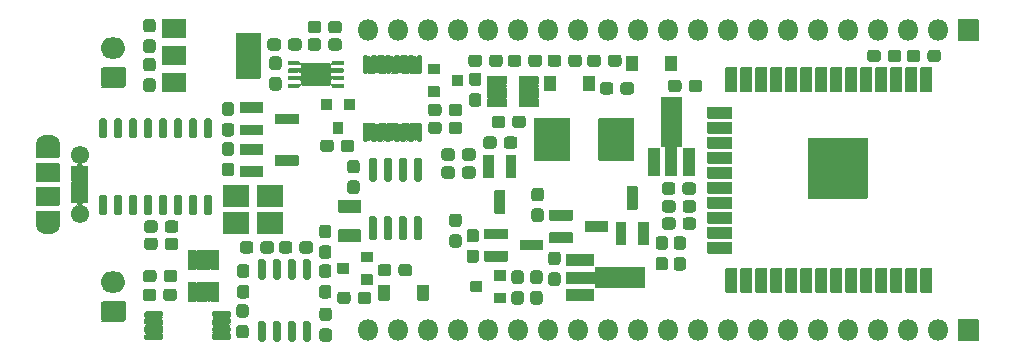
<source format=gbr>
G04 #@! TF.GenerationSoftware,KiCad,Pcbnew,(5.1.8)-1*
G04 #@! TF.CreationDate,2020-12-07T15:13:13+01:00*
G04 #@! TF.ProjectId,SuperPower-uC-KiCad,53757065-7250-46f7-9765-722d75432d4b,rev?*
G04 #@! TF.SameCoordinates,Original*
G04 #@! TF.FileFunction,Soldermask,Top*
G04 #@! TF.FilePolarity,Negative*
%FSLAX46Y46*%
G04 Gerber Fmt 4.6, Leading zero omitted, Abs format (unit mm)*
G04 Created by KiCad (PCBNEW (5.1.8)-1) date 2020-12-07 15:13:13*
%MOMM*%
%LPD*%
G01*
G04 APERTURE LIST*
%ADD10O,1.802000X1.802000*%
%ADD11O,2.002000X1.302000*%
%ADD12C,1.552000*%
%ADD13C,0.100000*%
%ADD14O,2.102000X1.802000*%
G04 APERTURE END LIST*
G36*
G01*
X155834000Y-99940200D02*
X155834000Y-98740200D01*
G75*
G02*
X155885000Y-98689200I51000J0D01*
G01*
X156785000Y-98689200D01*
G75*
G02*
X156836000Y-98740200I0J-51000D01*
G01*
X156836000Y-99940200D01*
G75*
G02*
X156785000Y-99991200I-51000J0D01*
G01*
X155885000Y-99991200D01*
G75*
G02*
X155834000Y-99940200I0J51000D01*
G01*
G37*
G36*
G01*
X152534000Y-99940200D02*
X152534000Y-98740200D01*
G75*
G02*
X152585000Y-98689200I51000J0D01*
G01*
X153485000Y-98689200D01*
G75*
G02*
X153536000Y-98740200I0J-51000D01*
G01*
X153536000Y-99940200D01*
G75*
G02*
X153485000Y-99991200I-51000J0D01*
G01*
X152585000Y-99991200D01*
G75*
G02*
X152534000Y-99940200I0J51000D01*
G01*
G37*
G36*
G01*
X134802800Y-119371200D02*
X134802800Y-118171200D01*
G75*
G02*
X134853800Y-118120200I51000J0D01*
G01*
X135753800Y-118120200D01*
G75*
G02*
X135804800Y-118171200I0J-51000D01*
G01*
X135804800Y-119371200D01*
G75*
G02*
X135753800Y-119422200I-51000J0D01*
G01*
X134853800Y-119422200D01*
G75*
G02*
X134802800Y-119371200I0J51000D01*
G01*
G37*
G36*
G01*
X131502800Y-119371200D02*
X131502800Y-118171200D01*
G75*
G02*
X131553800Y-118120200I51000J0D01*
G01*
X132453800Y-118120200D01*
G75*
G02*
X132504800Y-118171200I0J-51000D01*
G01*
X132504800Y-119371200D01*
G75*
G02*
X132453800Y-119422200I-51000J0D01*
G01*
X131553800Y-119422200D01*
G75*
G02*
X131502800Y-119371200I0J51000D01*
G01*
G37*
G36*
G01*
X124248600Y-114647400D02*
X124248600Y-115173400D01*
G75*
G02*
X123985600Y-115436400I-263000J0D01*
G01*
X123359600Y-115436400D01*
G75*
G02*
X123096600Y-115173400I0J263000D01*
G01*
X123096600Y-114647400D01*
G75*
G02*
X123359600Y-114384400I263000J0D01*
G01*
X123985600Y-114384400D01*
G75*
G02*
X124248600Y-114647400I0J-263000D01*
G01*
G37*
G36*
G01*
X125998600Y-114647400D02*
X125998600Y-115173400D01*
G75*
G02*
X125735600Y-115436400I-263000J0D01*
G01*
X125109600Y-115436400D01*
G75*
G02*
X124846600Y-115173400I0J263000D01*
G01*
X124846600Y-114647400D01*
G75*
G02*
X125109600Y-114384400I263000J0D01*
G01*
X125735600Y-114384400D01*
G75*
G02*
X125998600Y-114647400I0J-263000D01*
G01*
G37*
G36*
G01*
X127753800Y-106062200D02*
X127753800Y-106588200D01*
G75*
G02*
X127490800Y-106851200I-263000J0D01*
G01*
X126864800Y-106851200D01*
G75*
G02*
X126601800Y-106588200I0J263000D01*
G01*
X126601800Y-106062200D01*
G75*
G02*
X126864800Y-105799200I263000J0D01*
G01*
X127490800Y-105799200D01*
G75*
G02*
X127753800Y-106062200I0J-263000D01*
G01*
G37*
G36*
G01*
X129503800Y-106062200D02*
X129503800Y-106588200D01*
G75*
G02*
X129240800Y-106851200I-263000J0D01*
G01*
X128614800Y-106851200D01*
G75*
G02*
X128351800Y-106588200I0J263000D01*
G01*
X128351800Y-106062200D01*
G75*
G02*
X128614800Y-105799200I263000J0D01*
G01*
X129240800Y-105799200D01*
G75*
G02*
X129503800Y-106062200I0J-263000D01*
G01*
G37*
G36*
G01*
X139259200Y-115096400D02*
X139785200Y-115096400D01*
G75*
G02*
X140048200Y-115359400I0J-263000D01*
G01*
X140048200Y-115985400D01*
G75*
G02*
X139785200Y-116248400I-263000J0D01*
G01*
X139259200Y-116248400D01*
G75*
G02*
X138996200Y-115985400I0J263000D01*
G01*
X138996200Y-115359400D01*
G75*
G02*
X139259200Y-115096400I263000J0D01*
G01*
G37*
G36*
G01*
X139259200Y-113346400D02*
X139785200Y-113346400D01*
G75*
G02*
X140048200Y-113609400I0J-263000D01*
G01*
X140048200Y-114235400D01*
G75*
G02*
X139785200Y-114498400I-263000J0D01*
G01*
X139259200Y-114498400D01*
G75*
G02*
X138996200Y-114235400I0J263000D01*
G01*
X138996200Y-113609400D01*
G75*
G02*
X139259200Y-113346400I263000J0D01*
G01*
G37*
G36*
G01*
X120946600Y-114647400D02*
X120946600Y-115173400D01*
G75*
G02*
X120683600Y-115436400I-263000J0D01*
G01*
X120057600Y-115436400D01*
G75*
G02*
X119794600Y-115173400I0J263000D01*
G01*
X119794600Y-114647400D01*
G75*
G02*
X120057600Y-114384400I263000J0D01*
G01*
X120683600Y-114384400D01*
G75*
G02*
X120946600Y-114647400I0J-263000D01*
G01*
G37*
G36*
G01*
X122696600Y-114647400D02*
X122696600Y-115173400D01*
G75*
G02*
X122433600Y-115436400I-263000J0D01*
G01*
X121807600Y-115436400D01*
G75*
G02*
X121544600Y-115173400I0J263000D01*
G01*
X121544600Y-114647400D01*
G75*
G02*
X121807600Y-114384400I263000J0D01*
G01*
X122433600Y-114384400D01*
G75*
G02*
X122696600Y-114647400I0J-263000D01*
G01*
G37*
G36*
G01*
X145271600Y-111016000D02*
X144745600Y-111016000D01*
G75*
G02*
X144482600Y-110753000I0J263000D01*
G01*
X144482600Y-110127000D01*
G75*
G02*
X144745600Y-109864000I263000J0D01*
G01*
X145271600Y-109864000D01*
G75*
G02*
X145534600Y-110127000I0J-263000D01*
G01*
X145534600Y-110753000D01*
G75*
G02*
X145271600Y-111016000I-263000J0D01*
G01*
G37*
G36*
G01*
X145271600Y-112766000D02*
X144745600Y-112766000D01*
G75*
G02*
X144482600Y-112503000I0J263000D01*
G01*
X144482600Y-111877000D01*
G75*
G02*
X144745600Y-111614000I263000J0D01*
G01*
X145271600Y-111614000D01*
G75*
G02*
X145534600Y-111877000I0J-263000D01*
G01*
X145534600Y-112503000D01*
G75*
G02*
X145271600Y-112766000I-263000J0D01*
G01*
G37*
G36*
G01*
X138312000Y-113200400D02*
X137786000Y-113200400D01*
G75*
G02*
X137523000Y-112937400I0J263000D01*
G01*
X137523000Y-112311400D01*
G75*
G02*
X137786000Y-112048400I263000J0D01*
G01*
X138312000Y-112048400D01*
G75*
G02*
X138575000Y-112311400I0J-263000D01*
G01*
X138575000Y-112937400D01*
G75*
G02*
X138312000Y-113200400I-263000J0D01*
G01*
G37*
G36*
G01*
X138312000Y-114950400D02*
X137786000Y-114950400D01*
G75*
G02*
X137523000Y-114687400I0J263000D01*
G01*
X137523000Y-114061400D01*
G75*
G02*
X137786000Y-113798400I263000J0D01*
G01*
X138312000Y-113798400D01*
G75*
G02*
X138575000Y-114061400I0J-263000D01*
G01*
X138575000Y-114687400D01*
G75*
G02*
X138312000Y-114950400I-263000J0D01*
G01*
G37*
G36*
G01*
X142259800Y-104030200D02*
X142259800Y-104556200D01*
G75*
G02*
X141996800Y-104819200I-263000J0D01*
G01*
X141370800Y-104819200D01*
G75*
G02*
X141107800Y-104556200I0J263000D01*
G01*
X141107800Y-104030200D01*
G75*
G02*
X141370800Y-103767200I263000J0D01*
G01*
X141996800Y-103767200D01*
G75*
G02*
X142259800Y-104030200I0J-263000D01*
G01*
G37*
G36*
G01*
X144009800Y-104030200D02*
X144009800Y-104556200D01*
G75*
G02*
X143746800Y-104819200I-263000J0D01*
G01*
X143120800Y-104819200D01*
G75*
G02*
X142857800Y-104556200I0J263000D01*
G01*
X142857800Y-104030200D01*
G75*
G02*
X143120800Y-103767200I263000J0D01*
G01*
X143746800Y-103767200D01*
G75*
G02*
X144009800Y-104030200I0J-263000D01*
G01*
G37*
G36*
G01*
X155787200Y-115119400D02*
X155261200Y-115119400D01*
G75*
G02*
X154998200Y-114856400I0J263000D01*
G01*
X154998200Y-114230400D01*
G75*
G02*
X155261200Y-113967400I263000J0D01*
G01*
X155787200Y-113967400D01*
G75*
G02*
X156050200Y-114230400I0J-263000D01*
G01*
X156050200Y-114856400D01*
G75*
G02*
X155787200Y-115119400I-263000J0D01*
G01*
G37*
G36*
G01*
X155787200Y-116869400D02*
X155261200Y-116869400D01*
G75*
G02*
X154998200Y-116606400I0J263000D01*
G01*
X154998200Y-115980400D01*
G75*
G02*
X155261200Y-115717400I263000J0D01*
G01*
X155787200Y-115717400D01*
G75*
G02*
X156050200Y-115980400I0J-263000D01*
G01*
X156050200Y-116606400D01*
G75*
G02*
X155787200Y-116869400I-263000J0D01*
G01*
G37*
G36*
G01*
X156785200Y-115728800D02*
X157311200Y-115728800D01*
G75*
G02*
X157574200Y-115991800I0J-263000D01*
G01*
X157574200Y-116617800D01*
G75*
G02*
X157311200Y-116880800I-263000J0D01*
G01*
X156785200Y-116880800D01*
G75*
G02*
X156522200Y-116617800I0J263000D01*
G01*
X156522200Y-115991800D01*
G75*
G02*
X156785200Y-115728800I263000J0D01*
G01*
G37*
G36*
G01*
X156785200Y-113978800D02*
X157311200Y-113978800D01*
G75*
G02*
X157574200Y-114241800I0J-263000D01*
G01*
X157574200Y-114867800D01*
G75*
G02*
X157311200Y-115130800I-263000J0D01*
G01*
X156785200Y-115130800D01*
G75*
G02*
X156522200Y-114867800I0J263000D01*
G01*
X156522200Y-114241800D01*
G75*
G02*
X156785200Y-113978800I263000J0D01*
G01*
G37*
G36*
G01*
X148988800Y-113547600D02*
X148988800Y-112747600D01*
G75*
G02*
X149039800Y-112696600I51000J0D01*
G01*
X150939800Y-112696600D01*
G75*
G02*
X150990800Y-112747600I0J-51000D01*
G01*
X150990800Y-113547600D01*
G75*
G02*
X150939800Y-113598600I-51000J0D01*
G01*
X149039800Y-113598600D01*
G75*
G02*
X148988800Y-113547600I0J51000D01*
G01*
G37*
G36*
G01*
X145988800Y-114497600D02*
X145988800Y-113697600D01*
G75*
G02*
X146039800Y-113646600I51000J0D01*
G01*
X147939800Y-113646600D01*
G75*
G02*
X147990800Y-113697600I0J-51000D01*
G01*
X147990800Y-114497600D01*
G75*
G02*
X147939800Y-114548600I-51000J0D01*
G01*
X146039800Y-114548600D01*
G75*
G02*
X145988800Y-114497600I0J51000D01*
G01*
G37*
G36*
G01*
X145988800Y-112597600D02*
X145988800Y-111797600D01*
G75*
G02*
X146039800Y-111746600I51000J0D01*
G01*
X147939800Y-111746600D01*
G75*
G02*
X147990800Y-111797600I0J-51000D01*
G01*
X147990800Y-112597600D01*
G75*
G02*
X147939800Y-112648600I-51000J0D01*
G01*
X146039800Y-112648600D01*
G75*
G02*
X145988800Y-112597600I0J51000D01*
G01*
G37*
G36*
G01*
X127707400Y-104319000D02*
X128507400Y-104319000D01*
G75*
G02*
X128558400Y-104370000I0J-51000D01*
G01*
X128558400Y-105270000D01*
G75*
G02*
X128507400Y-105321000I-51000J0D01*
G01*
X127707400Y-105321000D01*
G75*
G02*
X127656400Y-105270000I0J51000D01*
G01*
X127656400Y-104370000D01*
G75*
G02*
X127707400Y-104319000I51000J0D01*
G01*
G37*
G36*
G01*
X126757400Y-102319000D02*
X127557400Y-102319000D01*
G75*
G02*
X127608400Y-102370000I0J-51000D01*
G01*
X127608400Y-103270000D01*
G75*
G02*
X127557400Y-103321000I-51000J0D01*
G01*
X126757400Y-103321000D01*
G75*
G02*
X126706400Y-103270000I0J51000D01*
G01*
X126706400Y-102370000D01*
G75*
G02*
X126757400Y-102319000I51000J0D01*
G01*
G37*
G36*
G01*
X128657400Y-102319000D02*
X129457400Y-102319000D01*
G75*
G02*
X129508400Y-102370000I0J-51000D01*
G01*
X129508400Y-103270000D01*
G75*
G02*
X129457400Y-103321000I-51000J0D01*
G01*
X128657400Y-103321000D01*
G75*
G02*
X128606400Y-103270000I0J51000D01*
G01*
X128606400Y-102370000D01*
G75*
G02*
X128657400Y-102319000I51000J0D01*
G01*
G37*
G36*
G01*
X122776000Y-107959600D02*
X122776000Y-107159600D01*
G75*
G02*
X122827000Y-107108600I51000J0D01*
G01*
X124727000Y-107108600D01*
G75*
G02*
X124778000Y-107159600I0J-51000D01*
G01*
X124778000Y-107959600D01*
G75*
G02*
X124727000Y-108010600I-51000J0D01*
G01*
X122827000Y-108010600D01*
G75*
G02*
X122776000Y-107959600I0J51000D01*
G01*
G37*
G36*
G01*
X119776000Y-108909600D02*
X119776000Y-108109600D01*
G75*
G02*
X119827000Y-108058600I51000J0D01*
G01*
X121727000Y-108058600D01*
G75*
G02*
X121778000Y-108109600I0J-51000D01*
G01*
X121778000Y-108909600D01*
G75*
G02*
X121727000Y-108960600I-51000J0D01*
G01*
X119827000Y-108960600D01*
G75*
G02*
X119776000Y-108909600I0J51000D01*
G01*
G37*
G36*
G01*
X119776000Y-107009600D02*
X119776000Y-106209600D01*
G75*
G02*
X119827000Y-106158600I51000J0D01*
G01*
X121727000Y-106158600D01*
G75*
G02*
X121778000Y-106209600I0J-51000D01*
G01*
X121778000Y-107009600D01*
G75*
G02*
X121727000Y-107060600I-51000J0D01*
G01*
X119827000Y-107060600D01*
G75*
G02*
X119776000Y-107009600I0J51000D01*
G01*
G37*
G36*
G01*
X122776000Y-104439200D02*
X122776000Y-103639200D01*
G75*
G02*
X122827000Y-103588200I51000J0D01*
G01*
X124727000Y-103588200D01*
G75*
G02*
X124778000Y-103639200I0J-51000D01*
G01*
X124778000Y-104439200D01*
G75*
G02*
X124727000Y-104490200I-51000J0D01*
G01*
X122827000Y-104490200D01*
G75*
G02*
X122776000Y-104439200I0J51000D01*
G01*
G37*
G36*
G01*
X119776000Y-105389200D02*
X119776000Y-104589200D01*
G75*
G02*
X119827000Y-104538200I51000J0D01*
G01*
X121727000Y-104538200D01*
G75*
G02*
X121778000Y-104589200I0J-51000D01*
G01*
X121778000Y-105389200D01*
G75*
G02*
X121727000Y-105440200I-51000J0D01*
G01*
X119827000Y-105440200D01*
G75*
G02*
X119776000Y-105389200I0J51000D01*
G01*
G37*
G36*
G01*
X119776000Y-103489200D02*
X119776000Y-102689200D01*
G75*
G02*
X119827000Y-102638200I51000J0D01*
G01*
X121727000Y-102638200D01*
G75*
G02*
X121778000Y-102689200I0J-51000D01*
G01*
X121778000Y-103489200D01*
G75*
G02*
X121727000Y-103540200I-51000J0D01*
G01*
X119827000Y-103540200D01*
G75*
G02*
X119776000Y-103489200I0J51000D01*
G01*
G37*
G36*
G01*
X136886400Y-104538200D02*
X136886400Y-105064200D01*
G75*
G02*
X136623400Y-105327200I-263000J0D01*
G01*
X135997400Y-105327200D01*
G75*
G02*
X135734400Y-105064200I0J263000D01*
G01*
X135734400Y-104538200D01*
G75*
G02*
X135997400Y-104275200I263000J0D01*
G01*
X136623400Y-104275200D01*
G75*
G02*
X136886400Y-104538200I0J-263000D01*
G01*
G37*
G36*
G01*
X138636400Y-104538200D02*
X138636400Y-105064200D01*
G75*
G02*
X138373400Y-105327200I-263000J0D01*
G01*
X137747400Y-105327200D01*
G75*
G02*
X137484400Y-105064200I0J263000D01*
G01*
X137484400Y-104538200D01*
G75*
G02*
X137747400Y-104275200I263000J0D01*
G01*
X138373400Y-104275200D01*
G75*
G02*
X138636400Y-104538200I0J-263000D01*
G01*
G37*
G36*
G01*
X157195000Y-100982200D02*
X157195000Y-101508200D01*
G75*
G02*
X156932000Y-101771200I-263000J0D01*
G01*
X156306000Y-101771200D01*
G75*
G02*
X156043000Y-101508200I0J263000D01*
G01*
X156043000Y-100982200D01*
G75*
G02*
X156306000Y-100719200I263000J0D01*
G01*
X156932000Y-100719200D01*
G75*
G02*
X157195000Y-100982200I0J-263000D01*
G01*
G37*
G36*
G01*
X158945000Y-100982200D02*
X158945000Y-101508200D01*
G75*
G02*
X158682000Y-101771200I-263000J0D01*
G01*
X158056000Y-101771200D01*
G75*
G02*
X157793000Y-101508200I0J263000D01*
G01*
X157793000Y-100982200D01*
G75*
G02*
X158056000Y-100719200I263000J0D01*
G01*
X158682000Y-100719200D01*
G75*
G02*
X158945000Y-100982200I0J-263000D01*
G01*
G37*
G36*
G01*
X136875000Y-103014200D02*
X136875000Y-103540200D01*
G75*
G02*
X136612000Y-103803200I-263000J0D01*
G01*
X135986000Y-103803200D01*
G75*
G02*
X135723000Y-103540200I0J263000D01*
G01*
X135723000Y-103014200D01*
G75*
G02*
X135986000Y-102751200I263000J0D01*
G01*
X136612000Y-102751200D01*
G75*
G02*
X136875000Y-103014200I0J-263000D01*
G01*
G37*
G36*
G01*
X138625000Y-103014200D02*
X138625000Y-103540200D01*
G75*
G02*
X138362000Y-103803200I-263000J0D01*
G01*
X137736000Y-103803200D01*
G75*
G02*
X137473000Y-103540200I0J263000D01*
G01*
X137473000Y-103014200D01*
G75*
G02*
X137736000Y-102751200I263000J0D01*
G01*
X138362000Y-102751200D01*
G75*
G02*
X138625000Y-103014200I0J-263000D01*
G01*
G37*
G36*
G01*
X123432000Y-111946000D02*
X123432000Y-113746000D01*
G75*
G02*
X123381000Y-113797000I-51000J0D01*
G01*
X121281000Y-113797000D01*
G75*
G02*
X121230000Y-113746000I0J51000D01*
G01*
X121230000Y-111946000D01*
G75*
G02*
X121281000Y-111895000I51000J0D01*
G01*
X123381000Y-111895000D01*
G75*
G02*
X123432000Y-111946000I0J-51000D01*
G01*
G37*
G36*
G01*
X120532000Y-109653000D02*
X120532000Y-111453000D01*
G75*
G02*
X120481000Y-111504000I-51000J0D01*
G01*
X118381000Y-111504000D01*
G75*
G02*
X118330000Y-111453000I0J51000D01*
G01*
X118330000Y-109653000D01*
G75*
G02*
X118381000Y-109602000I51000J0D01*
G01*
X120481000Y-109602000D01*
G75*
G02*
X120532000Y-109653000I0J-51000D01*
G01*
G37*
G36*
G01*
X120532000Y-111939000D02*
X120532000Y-113739000D01*
G75*
G02*
X120481000Y-113790000I-51000J0D01*
G01*
X118381000Y-113790000D01*
G75*
G02*
X118330000Y-113739000I0J51000D01*
G01*
X118330000Y-111939000D01*
G75*
G02*
X118381000Y-111888000I51000J0D01*
G01*
X120481000Y-111888000D01*
G75*
G02*
X120532000Y-111939000I0J-51000D01*
G01*
G37*
G36*
G01*
X123432000Y-109646000D02*
X123432000Y-111446000D01*
G75*
G02*
X123381000Y-111497000I-51000J0D01*
G01*
X121281000Y-111497000D01*
G75*
G02*
X121230000Y-111446000I0J51000D01*
G01*
X121230000Y-109646000D01*
G75*
G02*
X121281000Y-109595000I51000J0D01*
G01*
X123381000Y-109595000D01*
G75*
G02*
X123432000Y-109646000I0J-51000D01*
G01*
G37*
D10*
X130683000Y-121920000D03*
X133223000Y-121920000D03*
X135763000Y-121920000D03*
X138303000Y-121920000D03*
X140843000Y-121920000D03*
X143383000Y-121920000D03*
X145923000Y-121920000D03*
X148463000Y-121920000D03*
X151003000Y-121920000D03*
X153543000Y-121920000D03*
X156083000Y-121920000D03*
X158623000Y-121920000D03*
X161163000Y-121920000D03*
X163703000Y-121920000D03*
X166243000Y-121920000D03*
X168783000Y-121920000D03*
X171323000Y-121920000D03*
X173863000Y-121920000D03*
X176403000Y-121920000D03*
X178943000Y-121920000D03*
G36*
G01*
X180633000Y-121019000D02*
X182333000Y-121019000D01*
G75*
G02*
X182384000Y-121070000I0J-51000D01*
G01*
X182384000Y-122770000D01*
G75*
G02*
X182333000Y-122821000I-51000J0D01*
G01*
X180633000Y-122821000D01*
G75*
G02*
X180582000Y-122770000I0J51000D01*
G01*
X180582000Y-121070000D01*
G75*
G02*
X180633000Y-121019000I51000J0D01*
G01*
G37*
X130683000Y-96520000D03*
X133223000Y-96520000D03*
X135763000Y-96520000D03*
X138303000Y-96520000D03*
X140843000Y-96520000D03*
X143383000Y-96520000D03*
X145923000Y-96520000D03*
X148463000Y-96520000D03*
X151003000Y-96520000D03*
X153543000Y-96520000D03*
X156083000Y-96520000D03*
X158623000Y-96520000D03*
X161163000Y-96520000D03*
X163703000Y-96520000D03*
X166243000Y-96520000D03*
X168783000Y-96520000D03*
X171323000Y-96520000D03*
X173863000Y-96520000D03*
X176403000Y-96520000D03*
X178943000Y-96520000D03*
G36*
G01*
X180633000Y-95619000D02*
X182333000Y-95619000D01*
G75*
G02*
X182384000Y-95670000I0J-51000D01*
G01*
X182384000Y-97370000D01*
G75*
G02*
X182333000Y-97421000I-51000J0D01*
G01*
X180633000Y-97421000D01*
G75*
G02*
X180582000Y-97370000I0J51000D01*
G01*
X180582000Y-95670000D01*
G75*
G02*
X180633000Y-95619000I51000J0D01*
G01*
G37*
G36*
G01*
X146525600Y-100442000D02*
X146525600Y-101642000D01*
G75*
G02*
X146474600Y-101693000I-51000J0D01*
G01*
X145574600Y-101693000D01*
G75*
G02*
X145523600Y-101642000I0J51000D01*
G01*
X145523600Y-100442000D01*
G75*
G02*
X145574600Y-100391000I51000J0D01*
G01*
X146474600Y-100391000D01*
G75*
G02*
X146525600Y-100442000I0J-51000D01*
G01*
G37*
G36*
G01*
X149825600Y-100442000D02*
X149825600Y-101642000D01*
G75*
G02*
X149774600Y-101693000I-51000J0D01*
G01*
X148874600Y-101693000D01*
G75*
G02*
X148823600Y-101642000I0J51000D01*
G01*
X148823600Y-100442000D01*
G75*
G02*
X148874600Y-100391000I51000J0D01*
G01*
X149774600Y-100391000D01*
G75*
G02*
X149825600Y-100442000I0J-51000D01*
G01*
G37*
G36*
G01*
X102587499Y-106034000D02*
X104487501Y-106034000D01*
G75*
G02*
X104538500Y-106084999I0J-50999D01*
G01*
X104538500Y-107285001D01*
G75*
G02*
X104487501Y-107336000I-50999J0D01*
G01*
X102587499Y-107336000D01*
G75*
G02*
X102536500Y-107285001I0J50999D01*
G01*
X102536500Y-106084999D01*
G75*
G02*
X102587499Y-106034000I50999J0D01*
G01*
G37*
G36*
G01*
X102587499Y-111834000D02*
X104487501Y-111834000D01*
G75*
G02*
X104538500Y-111884999I0J-50999D01*
G01*
X104538500Y-113085001D01*
G75*
G02*
X104487501Y-113136000I-50999J0D01*
G01*
X102587499Y-113136000D01*
G75*
G02*
X102536500Y-113085001I0J50999D01*
G01*
X102536500Y-111884999D01*
G75*
G02*
X102587499Y-111834000I50999J0D01*
G01*
G37*
D11*
X103537500Y-113085000D03*
X103537500Y-106085000D03*
G36*
G01*
X102587500Y-107784000D02*
X104487500Y-107784000D01*
G75*
G02*
X104538500Y-107835000I0J-51000D01*
G01*
X104538500Y-109335000D01*
G75*
G02*
X104487500Y-109386000I-51000J0D01*
G01*
X102587500Y-109386000D01*
G75*
G02*
X102536500Y-109335000I0J51000D01*
G01*
X102536500Y-107835000D01*
G75*
G02*
X102587500Y-107784000I51000J0D01*
G01*
G37*
D12*
X106237500Y-112085000D03*
G36*
G01*
X105562500Y-109334000D02*
X106912500Y-109334000D01*
G75*
G02*
X106963500Y-109385000I0J-51000D01*
G01*
X106963500Y-109785000D01*
G75*
G02*
X106912500Y-109836000I-51000J0D01*
G01*
X105562500Y-109836000D01*
G75*
G02*
X105511500Y-109785000I0J51000D01*
G01*
X105511500Y-109385000D01*
G75*
G02*
X105562500Y-109334000I51000J0D01*
G01*
G37*
G36*
G01*
X105562500Y-109984000D02*
X106912500Y-109984000D01*
G75*
G02*
X106963500Y-110035000I0J-51000D01*
G01*
X106963500Y-110435000D01*
G75*
G02*
X106912500Y-110486000I-51000J0D01*
G01*
X105562500Y-110486000D01*
G75*
G02*
X105511500Y-110435000I0J51000D01*
G01*
X105511500Y-110035000D01*
G75*
G02*
X105562500Y-109984000I51000J0D01*
G01*
G37*
G36*
G01*
X105562500Y-110634000D02*
X106912500Y-110634000D01*
G75*
G02*
X106963500Y-110685000I0J-51000D01*
G01*
X106963500Y-111085000D01*
G75*
G02*
X106912500Y-111136000I-51000J0D01*
G01*
X105562500Y-111136000D01*
G75*
G02*
X105511500Y-111085000I0J51000D01*
G01*
X105511500Y-110685000D01*
G75*
G02*
X105562500Y-110634000I51000J0D01*
G01*
G37*
G36*
G01*
X105562500Y-108034000D02*
X106912500Y-108034000D01*
G75*
G02*
X106963500Y-108085000I0J-51000D01*
G01*
X106963500Y-108485000D01*
G75*
G02*
X106912500Y-108536000I-51000J0D01*
G01*
X105562500Y-108536000D01*
G75*
G02*
X105511500Y-108485000I0J51000D01*
G01*
X105511500Y-108085000D01*
G75*
G02*
X105562500Y-108034000I51000J0D01*
G01*
G37*
G36*
G01*
X105562500Y-108684000D02*
X106912500Y-108684000D01*
G75*
G02*
X106963500Y-108735000I0J-51000D01*
G01*
X106963500Y-109135000D01*
G75*
G02*
X106912500Y-109186000I-51000J0D01*
G01*
X105562500Y-109186000D01*
G75*
G02*
X105511500Y-109135000I0J51000D01*
G01*
X105511500Y-108735000D01*
G75*
G02*
X105562500Y-108684000I51000J0D01*
G01*
G37*
X106237500Y-107085000D03*
G36*
G01*
X102587500Y-109784000D02*
X104487500Y-109784000D01*
G75*
G02*
X104538500Y-109835000I0J-51000D01*
G01*
X104538500Y-111335000D01*
G75*
G02*
X104487500Y-111386000I-51000J0D01*
G01*
X102587500Y-111386000D01*
G75*
G02*
X102536500Y-111335000I0J51000D01*
G01*
X102536500Y-109835000D01*
G75*
G02*
X102587500Y-109784000I51000J0D01*
G01*
G37*
G36*
G01*
X147753800Y-104016400D02*
X147753800Y-107516400D01*
G75*
G02*
X147702800Y-107567400I-51000J0D01*
G01*
X144752800Y-107567400D01*
G75*
G02*
X144701800Y-107516400I0J51000D01*
G01*
X144701800Y-104016400D01*
G75*
G02*
X144752800Y-103965400I51000J0D01*
G01*
X147702800Y-103965400D01*
G75*
G02*
X147753800Y-104016400I0J-51000D01*
G01*
G37*
G36*
G01*
X153203800Y-104016400D02*
X153203800Y-107516400D01*
G75*
G02*
X153152800Y-107567400I-51000J0D01*
G01*
X150202800Y-107567400D01*
G75*
G02*
X150151800Y-107516400I0J51000D01*
G01*
X150151800Y-104016400D01*
G75*
G02*
X150202800Y-103965400I51000J0D01*
G01*
X153152800Y-103965400D01*
G75*
G02*
X153203800Y-104016400I0J-51000D01*
G01*
G37*
G36*
G01*
X129995500Y-114493500D02*
X128195500Y-114493500D01*
G75*
G02*
X128144500Y-114442500I0J51000D01*
G01*
X128144500Y-113442500D01*
G75*
G02*
X128195500Y-113391500I51000J0D01*
G01*
X129995500Y-113391500D01*
G75*
G02*
X130046500Y-113442500I0J-51000D01*
G01*
X130046500Y-114442500D01*
G75*
G02*
X129995500Y-114493500I-51000J0D01*
G01*
G37*
G36*
G01*
X129995500Y-111993500D02*
X128195500Y-111993500D01*
G75*
G02*
X128144500Y-111942500I0J51000D01*
G01*
X128144500Y-110942500D01*
G75*
G02*
X128195500Y-110891500I51000J0D01*
G01*
X129995500Y-110891500D01*
G75*
G02*
X130046500Y-110942500I0J-51000D01*
G01*
X130046500Y-111942500D01*
G75*
G02*
X129995500Y-111993500I-51000J0D01*
G01*
G37*
G36*
G01*
X177477000Y-116678000D02*
X178377000Y-116678000D01*
G75*
G02*
X178428000Y-116729000I0J-51000D01*
G01*
X178428000Y-118729000D01*
G75*
G02*
X178377000Y-118780000I-51000J0D01*
G01*
X177477000Y-118780000D01*
G75*
G02*
X177426000Y-118729000I0J51000D01*
G01*
X177426000Y-116729000D01*
G75*
G02*
X177477000Y-116678000I51000J0D01*
G01*
G37*
G36*
G01*
X176207000Y-116678000D02*
X177107000Y-116678000D01*
G75*
G02*
X177158000Y-116729000I0J-51000D01*
G01*
X177158000Y-118729000D01*
G75*
G02*
X177107000Y-118780000I-51000J0D01*
G01*
X176207000Y-118780000D01*
G75*
G02*
X176156000Y-118729000I0J51000D01*
G01*
X176156000Y-116729000D01*
G75*
G02*
X176207000Y-116678000I51000J0D01*
G01*
G37*
G36*
G01*
X174937000Y-116678000D02*
X175837000Y-116678000D01*
G75*
G02*
X175888000Y-116729000I0J-51000D01*
G01*
X175888000Y-118729000D01*
G75*
G02*
X175837000Y-118780000I-51000J0D01*
G01*
X174937000Y-118780000D01*
G75*
G02*
X174886000Y-118729000I0J51000D01*
G01*
X174886000Y-116729000D01*
G75*
G02*
X174937000Y-116678000I51000J0D01*
G01*
G37*
G36*
G01*
X173667000Y-116678000D02*
X174567000Y-116678000D01*
G75*
G02*
X174618000Y-116729000I0J-51000D01*
G01*
X174618000Y-118729000D01*
G75*
G02*
X174567000Y-118780000I-51000J0D01*
G01*
X173667000Y-118780000D01*
G75*
G02*
X173616000Y-118729000I0J51000D01*
G01*
X173616000Y-116729000D01*
G75*
G02*
X173667000Y-116678000I51000J0D01*
G01*
G37*
G36*
G01*
X172397000Y-116678000D02*
X173297000Y-116678000D01*
G75*
G02*
X173348000Y-116729000I0J-51000D01*
G01*
X173348000Y-118729000D01*
G75*
G02*
X173297000Y-118780000I-51000J0D01*
G01*
X172397000Y-118780000D01*
G75*
G02*
X172346000Y-118729000I0J51000D01*
G01*
X172346000Y-116729000D01*
G75*
G02*
X172397000Y-116678000I51000J0D01*
G01*
G37*
G36*
G01*
X171127000Y-116678000D02*
X172027000Y-116678000D01*
G75*
G02*
X172078000Y-116729000I0J-51000D01*
G01*
X172078000Y-118729000D01*
G75*
G02*
X172027000Y-118780000I-51000J0D01*
G01*
X171127000Y-118780000D01*
G75*
G02*
X171076000Y-118729000I0J51000D01*
G01*
X171076000Y-116729000D01*
G75*
G02*
X171127000Y-116678000I51000J0D01*
G01*
G37*
G36*
G01*
X169857000Y-116678000D02*
X170757000Y-116678000D01*
G75*
G02*
X170808000Y-116729000I0J-51000D01*
G01*
X170808000Y-118729000D01*
G75*
G02*
X170757000Y-118780000I-51000J0D01*
G01*
X169857000Y-118780000D01*
G75*
G02*
X169806000Y-118729000I0J51000D01*
G01*
X169806000Y-116729000D01*
G75*
G02*
X169857000Y-116678000I51000J0D01*
G01*
G37*
G36*
G01*
X168587000Y-116678000D02*
X169487000Y-116678000D01*
G75*
G02*
X169538000Y-116729000I0J-51000D01*
G01*
X169538000Y-118729000D01*
G75*
G02*
X169487000Y-118780000I-51000J0D01*
G01*
X168587000Y-118780000D01*
G75*
G02*
X168536000Y-118729000I0J51000D01*
G01*
X168536000Y-116729000D01*
G75*
G02*
X168587000Y-116678000I51000J0D01*
G01*
G37*
G36*
G01*
X167317000Y-116678000D02*
X168217000Y-116678000D01*
G75*
G02*
X168268000Y-116729000I0J-51000D01*
G01*
X168268000Y-118729000D01*
G75*
G02*
X168217000Y-118780000I-51000J0D01*
G01*
X167317000Y-118780000D01*
G75*
G02*
X167266000Y-118729000I0J51000D01*
G01*
X167266000Y-116729000D01*
G75*
G02*
X167317000Y-116678000I51000J0D01*
G01*
G37*
G36*
G01*
X166047000Y-116678000D02*
X166947000Y-116678000D01*
G75*
G02*
X166998000Y-116729000I0J-51000D01*
G01*
X166998000Y-118729000D01*
G75*
G02*
X166947000Y-118780000I-51000J0D01*
G01*
X166047000Y-118780000D01*
G75*
G02*
X165996000Y-118729000I0J51000D01*
G01*
X165996000Y-116729000D01*
G75*
G02*
X166047000Y-116678000I51000J0D01*
G01*
G37*
G36*
G01*
X164777000Y-116678000D02*
X165677000Y-116678000D01*
G75*
G02*
X165728000Y-116729000I0J-51000D01*
G01*
X165728000Y-118729000D01*
G75*
G02*
X165677000Y-118780000I-51000J0D01*
G01*
X164777000Y-118780000D01*
G75*
G02*
X164726000Y-118729000I0J51000D01*
G01*
X164726000Y-116729000D01*
G75*
G02*
X164777000Y-116678000I51000J0D01*
G01*
G37*
G36*
G01*
X163507000Y-116678000D02*
X164407000Y-116678000D01*
G75*
G02*
X164458000Y-116729000I0J-51000D01*
G01*
X164458000Y-118729000D01*
G75*
G02*
X164407000Y-118780000I-51000J0D01*
G01*
X163507000Y-118780000D01*
G75*
G02*
X163456000Y-118729000I0J51000D01*
G01*
X163456000Y-116729000D01*
G75*
G02*
X163507000Y-116678000I51000J0D01*
G01*
G37*
G36*
G01*
X162237000Y-116678000D02*
X163137000Y-116678000D01*
G75*
G02*
X163188000Y-116729000I0J-51000D01*
G01*
X163188000Y-118729000D01*
G75*
G02*
X163137000Y-118780000I-51000J0D01*
G01*
X162237000Y-118780000D01*
G75*
G02*
X162186000Y-118729000I0J51000D01*
G01*
X162186000Y-116729000D01*
G75*
G02*
X162237000Y-116678000I51000J0D01*
G01*
G37*
G36*
G01*
X160967000Y-116678000D02*
X161867000Y-116678000D01*
G75*
G02*
X161918000Y-116729000I0J-51000D01*
G01*
X161918000Y-118729000D01*
G75*
G02*
X161867000Y-118780000I-51000J0D01*
G01*
X160967000Y-118780000D01*
G75*
G02*
X160916000Y-118729000I0J51000D01*
G01*
X160916000Y-116729000D01*
G75*
G02*
X160967000Y-116678000I51000J0D01*
G01*
G37*
G36*
G01*
X159366000Y-115394000D02*
X159366000Y-114494000D01*
G75*
G02*
X159417000Y-114443000I51000J0D01*
G01*
X161417000Y-114443000D01*
G75*
G02*
X161468000Y-114494000I0J-51000D01*
G01*
X161468000Y-115394000D01*
G75*
G02*
X161417000Y-115445000I-51000J0D01*
G01*
X159417000Y-115445000D01*
G75*
G02*
X159366000Y-115394000I0J51000D01*
G01*
G37*
G36*
G01*
X159366000Y-114124000D02*
X159366000Y-113224000D01*
G75*
G02*
X159417000Y-113173000I51000J0D01*
G01*
X161417000Y-113173000D01*
G75*
G02*
X161468000Y-113224000I0J-51000D01*
G01*
X161468000Y-114124000D01*
G75*
G02*
X161417000Y-114175000I-51000J0D01*
G01*
X159417000Y-114175000D01*
G75*
G02*
X159366000Y-114124000I0J51000D01*
G01*
G37*
G36*
G01*
X159366000Y-112854000D02*
X159366000Y-111954000D01*
G75*
G02*
X159417000Y-111903000I51000J0D01*
G01*
X161417000Y-111903000D01*
G75*
G02*
X161468000Y-111954000I0J-51000D01*
G01*
X161468000Y-112854000D01*
G75*
G02*
X161417000Y-112905000I-51000J0D01*
G01*
X159417000Y-112905000D01*
G75*
G02*
X159366000Y-112854000I0J51000D01*
G01*
G37*
G36*
G01*
X159366000Y-111584000D02*
X159366000Y-110684000D01*
G75*
G02*
X159417000Y-110633000I51000J0D01*
G01*
X161417000Y-110633000D01*
G75*
G02*
X161468000Y-110684000I0J-51000D01*
G01*
X161468000Y-111584000D01*
G75*
G02*
X161417000Y-111635000I-51000J0D01*
G01*
X159417000Y-111635000D01*
G75*
G02*
X159366000Y-111584000I0J51000D01*
G01*
G37*
G36*
G01*
X159366000Y-110314000D02*
X159366000Y-109414000D01*
G75*
G02*
X159417000Y-109363000I51000J0D01*
G01*
X161417000Y-109363000D01*
G75*
G02*
X161468000Y-109414000I0J-51000D01*
G01*
X161468000Y-110314000D01*
G75*
G02*
X161417000Y-110365000I-51000J0D01*
G01*
X159417000Y-110365000D01*
G75*
G02*
X159366000Y-110314000I0J51000D01*
G01*
G37*
G36*
G01*
X159366000Y-109044000D02*
X159366000Y-108144000D01*
G75*
G02*
X159417000Y-108093000I51000J0D01*
G01*
X161417000Y-108093000D01*
G75*
G02*
X161468000Y-108144000I0J-51000D01*
G01*
X161468000Y-109044000D01*
G75*
G02*
X161417000Y-109095000I-51000J0D01*
G01*
X159417000Y-109095000D01*
G75*
G02*
X159366000Y-109044000I0J51000D01*
G01*
G37*
G36*
G01*
X159366000Y-107774000D02*
X159366000Y-106874000D01*
G75*
G02*
X159417000Y-106823000I51000J0D01*
G01*
X161417000Y-106823000D01*
G75*
G02*
X161468000Y-106874000I0J-51000D01*
G01*
X161468000Y-107774000D01*
G75*
G02*
X161417000Y-107825000I-51000J0D01*
G01*
X159417000Y-107825000D01*
G75*
G02*
X159366000Y-107774000I0J51000D01*
G01*
G37*
G36*
G01*
X159366000Y-106504000D02*
X159366000Y-105604000D01*
G75*
G02*
X159417000Y-105553000I51000J0D01*
G01*
X161417000Y-105553000D01*
G75*
G02*
X161468000Y-105604000I0J-51000D01*
G01*
X161468000Y-106504000D01*
G75*
G02*
X161417000Y-106555000I-51000J0D01*
G01*
X159417000Y-106555000D01*
G75*
G02*
X159366000Y-106504000I0J51000D01*
G01*
G37*
G36*
G01*
X159366000Y-105234000D02*
X159366000Y-104334000D01*
G75*
G02*
X159417000Y-104283000I51000J0D01*
G01*
X161417000Y-104283000D01*
G75*
G02*
X161468000Y-104334000I0J-51000D01*
G01*
X161468000Y-105234000D01*
G75*
G02*
X161417000Y-105285000I-51000J0D01*
G01*
X159417000Y-105285000D01*
G75*
G02*
X159366000Y-105234000I0J51000D01*
G01*
G37*
G36*
G01*
X159366000Y-103964000D02*
X159366000Y-103064000D01*
G75*
G02*
X159417000Y-103013000I51000J0D01*
G01*
X161417000Y-103013000D01*
G75*
G02*
X161468000Y-103064000I0J-51000D01*
G01*
X161468000Y-103964000D01*
G75*
G02*
X161417000Y-104015000I-51000J0D01*
G01*
X159417000Y-104015000D01*
G75*
G02*
X159366000Y-103964000I0J51000D01*
G01*
G37*
G36*
G01*
X160967000Y-99678000D02*
X161867000Y-99678000D01*
G75*
G02*
X161918000Y-99729000I0J-51000D01*
G01*
X161918000Y-101729000D01*
G75*
G02*
X161867000Y-101780000I-51000J0D01*
G01*
X160967000Y-101780000D01*
G75*
G02*
X160916000Y-101729000I0J51000D01*
G01*
X160916000Y-99729000D01*
G75*
G02*
X160967000Y-99678000I51000J0D01*
G01*
G37*
G36*
G01*
X162237000Y-99678000D02*
X163137000Y-99678000D01*
G75*
G02*
X163188000Y-99729000I0J-51000D01*
G01*
X163188000Y-101729000D01*
G75*
G02*
X163137000Y-101780000I-51000J0D01*
G01*
X162237000Y-101780000D01*
G75*
G02*
X162186000Y-101729000I0J51000D01*
G01*
X162186000Y-99729000D01*
G75*
G02*
X162237000Y-99678000I51000J0D01*
G01*
G37*
G36*
G01*
X163507000Y-99678000D02*
X164407000Y-99678000D01*
G75*
G02*
X164458000Y-99729000I0J-51000D01*
G01*
X164458000Y-101729000D01*
G75*
G02*
X164407000Y-101780000I-51000J0D01*
G01*
X163507000Y-101780000D01*
G75*
G02*
X163456000Y-101729000I0J51000D01*
G01*
X163456000Y-99729000D01*
G75*
G02*
X163507000Y-99678000I51000J0D01*
G01*
G37*
G36*
G01*
X164777000Y-99678000D02*
X165677000Y-99678000D01*
G75*
G02*
X165728000Y-99729000I0J-51000D01*
G01*
X165728000Y-101729000D01*
G75*
G02*
X165677000Y-101780000I-51000J0D01*
G01*
X164777000Y-101780000D01*
G75*
G02*
X164726000Y-101729000I0J51000D01*
G01*
X164726000Y-99729000D01*
G75*
G02*
X164777000Y-99678000I51000J0D01*
G01*
G37*
G36*
G01*
X166047000Y-99678000D02*
X166947000Y-99678000D01*
G75*
G02*
X166998000Y-99729000I0J-51000D01*
G01*
X166998000Y-101729000D01*
G75*
G02*
X166947000Y-101780000I-51000J0D01*
G01*
X166047000Y-101780000D01*
G75*
G02*
X165996000Y-101729000I0J51000D01*
G01*
X165996000Y-99729000D01*
G75*
G02*
X166047000Y-99678000I51000J0D01*
G01*
G37*
G36*
G01*
X167317000Y-99678000D02*
X168217000Y-99678000D01*
G75*
G02*
X168268000Y-99729000I0J-51000D01*
G01*
X168268000Y-101729000D01*
G75*
G02*
X168217000Y-101780000I-51000J0D01*
G01*
X167317000Y-101780000D01*
G75*
G02*
X167266000Y-101729000I0J51000D01*
G01*
X167266000Y-99729000D01*
G75*
G02*
X167317000Y-99678000I51000J0D01*
G01*
G37*
G36*
G01*
X168587000Y-99678000D02*
X169487000Y-99678000D01*
G75*
G02*
X169538000Y-99729000I0J-51000D01*
G01*
X169538000Y-101729000D01*
G75*
G02*
X169487000Y-101780000I-51000J0D01*
G01*
X168587000Y-101780000D01*
G75*
G02*
X168536000Y-101729000I0J51000D01*
G01*
X168536000Y-99729000D01*
G75*
G02*
X168587000Y-99678000I51000J0D01*
G01*
G37*
G36*
G01*
X169857000Y-99678000D02*
X170757000Y-99678000D01*
G75*
G02*
X170808000Y-99729000I0J-51000D01*
G01*
X170808000Y-101729000D01*
G75*
G02*
X170757000Y-101780000I-51000J0D01*
G01*
X169857000Y-101780000D01*
G75*
G02*
X169806000Y-101729000I0J51000D01*
G01*
X169806000Y-99729000D01*
G75*
G02*
X169857000Y-99678000I51000J0D01*
G01*
G37*
G36*
G01*
X171127000Y-99678000D02*
X172027000Y-99678000D01*
G75*
G02*
X172078000Y-99729000I0J-51000D01*
G01*
X172078000Y-101729000D01*
G75*
G02*
X172027000Y-101780000I-51000J0D01*
G01*
X171127000Y-101780000D01*
G75*
G02*
X171076000Y-101729000I0J51000D01*
G01*
X171076000Y-99729000D01*
G75*
G02*
X171127000Y-99678000I51000J0D01*
G01*
G37*
G36*
G01*
X172397000Y-99678000D02*
X173297000Y-99678000D01*
G75*
G02*
X173348000Y-99729000I0J-51000D01*
G01*
X173348000Y-101729000D01*
G75*
G02*
X173297000Y-101780000I-51000J0D01*
G01*
X172397000Y-101780000D01*
G75*
G02*
X172346000Y-101729000I0J51000D01*
G01*
X172346000Y-99729000D01*
G75*
G02*
X172397000Y-99678000I51000J0D01*
G01*
G37*
G36*
G01*
X173667000Y-99678000D02*
X174567000Y-99678000D01*
G75*
G02*
X174618000Y-99729000I0J-51000D01*
G01*
X174618000Y-101729000D01*
G75*
G02*
X174567000Y-101780000I-51000J0D01*
G01*
X173667000Y-101780000D01*
G75*
G02*
X173616000Y-101729000I0J51000D01*
G01*
X173616000Y-99729000D01*
G75*
G02*
X173667000Y-99678000I51000J0D01*
G01*
G37*
G36*
G01*
X174937000Y-99678000D02*
X175837000Y-99678000D01*
G75*
G02*
X175888000Y-99729000I0J-51000D01*
G01*
X175888000Y-101729000D01*
G75*
G02*
X175837000Y-101780000I-51000J0D01*
G01*
X174937000Y-101780000D01*
G75*
G02*
X174886000Y-101729000I0J51000D01*
G01*
X174886000Y-99729000D01*
G75*
G02*
X174937000Y-99678000I51000J0D01*
G01*
G37*
G36*
G01*
X176207000Y-99678000D02*
X177107000Y-99678000D01*
G75*
G02*
X177158000Y-99729000I0J-51000D01*
G01*
X177158000Y-101729000D01*
G75*
G02*
X177107000Y-101780000I-51000J0D01*
G01*
X176207000Y-101780000D01*
G75*
G02*
X176156000Y-101729000I0J51000D01*
G01*
X176156000Y-99729000D01*
G75*
G02*
X176207000Y-99678000I51000J0D01*
G01*
G37*
G36*
G01*
X177477000Y-99678000D02*
X178377000Y-99678000D01*
G75*
G02*
X178428000Y-99729000I0J-51000D01*
G01*
X178428000Y-101729000D01*
G75*
G02*
X178377000Y-101780000I-51000J0D01*
G01*
X177477000Y-101780000D01*
G75*
G02*
X177426000Y-101729000I0J51000D01*
G01*
X177426000Y-99729000D01*
G75*
G02*
X177477000Y-99678000I51000J0D01*
G01*
G37*
G36*
G01*
X167927000Y-105678000D02*
X172927000Y-105678000D01*
G75*
G02*
X172978000Y-105729000I0J-51000D01*
G01*
X172978000Y-110729000D01*
G75*
G02*
X172927000Y-110780000I-51000J0D01*
G01*
X167927000Y-110780000D01*
G75*
G02*
X167876000Y-110729000I0J51000D01*
G01*
X167876000Y-105729000D01*
G75*
G02*
X167927000Y-105678000I51000J0D01*
G01*
G37*
D13*
G36*
X155420480Y-102227050D02*
G01*
X155423382Y-102217483D01*
X155428095Y-102208666D01*
X155434438Y-102200938D01*
X155442166Y-102194595D01*
X155450983Y-102189882D01*
X155460550Y-102186980D01*
X155470500Y-102186000D01*
X157203500Y-102186000D01*
X157213450Y-102186980D01*
X157223017Y-102189882D01*
X157231834Y-102194595D01*
X157239562Y-102200938D01*
X157245905Y-102208666D01*
X157250618Y-102217483D01*
X157253520Y-102227050D01*
X157254500Y-102237000D01*
X157254500Y-106362000D01*
X157253520Y-106371950D01*
X157250618Y-106381517D01*
X157245905Y-106390334D01*
X157239562Y-106398062D01*
X157231834Y-106404405D01*
X157223017Y-106409118D01*
X157213450Y-106412020D01*
X157203500Y-106413000D01*
X156838000Y-106413000D01*
X156838000Y-108837000D01*
X156837020Y-108846950D01*
X156834118Y-108856517D01*
X156829405Y-108865334D01*
X156823062Y-108873062D01*
X156815334Y-108879405D01*
X156806517Y-108884118D01*
X156796950Y-108887020D01*
X156787000Y-108888000D01*
X155887000Y-108888000D01*
X155877050Y-108887020D01*
X155867483Y-108884118D01*
X155858666Y-108879405D01*
X155850938Y-108873062D01*
X155844595Y-108865334D01*
X155839882Y-108856517D01*
X155836980Y-108846950D01*
X155836000Y-108837000D01*
X155836000Y-106413000D01*
X155470500Y-106413000D01*
X155460550Y-106412020D01*
X155450983Y-106409118D01*
X155442166Y-106404405D01*
X155434438Y-106398062D01*
X155428095Y-106390334D01*
X155423382Y-106381517D01*
X155420480Y-106371950D01*
X155419500Y-106362000D01*
X155419500Y-102237000D01*
X155420480Y-102227050D01*
G37*
G36*
G01*
X158287000Y-108888000D02*
X157387000Y-108888000D01*
G75*
G02*
X157336000Y-108837000I0J51000D01*
G01*
X157336000Y-106537000D01*
G75*
G02*
X157387000Y-106486000I51000J0D01*
G01*
X158287000Y-106486000D01*
G75*
G02*
X158338000Y-106537000I0J-51000D01*
G01*
X158338000Y-108837000D01*
G75*
G02*
X158287000Y-108888000I-51000J0D01*
G01*
G37*
G36*
G01*
X155287000Y-108888000D02*
X154387000Y-108888000D01*
G75*
G02*
X154336000Y-108837000I0J51000D01*
G01*
X154336000Y-106537000D01*
G75*
G02*
X154387000Y-106486000I51000J0D01*
G01*
X155287000Y-106486000D01*
G75*
G02*
X155338000Y-106537000I0J-51000D01*
G01*
X155338000Y-108837000D01*
G75*
G02*
X155287000Y-108888000I-51000J0D01*
G01*
G37*
G36*
X154058950Y-116558480D02*
G01*
X154068517Y-116561382D01*
X154077334Y-116566095D01*
X154085062Y-116572438D01*
X154091405Y-116580166D01*
X154096118Y-116588983D01*
X154099020Y-116598550D01*
X154100000Y-116608500D01*
X154100000Y-118341500D01*
X154099020Y-118351450D01*
X154096118Y-118361017D01*
X154091405Y-118369834D01*
X154085062Y-118377562D01*
X154077334Y-118383905D01*
X154068517Y-118388618D01*
X154058950Y-118391520D01*
X154049000Y-118392500D01*
X149924000Y-118392500D01*
X149914050Y-118391520D01*
X149904483Y-118388618D01*
X149895666Y-118383905D01*
X149887938Y-118377562D01*
X149881595Y-118369834D01*
X149876882Y-118361017D01*
X149873980Y-118351450D01*
X149873000Y-118341500D01*
X149873000Y-117976000D01*
X147449000Y-117976000D01*
X147439050Y-117975020D01*
X147429483Y-117972118D01*
X147420666Y-117967405D01*
X147412938Y-117961062D01*
X147406595Y-117953334D01*
X147401882Y-117944517D01*
X147398980Y-117934950D01*
X147398000Y-117925000D01*
X147398000Y-117025000D01*
X147398980Y-117015050D01*
X147401882Y-117005483D01*
X147406595Y-116996666D01*
X147412938Y-116988938D01*
X147420666Y-116982595D01*
X147429483Y-116977882D01*
X147439050Y-116974980D01*
X147449000Y-116974000D01*
X149873000Y-116974000D01*
X149873000Y-116608500D01*
X149873980Y-116598550D01*
X149876882Y-116588983D01*
X149881595Y-116580166D01*
X149887938Y-116572438D01*
X149895666Y-116566095D01*
X149904483Y-116561382D01*
X149914050Y-116558480D01*
X149924000Y-116557500D01*
X154049000Y-116557500D01*
X154058950Y-116558480D01*
G37*
G36*
G01*
X147398000Y-119425000D02*
X147398000Y-118525000D01*
G75*
G02*
X147449000Y-118474000I51000J0D01*
G01*
X149749000Y-118474000D01*
G75*
G02*
X149800000Y-118525000I0J-51000D01*
G01*
X149800000Y-119425000D01*
G75*
G02*
X149749000Y-119476000I-51000J0D01*
G01*
X147449000Y-119476000D01*
G75*
G02*
X147398000Y-119425000I0J51000D01*
G01*
G37*
G36*
G01*
X147398000Y-116425000D02*
X147398000Y-115525000D01*
G75*
G02*
X147449000Y-115474000I51000J0D01*
G01*
X149749000Y-115474000D01*
G75*
G02*
X149800000Y-115525000I0J-51000D01*
G01*
X149800000Y-116425000D01*
G75*
G02*
X149749000Y-116476000I-51000J0D01*
G01*
X147449000Y-116476000D01*
G75*
G02*
X147398000Y-116425000I0J51000D01*
G01*
G37*
G36*
G01*
X142385200Y-101404499D02*
X142385200Y-102054501D01*
G75*
G02*
X142334201Y-102105500I-50999J0D01*
G01*
X140774199Y-102105500D01*
G75*
G02*
X140723200Y-102054501I0J50999D01*
G01*
X140723200Y-101404499D01*
G75*
G02*
X140774199Y-101353500I50999J0D01*
G01*
X142334201Y-101353500D01*
G75*
G02*
X142385200Y-101404499I0J-50999D01*
G01*
G37*
G36*
G01*
X142385200Y-102354499D02*
X142385200Y-103004501D01*
G75*
G02*
X142334201Y-103055500I-50999J0D01*
G01*
X140774199Y-103055500D01*
G75*
G02*
X140723200Y-103004501I0J50999D01*
G01*
X140723200Y-102354499D01*
G75*
G02*
X140774199Y-102303500I50999J0D01*
G01*
X142334201Y-102303500D01*
G75*
G02*
X142385200Y-102354499I0J-50999D01*
G01*
G37*
G36*
G01*
X142385200Y-100454499D02*
X142385200Y-101104501D01*
G75*
G02*
X142334201Y-101155500I-50999J0D01*
G01*
X140774199Y-101155500D01*
G75*
G02*
X140723200Y-101104501I0J50999D01*
G01*
X140723200Y-100454499D01*
G75*
G02*
X140774199Y-100403500I50999J0D01*
G01*
X142334201Y-100403500D01*
G75*
G02*
X142385200Y-100454499I0J-50999D01*
G01*
G37*
G36*
G01*
X145085200Y-100454499D02*
X145085200Y-101104501D01*
G75*
G02*
X145034201Y-101155500I-50999J0D01*
G01*
X143474199Y-101155500D01*
G75*
G02*
X143423200Y-101104501I0J50999D01*
G01*
X143423200Y-100454499D01*
G75*
G02*
X143474199Y-100403500I50999J0D01*
G01*
X145034201Y-100403500D01*
G75*
G02*
X145085200Y-100454499I0J-50999D01*
G01*
G37*
G36*
G01*
X145085200Y-101404499D02*
X145085200Y-102054501D01*
G75*
G02*
X145034201Y-102105500I-50999J0D01*
G01*
X143474199Y-102105500D01*
G75*
G02*
X143423200Y-102054501I0J50999D01*
G01*
X143423200Y-101404499D01*
G75*
G02*
X143474199Y-101353500I50999J0D01*
G01*
X145034201Y-101353500D01*
G75*
G02*
X145085200Y-101404499I0J-50999D01*
G01*
G37*
G36*
G01*
X145085200Y-102354499D02*
X145085200Y-103004501D01*
G75*
G02*
X145034201Y-103055500I-50999J0D01*
G01*
X143474199Y-103055500D01*
G75*
G02*
X143423200Y-103004501I0J50999D01*
G01*
X143423200Y-102354499D01*
G75*
G02*
X143474199Y-102303500I50999J0D01*
G01*
X145034201Y-102303500D01*
G75*
G02*
X145085200Y-102354499I0J-50999D01*
G01*
G37*
G36*
G01*
X134864500Y-104377500D02*
X135115500Y-104377500D01*
G75*
G02*
X135241000Y-104503000I0J-125500D01*
G01*
X135241000Y-105829000D01*
G75*
G02*
X135115500Y-105954500I-125500J0D01*
G01*
X134864500Y-105954500D01*
G75*
G02*
X134739000Y-105829000I0J125500D01*
G01*
X134739000Y-104503000D01*
G75*
G02*
X134864500Y-104377500I125500J0D01*
G01*
G37*
G36*
G01*
X134214500Y-104377500D02*
X134465500Y-104377500D01*
G75*
G02*
X134591000Y-104503000I0J-125500D01*
G01*
X134591000Y-105829000D01*
G75*
G02*
X134465500Y-105954500I-125500J0D01*
G01*
X134214500Y-105954500D01*
G75*
G02*
X134089000Y-105829000I0J125500D01*
G01*
X134089000Y-104503000D01*
G75*
G02*
X134214500Y-104377500I125500J0D01*
G01*
G37*
G36*
G01*
X133564500Y-104377500D02*
X133815500Y-104377500D01*
G75*
G02*
X133941000Y-104503000I0J-125500D01*
G01*
X133941000Y-105829000D01*
G75*
G02*
X133815500Y-105954500I-125500J0D01*
G01*
X133564500Y-105954500D01*
G75*
G02*
X133439000Y-105829000I0J125500D01*
G01*
X133439000Y-104503000D01*
G75*
G02*
X133564500Y-104377500I125500J0D01*
G01*
G37*
G36*
G01*
X132914500Y-104377500D02*
X133165500Y-104377500D01*
G75*
G02*
X133291000Y-104503000I0J-125500D01*
G01*
X133291000Y-105829000D01*
G75*
G02*
X133165500Y-105954500I-125500J0D01*
G01*
X132914500Y-105954500D01*
G75*
G02*
X132789000Y-105829000I0J125500D01*
G01*
X132789000Y-104503000D01*
G75*
G02*
X132914500Y-104377500I125500J0D01*
G01*
G37*
G36*
G01*
X132264500Y-104377500D02*
X132515500Y-104377500D01*
G75*
G02*
X132641000Y-104503000I0J-125500D01*
G01*
X132641000Y-105829000D01*
G75*
G02*
X132515500Y-105954500I-125500J0D01*
G01*
X132264500Y-105954500D01*
G75*
G02*
X132139000Y-105829000I0J125500D01*
G01*
X132139000Y-104503000D01*
G75*
G02*
X132264500Y-104377500I125500J0D01*
G01*
G37*
G36*
G01*
X131614500Y-104377500D02*
X131865500Y-104377500D01*
G75*
G02*
X131991000Y-104503000I0J-125500D01*
G01*
X131991000Y-105829000D01*
G75*
G02*
X131865500Y-105954500I-125500J0D01*
G01*
X131614500Y-105954500D01*
G75*
G02*
X131489000Y-105829000I0J125500D01*
G01*
X131489000Y-104503000D01*
G75*
G02*
X131614500Y-104377500I125500J0D01*
G01*
G37*
G36*
G01*
X130964500Y-104377500D02*
X131215500Y-104377500D01*
G75*
G02*
X131341000Y-104503000I0J-125500D01*
G01*
X131341000Y-105829000D01*
G75*
G02*
X131215500Y-105954500I-125500J0D01*
G01*
X130964500Y-105954500D01*
G75*
G02*
X130839000Y-105829000I0J125500D01*
G01*
X130839000Y-104503000D01*
G75*
G02*
X130964500Y-104377500I125500J0D01*
G01*
G37*
G36*
G01*
X130314500Y-104377500D02*
X130565500Y-104377500D01*
G75*
G02*
X130691000Y-104503000I0J-125500D01*
G01*
X130691000Y-105829000D01*
G75*
G02*
X130565500Y-105954500I-125500J0D01*
G01*
X130314500Y-105954500D01*
G75*
G02*
X130189000Y-105829000I0J125500D01*
G01*
X130189000Y-104503000D01*
G75*
G02*
X130314500Y-104377500I125500J0D01*
G01*
G37*
G36*
G01*
X130314500Y-98652500D02*
X130565500Y-98652500D01*
G75*
G02*
X130691000Y-98778000I0J-125500D01*
G01*
X130691000Y-100104000D01*
G75*
G02*
X130565500Y-100229500I-125500J0D01*
G01*
X130314500Y-100229500D01*
G75*
G02*
X130189000Y-100104000I0J125500D01*
G01*
X130189000Y-98778000D01*
G75*
G02*
X130314500Y-98652500I125500J0D01*
G01*
G37*
G36*
G01*
X130964500Y-98652500D02*
X131215500Y-98652500D01*
G75*
G02*
X131341000Y-98778000I0J-125500D01*
G01*
X131341000Y-100104000D01*
G75*
G02*
X131215500Y-100229500I-125500J0D01*
G01*
X130964500Y-100229500D01*
G75*
G02*
X130839000Y-100104000I0J125500D01*
G01*
X130839000Y-98778000D01*
G75*
G02*
X130964500Y-98652500I125500J0D01*
G01*
G37*
G36*
G01*
X131614500Y-98652500D02*
X131865500Y-98652500D01*
G75*
G02*
X131991000Y-98778000I0J-125500D01*
G01*
X131991000Y-100104000D01*
G75*
G02*
X131865500Y-100229500I-125500J0D01*
G01*
X131614500Y-100229500D01*
G75*
G02*
X131489000Y-100104000I0J125500D01*
G01*
X131489000Y-98778000D01*
G75*
G02*
X131614500Y-98652500I125500J0D01*
G01*
G37*
G36*
G01*
X132264500Y-98652500D02*
X132515500Y-98652500D01*
G75*
G02*
X132641000Y-98778000I0J-125500D01*
G01*
X132641000Y-100104000D01*
G75*
G02*
X132515500Y-100229500I-125500J0D01*
G01*
X132264500Y-100229500D01*
G75*
G02*
X132139000Y-100104000I0J125500D01*
G01*
X132139000Y-98778000D01*
G75*
G02*
X132264500Y-98652500I125500J0D01*
G01*
G37*
G36*
G01*
X132914500Y-98652500D02*
X133165500Y-98652500D01*
G75*
G02*
X133291000Y-98778000I0J-125500D01*
G01*
X133291000Y-100104000D01*
G75*
G02*
X133165500Y-100229500I-125500J0D01*
G01*
X132914500Y-100229500D01*
G75*
G02*
X132789000Y-100104000I0J125500D01*
G01*
X132789000Y-98778000D01*
G75*
G02*
X132914500Y-98652500I125500J0D01*
G01*
G37*
G36*
G01*
X133564500Y-98652500D02*
X133815500Y-98652500D01*
G75*
G02*
X133941000Y-98778000I0J-125500D01*
G01*
X133941000Y-100104000D01*
G75*
G02*
X133815500Y-100229500I-125500J0D01*
G01*
X133564500Y-100229500D01*
G75*
G02*
X133439000Y-100104000I0J125500D01*
G01*
X133439000Y-98778000D01*
G75*
G02*
X133564500Y-98652500I125500J0D01*
G01*
G37*
G36*
G01*
X134214500Y-98652500D02*
X134465500Y-98652500D01*
G75*
G02*
X134591000Y-98778000I0J-125500D01*
G01*
X134591000Y-100104000D01*
G75*
G02*
X134465500Y-100229500I-125500J0D01*
G01*
X134214500Y-100229500D01*
G75*
G02*
X134089000Y-100104000I0J125500D01*
G01*
X134089000Y-98778000D01*
G75*
G02*
X134214500Y-98652500I125500J0D01*
G01*
G37*
G36*
G01*
X134864500Y-98652500D02*
X135115500Y-98652500D01*
G75*
G02*
X135241000Y-98778000I0J-125500D01*
G01*
X135241000Y-100104000D01*
G75*
G02*
X135115500Y-100229500I-125500J0D01*
G01*
X134864500Y-100229500D01*
G75*
G02*
X134739000Y-100104000I0J125500D01*
G01*
X134739000Y-98778000D01*
G75*
G02*
X134864500Y-98652500I125500J0D01*
G01*
G37*
G36*
G01*
X141398000Y-110076000D02*
X142198000Y-110076000D01*
G75*
G02*
X142249000Y-110127000I0J-51000D01*
G01*
X142249000Y-112027000D01*
G75*
G02*
X142198000Y-112078000I-51000J0D01*
G01*
X141398000Y-112078000D01*
G75*
G02*
X141347000Y-112027000I0J51000D01*
G01*
X141347000Y-110127000D01*
G75*
G02*
X141398000Y-110076000I51000J0D01*
G01*
G37*
G36*
G01*
X140448000Y-107076000D02*
X141248000Y-107076000D01*
G75*
G02*
X141299000Y-107127000I0J-51000D01*
G01*
X141299000Y-109027000D01*
G75*
G02*
X141248000Y-109078000I-51000J0D01*
G01*
X140448000Y-109078000D01*
G75*
G02*
X140397000Y-109027000I0J51000D01*
G01*
X140397000Y-107127000D01*
G75*
G02*
X140448000Y-107076000I51000J0D01*
G01*
G37*
G36*
G01*
X142348000Y-107076000D02*
X143148000Y-107076000D01*
G75*
G02*
X143199000Y-107127000I0J-51000D01*
G01*
X143199000Y-109027000D01*
G75*
G02*
X143148000Y-109078000I-51000J0D01*
G01*
X142348000Y-109078000D01*
G75*
G02*
X142297000Y-109027000I0J51000D01*
G01*
X142297000Y-107127000D01*
G75*
G02*
X142348000Y-107076000I51000J0D01*
G01*
G37*
G36*
G01*
X131239500Y-109357000D02*
X130888500Y-109357000D01*
G75*
G02*
X130713000Y-109181500I0J175500D01*
G01*
X130713000Y-107480500D01*
G75*
G02*
X130888500Y-107305000I175500J0D01*
G01*
X131239500Y-107305000D01*
G75*
G02*
X131415000Y-107480500I0J-175500D01*
G01*
X131415000Y-109181500D01*
G75*
G02*
X131239500Y-109357000I-175500J0D01*
G01*
G37*
G36*
G01*
X132509500Y-109357000D02*
X132158500Y-109357000D01*
G75*
G02*
X131983000Y-109181500I0J175500D01*
G01*
X131983000Y-107480500D01*
G75*
G02*
X132158500Y-107305000I175500J0D01*
G01*
X132509500Y-107305000D01*
G75*
G02*
X132685000Y-107480500I0J-175500D01*
G01*
X132685000Y-109181500D01*
G75*
G02*
X132509500Y-109357000I-175500J0D01*
G01*
G37*
G36*
G01*
X133779500Y-109357000D02*
X133428500Y-109357000D01*
G75*
G02*
X133253000Y-109181500I0J175500D01*
G01*
X133253000Y-107480500D01*
G75*
G02*
X133428500Y-107305000I175500J0D01*
G01*
X133779500Y-107305000D01*
G75*
G02*
X133955000Y-107480500I0J-175500D01*
G01*
X133955000Y-109181500D01*
G75*
G02*
X133779500Y-109357000I-175500J0D01*
G01*
G37*
G36*
G01*
X135049500Y-109357000D02*
X134698500Y-109357000D01*
G75*
G02*
X134523000Y-109181500I0J175500D01*
G01*
X134523000Y-107480500D01*
G75*
G02*
X134698500Y-107305000I175500J0D01*
G01*
X135049500Y-107305000D01*
G75*
G02*
X135225000Y-107480500I0J-175500D01*
G01*
X135225000Y-109181500D01*
G75*
G02*
X135049500Y-109357000I-175500J0D01*
G01*
G37*
G36*
G01*
X135049500Y-114307000D02*
X134698500Y-114307000D01*
G75*
G02*
X134523000Y-114131500I0J175500D01*
G01*
X134523000Y-112430500D01*
G75*
G02*
X134698500Y-112255000I175500J0D01*
G01*
X135049500Y-112255000D01*
G75*
G02*
X135225000Y-112430500I0J-175500D01*
G01*
X135225000Y-114131500D01*
G75*
G02*
X135049500Y-114307000I-175500J0D01*
G01*
G37*
G36*
G01*
X133779500Y-114307000D02*
X133428500Y-114307000D01*
G75*
G02*
X133253000Y-114131500I0J175500D01*
G01*
X133253000Y-112430500D01*
G75*
G02*
X133428500Y-112255000I175500J0D01*
G01*
X133779500Y-112255000D01*
G75*
G02*
X133955000Y-112430500I0J-175500D01*
G01*
X133955000Y-114131500D01*
G75*
G02*
X133779500Y-114307000I-175500J0D01*
G01*
G37*
G36*
G01*
X132509500Y-114307000D02*
X132158500Y-114307000D01*
G75*
G02*
X131983000Y-114131500I0J175500D01*
G01*
X131983000Y-112430500D01*
G75*
G02*
X132158500Y-112255000I175500J0D01*
G01*
X132509500Y-112255000D01*
G75*
G02*
X132685000Y-112430500I0J-175500D01*
G01*
X132685000Y-114131500D01*
G75*
G02*
X132509500Y-114307000I-175500J0D01*
G01*
G37*
G36*
G01*
X131239500Y-114307000D02*
X130888500Y-114307000D01*
G75*
G02*
X130713000Y-114131500I0J175500D01*
G01*
X130713000Y-112430500D01*
G75*
G02*
X130888500Y-112255000I175500J0D01*
G01*
X131239500Y-112255000D01*
G75*
G02*
X131415000Y-112430500I0J-175500D01*
G01*
X131415000Y-114131500D01*
G75*
G02*
X131239500Y-114307000I-175500J0D01*
G01*
G37*
G36*
G01*
X113172000Y-97129000D02*
X113172000Y-95629000D01*
G75*
G02*
X113223000Y-95578000I51000J0D01*
G01*
X115223000Y-95578000D01*
G75*
G02*
X115274000Y-95629000I0J-51000D01*
G01*
X115274000Y-97129000D01*
G75*
G02*
X115223000Y-97180000I-51000J0D01*
G01*
X113223000Y-97180000D01*
G75*
G02*
X113172000Y-97129000I0J51000D01*
G01*
G37*
G36*
G01*
X113172000Y-101729000D02*
X113172000Y-100229000D01*
G75*
G02*
X113223000Y-100178000I51000J0D01*
G01*
X115223000Y-100178000D01*
G75*
G02*
X115274000Y-100229000I0J-51000D01*
G01*
X115274000Y-101729000D01*
G75*
G02*
X115223000Y-101780000I-51000J0D01*
G01*
X113223000Y-101780000D01*
G75*
G02*
X113172000Y-101729000I0J51000D01*
G01*
G37*
G36*
G01*
X113172000Y-99429000D02*
X113172000Y-97929000D01*
G75*
G02*
X113223000Y-97878000I51000J0D01*
G01*
X115223000Y-97878000D01*
G75*
G02*
X115274000Y-97929000I0J-51000D01*
G01*
X115274000Y-99429000D01*
G75*
G02*
X115223000Y-99480000I-51000J0D01*
G01*
X113223000Y-99480000D01*
G75*
G02*
X113172000Y-99429000I0J51000D01*
G01*
G37*
G36*
G01*
X119472000Y-100579000D02*
X119472000Y-96779000D01*
G75*
G02*
X119523000Y-96728000I51000J0D01*
G01*
X121523000Y-96728000D01*
G75*
G02*
X121574000Y-96779000I0J-51000D01*
G01*
X121574000Y-100579000D01*
G75*
G02*
X121523000Y-100630000I-51000J0D01*
G01*
X119523000Y-100630000D01*
G75*
G02*
X119472000Y-100579000I0J51000D01*
G01*
G37*
G36*
G01*
X108379500Y-105678000D02*
X108028500Y-105678000D01*
G75*
G02*
X107853000Y-105502500I0J175500D01*
G01*
X107853000Y-104151500D01*
G75*
G02*
X108028500Y-103976000I175500J0D01*
G01*
X108379500Y-103976000D01*
G75*
G02*
X108555000Y-104151500I0J-175500D01*
G01*
X108555000Y-105502500D01*
G75*
G02*
X108379500Y-105678000I-175500J0D01*
G01*
G37*
G36*
G01*
X109649500Y-105678000D02*
X109298500Y-105678000D01*
G75*
G02*
X109123000Y-105502500I0J175500D01*
G01*
X109123000Y-104151500D01*
G75*
G02*
X109298500Y-103976000I175500J0D01*
G01*
X109649500Y-103976000D01*
G75*
G02*
X109825000Y-104151500I0J-175500D01*
G01*
X109825000Y-105502500D01*
G75*
G02*
X109649500Y-105678000I-175500J0D01*
G01*
G37*
G36*
G01*
X110919500Y-105678000D02*
X110568500Y-105678000D01*
G75*
G02*
X110393000Y-105502500I0J175500D01*
G01*
X110393000Y-104151500D01*
G75*
G02*
X110568500Y-103976000I175500J0D01*
G01*
X110919500Y-103976000D01*
G75*
G02*
X111095000Y-104151500I0J-175500D01*
G01*
X111095000Y-105502500D01*
G75*
G02*
X110919500Y-105678000I-175500J0D01*
G01*
G37*
G36*
G01*
X112189500Y-105678000D02*
X111838500Y-105678000D01*
G75*
G02*
X111663000Y-105502500I0J175500D01*
G01*
X111663000Y-104151500D01*
G75*
G02*
X111838500Y-103976000I175500J0D01*
G01*
X112189500Y-103976000D01*
G75*
G02*
X112365000Y-104151500I0J-175500D01*
G01*
X112365000Y-105502500D01*
G75*
G02*
X112189500Y-105678000I-175500J0D01*
G01*
G37*
G36*
G01*
X113459500Y-105678000D02*
X113108500Y-105678000D01*
G75*
G02*
X112933000Y-105502500I0J175500D01*
G01*
X112933000Y-104151500D01*
G75*
G02*
X113108500Y-103976000I175500J0D01*
G01*
X113459500Y-103976000D01*
G75*
G02*
X113635000Y-104151500I0J-175500D01*
G01*
X113635000Y-105502500D01*
G75*
G02*
X113459500Y-105678000I-175500J0D01*
G01*
G37*
G36*
G01*
X114729500Y-105678000D02*
X114378500Y-105678000D01*
G75*
G02*
X114203000Y-105502500I0J175500D01*
G01*
X114203000Y-104151500D01*
G75*
G02*
X114378500Y-103976000I175500J0D01*
G01*
X114729500Y-103976000D01*
G75*
G02*
X114905000Y-104151500I0J-175500D01*
G01*
X114905000Y-105502500D01*
G75*
G02*
X114729500Y-105678000I-175500J0D01*
G01*
G37*
G36*
G01*
X115999500Y-105678000D02*
X115648500Y-105678000D01*
G75*
G02*
X115473000Y-105502500I0J175500D01*
G01*
X115473000Y-104151500D01*
G75*
G02*
X115648500Y-103976000I175500J0D01*
G01*
X115999500Y-103976000D01*
G75*
G02*
X116175000Y-104151500I0J-175500D01*
G01*
X116175000Y-105502500D01*
G75*
G02*
X115999500Y-105678000I-175500J0D01*
G01*
G37*
G36*
G01*
X117269500Y-105678000D02*
X116918500Y-105678000D01*
G75*
G02*
X116743000Y-105502500I0J175500D01*
G01*
X116743000Y-104151500D01*
G75*
G02*
X116918500Y-103976000I175500J0D01*
G01*
X117269500Y-103976000D01*
G75*
G02*
X117445000Y-104151500I0J-175500D01*
G01*
X117445000Y-105502500D01*
G75*
G02*
X117269500Y-105678000I-175500J0D01*
G01*
G37*
G36*
G01*
X117269500Y-112178000D02*
X116918500Y-112178000D01*
G75*
G02*
X116743000Y-112002500I0J175500D01*
G01*
X116743000Y-110651500D01*
G75*
G02*
X116918500Y-110476000I175500J0D01*
G01*
X117269500Y-110476000D01*
G75*
G02*
X117445000Y-110651500I0J-175500D01*
G01*
X117445000Y-112002500D01*
G75*
G02*
X117269500Y-112178000I-175500J0D01*
G01*
G37*
G36*
G01*
X115999500Y-112178000D02*
X115648500Y-112178000D01*
G75*
G02*
X115473000Y-112002500I0J175500D01*
G01*
X115473000Y-110651500D01*
G75*
G02*
X115648500Y-110476000I175500J0D01*
G01*
X115999500Y-110476000D01*
G75*
G02*
X116175000Y-110651500I0J-175500D01*
G01*
X116175000Y-112002500D01*
G75*
G02*
X115999500Y-112178000I-175500J0D01*
G01*
G37*
G36*
G01*
X114729500Y-112178000D02*
X114378500Y-112178000D01*
G75*
G02*
X114203000Y-112002500I0J175500D01*
G01*
X114203000Y-110651500D01*
G75*
G02*
X114378500Y-110476000I175500J0D01*
G01*
X114729500Y-110476000D01*
G75*
G02*
X114905000Y-110651500I0J-175500D01*
G01*
X114905000Y-112002500D01*
G75*
G02*
X114729500Y-112178000I-175500J0D01*
G01*
G37*
G36*
G01*
X113459500Y-112178000D02*
X113108500Y-112178000D01*
G75*
G02*
X112933000Y-112002500I0J175500D01*
G01*
X112933000Y-110651500D01*
G75*
G02*
X113108500Y-110476000I175500J0D01*
G01*
X113459500Y-110476000D01*
G75*
G02*
X113635000Y-110651500I0J-175500D01*
G01*
X113635000Y-112002500D01*
G75*
G02*
X113459500Y-112178000I-175500J0D01*
G01*
G37*
G36*
G01*
X112189500Y-112178000D02*
X111838500Y-112178000D01*
G75*
G02*
X111663000Y-112002500I0J175500D01*
G01*
X111663000Y-110651500D01*
G75*
G02*
X111838500Y-110476000I175500J0D01*
G01*
X112189500Y-110476000D01*
G75*
G02*
X112365000Y-110651500I0J-175500D01*
G01*
X112365000Y-112002500D01*
G75*
G02*
X112189500Y-112178000I-175500J0D01*
G01*
G37*
G36*
G01*
X110919500Y-112178000D02*
X110568500Y-112178000D01*
G75*
G02*
X110393000Y-112002500I0J175500D01*
G01*
X110393000Y-110651500D01*
G75*
G02*
X110568500Y-110476000I175500J0D01*
G01*
X110919500Y-110476000D01*
G75*
G02*
X111095000Y-110651500I0J-175500D01*
G01*
X111095000Y-112002500D01*
G75*
G02*
X110919500Y-112178000I-175500J0D01*
G01*
G37*
G36*
G01*
X109649500Y-112178000D02*
X109298500Y-112178000D01*
G75*
G02*
X109123000Y-112002500I0J175500D01*
G01*
X109123000Y-110651500D01*
G75*
G02*
X109298500Y-110476000I175500J0D01*
G01*
X109649500Y-110476000D01*
G75*
G02*
X109825000Y-110651500I0J-175500D01*
G01*
X109825000Y-112002500D01*
G75*
G02*
X109649500Y-112178000I-175500J0D01*
G01*
G37*
G36*
G01*
X108379500Y-112178000D02*
X108028500Y-112178000D01*
G75*
G02*
X107853000Y-112002500I0J175500D01*
G01*
X107853000Y-110651500D01*
G75*
G02*
X108028500Y-110476000I175500J0D01*
G01*
X108379500Y-110476000D01*
G75*
G02*
X108555000Y-110651500I0J-175500D01*
G01*
X108555000Y-112002500D01*
G75*
G02*
X108379500Y-112178000I-175500J0D01*
G01*
G37*
G36*
G01*
X125300500Y-121150500D02*
X125651500Y-121150500D01*
G75*
G02*
X125827000Y-121326000I0J-175500D01*
G01*
X125827000Y-122727000D01*
G75*
G02*
X125651500Y-122902500I-175500J0D01*
G01*
X125300500Y-122902500D01*
G75*
G02*
X125125000Y-122727000I0J175500D01*
G01*
X125125000Y-121326000D01*
G75*
G02*
X125300500Y-121150500I175500J0D01*
G01*
G37*
G36*
G01*
X124030500Y-121150500D02*
X124381500Y-121150500D01*
G75*
G02*
X124557000Y-121326000I0J-175500D01*
G01*
X124557000Y-122727000D01*
G75*
G02*
X124381500Y-122902500I-175500J0D01*
G01*
X124030500Y-122902500D01*
G75*
G02*
X123855000Y-122727000I0J175500D01*
G01*
X123855000Y-121326000D01*
G75*
G02*
X124030500Y-121150500I175500J0D01*
G01*
G37*
G36*
G01*
X122760500Y-121150500D02*
X123111500Y-121150500D01*
G75*
G02*
X123287000Y-121326000I0J-175500D01*
G01*
X123287000Y-122727000D01*
G75*
G02*
X123111500Y-122902500I-175500J0D01*
G01*
X122760500Y-122902500D01*
G75*
G02*
X122585000Y-122727000I0J175500D01*
G01*
X122585000Y-121326000D01*
G75*
G02*
X122760500Y-121150500I175500J0D01*
G01*
G37*
G36*
G01*
X121490500Y-121150500D02*
X121841500Y-121150500D01*
G75*
G02*
X122017000Y-121326000I0J-175500D01*
G01*
X122017000Y-122727000D01*
G75*
G02*
X121841500Y-122902500I-175500J0D01*
G01*
X121490500Y-122902500D01*
G75*
G02*
X121315000Y-122727000I0J175500D01*
G01*
X121315000Y-121326000D01*
G75*
G02*
X121490500Y-121150500I175500J0D01*
G01*
G37*
G36*
G01*
X121490500Y-115900500D02*
X121841500Y-115900500D01*
G75*
G02*
X122017000Y-116076000I0J-175500D01*
G01*
X122017000Y-117477000D01*
G75*
G02*
X121841500Y-117652500I-175500J0D01*
G01*
X121490500Y-117652500D01*
G75*
G02*
X121315000Y-117477000I0J175500D01*
G01*
X121315000Y-116076000D01*
G75*
G02*
X121490500Y-115900500I175500J0D01*
G01*
G37*
G36*
G01*
X122760500Y-115900500D02*
X123111500Y-115900500D01*
G75*
G02*
X123287000Y-116076000I0J-175500D01*
G01*
X123287000Y-117477000D01*
G75*
G02*
X123111500Y-117652500I-175500J0D01*
G01*
X122760500Y-117652500D01*
G75*
G02*
X122585000Y-117477000I0J175500D01*
G01*
X122585000Y-116076000D01*
G75*
G02*
X122760500Y-115900500I175500J0D01*
G01*
G37*
G36*
G01*
X124030500Y-115900500D02*
X124381500Y-115900500D01*
G75*
G02*
X124557000Y-116076000I0J-175500D01*
G01*
X124557000Y-117477000D01*
G75*
G02*
X124381500Y-117652500I-175500J0D01*
G01*
X124030500Y-117652500D01*
G75*
G02*
X123855000Y-117477000I0J175500D01*
G01*
X123855000Y-116076000D01*
G75*
G02*
X124030500Y-115900500I175500J0D01*
G01*
G37*
G36*
G01*
X125300500Y-115900500D02*
X125651500Y-115900500D01*
G75*
G02*
X125827000Y-116076000I0J-175500D01*
G01*
X125827000Y-117477000D01*
G75*
G02*
X125651500Y-117652500I-175500J0D01*
G01*
X125300500Y-117652500D01*
G75*
G02*
X125125000Y-117477000I0J175500D01*
G01*
X125125000Y-116076000D01*
G75*
G02*
X125300500Y-115900500I175500J0D01*
G01*
G37*
G36*
G01*
X124987000Y-101166500D02*
X124987000Y-99366500D01*
G75*
G02*
X125038000Y-99315500I51000J0D01*
G01*
X127438000Y-99315500D01*
G75*
G02*
X127489000Y-99366500I0J-51000D01*
G01*
X127489000Y-101166500D01*
G75*
G02*
X127438000Y-101217500I-51000J0D01*
G01*
X125038000Y-101217500D01*
G75*
G02*
X124987000Y-101166500I0J51000D01*
G01*
G37*
G36*
G01*
X127637000Y-99379500D02*
X127637000Y-99203500D01*
G75*
G02*
X127725000Y-99115500I88000J0D01*
G01*
X128551000Y-99115500D01*
G75*
G02*
X128639000Y-99203500I0J-88000D01*
G01*
X128639000Y-99379500D01*
G75*
G02*
X128551000Y-99467500I-88000J0D01*
G01*
X127725000Y-99467500D01*
G75*
G02*
X127637000Y-99379500I0J88000D01*
G01*
G37*
G36*
G01*
X127637000Y-100029500D02*
X127637000Y-99853500D01*
G75*
G02*
X127725000Y-99765500I88000J0D01*
G01*
X128551000Y-99765500D01*
G75*
G02*
X128639000Y-99853500I0J-88000D01*
G01*
X128639000Y-100029500D01*
G75*
G02*
X128551000Y-100117500I-88000J0D01*
G01*
X127725000Y-100117500D01*
G75*
G02*
X127637000Y-100029500I0J88000D01*
G01*
G37*
G36*
G01*
X127637000Y-100679500D02*
X127637000Y-100503500D01*
G75*
G02*
X127725000Y-100415500I88000J0D01*
G01*
X128551000Y-100415500D01*
G75*
G02*
X128639000Y-100503500I0J-88000D01*
G01*
X128639000Y-100679500D01*
G75*
G02*
X128551000Y-100767500I-88000J0D01*
G01*
X127725000Y-100767500D01*
G75*
G02*
X127637000Y-100679500I0J88000D01*
G01*
G37*
G36*
G01*
X127637000Y-101329500D02*
X127637000Y-101153500D01*
G75*
G02*
X127725000Y-101065500I88000J0D01*
G01*
X128551000Y-101065500D01*
G75*
G02*
X128639000Y-101153500I0J-88000D01*
G01*
X128639000Y-101329500D01*
G75*
G02*
X128551000Y-101417500I-88000J0D01*
G01*
X127725000Y-101417500D01*
G75*
G02*
X127637000Y-101329500I0J88000D01*
G01*
G37*
G36*
G01*
X123837000Y-101329500D02*
X123837000Y-101153500D01*
G75*
G02*
X123925000Y-101065500I88000J0D01*
G01*
X124751000Y-101065500D01*
G75*
G02*
X124839000Y-101153500I0J-88000D01*
G01*
X124839000Y-101329500D01*
G75*
G02*
X124751000Y-101417500I-88000J0D01*
G01*
X123925000Y-101417500D01*
G75*
G02*
X123837000Y-101329500I0J88000D01*
G01*
G37*
G36*
G01*
X123837000Y-100679500D02*
X123837000Y-100503500D01*
G75*
G02*
X123925000Y-100415500I88000J0D01*
G01*
X124751000Y-100415500D01*
G75*
G02*
X124839000Y-100503500I0J-88000D01*
G01*
X124839000Y-100679500D01*
G75*
G02*
X124751000Y-100767500I-88000J0D01*
G01*
X123925000Y-100767500D01*
G75*
G02*
X123837000Y-100679500I0J88000D01*
G01*
G37*
G36*
G01*
X123837000Y-100029500D02*
X123837000Y-99853500D01*
G75*
G02*
X123925000Y-99765500I88000J0D01*
G01*
X124751000Y-99765500D01*
G75*
G02*
X124839000Y-99853500I0J-88000D01*
G01*
X124839000Y-100029500D01*
G75*
G02*
X124751000Y-100117500I-88000J0D01*
G01*
X123925000Y-100117500D01*
G75*
G02*
X123837000Y-100029500I0J88000D01*
G01*
G37*
G36*
G01*
X123837000Y-99379500D02*
X123837000Y-99203500D01*
G75*
G02*
X123925000Y-99115500I88000J0D01*
G01*
X124751000Y-99115500D01*
G75*
G02*
X124839000Y-99203500I0J-88000D01*
G01*
X124839000Y-99379500D01*
G75*
G02*
X124751000Y-99467500I-88000J0D01*
G01*
X123925000Y-99467500D01*
G75*
G02*
X123837000Y-99379500I0J88000D01*
G01*
G37*
G36*
G01*
X113300500Y-122388500D02*
X113300500Y-122639500D01*
G75*
G02*
X113175000Y-122765000I-125500J0D01*
G01*
X111849000Y-122765000D01*
G75*
G02*
X111723500Y-122639500I0J125500D01*
G01*
X111723500Y-122388500D01*
G75*
G02*
X111849000Y-122263000I125500J0D01*
G01*
X113175000Y-122263000D01*
G75*
G02*
X113300500Y-122388500I0J-125500D01*
G01*
G37*
G36*
G01*
X113300500Y-121738500D02*
X113300500Y-121989500D01*
G75*
G02*
X113175000Y-122115000I-125500J0D01*
G01*
X111849000Y-122115000D01*
G75*
G02*
X111723500Y-121989500I0J125500D01*
G01*
X111723500Y-121738500D01*
G75*
G02*
X111849000Y-121613000I125500J0D01*
G01*
X113175000Y-121613000D01*
G75*
G02*
X113300500Y-121738500I0J-125500D01*
G01*
G37*
G36*
G01*
X113300500Y-121088500D02*
X113300500Y-121339500D01*
G75*
G02*
X113175000Y-121465000I-125500J0D01*
G01*
X111849000Y-121465000D01*
G75*
G02*
X111723500Y-121339500I0J125500D01*
G01*
X111723500Y-121088500D01*
G75*
G02*
X111849000Y-120963000I125500J0D01*
G01*
X113175000Y-120963000D01*
G75*
G02*
X113300500Y-121088500I0J-125500D01*
G01*
G37*
G36*
G01*
X113300500Y-120438500D02*
X113300500Y-120689500D01*
G75*
G02*
X113175000Y-120815000I-125500J0D01*
G01*
X111849000Y-120815000D01*
G75*
G02*
X111723500Y-120689500I0J125500D01*
G01*
X111723500Y-120438500D01*
G75*
G02*
X111849000Y-120313000I125500J0D01*
G01*
X113175000Y-120313000D01*
G75*
G02*
X113300500Y-120438500I0J-125500D01*
G01*
G37*
G36*
G01*
X119025500Y-120438500D02*
X119025500Y-120689500D01*
G75*
G02*
X118900000Y-120815000I-125500J0D01*
G01*
X117574000Y-120815000D01*
G75*
G02*
X117448500Y-120689500I0J125500D01*
G01*
X117448500Y-120438500D01*
G75*
G02*
X117574000Y-120313000I125500J0D01*
G01*
X118900000Y-120313000D01*
G75*
G02*
X119025500Y-120438500I0J-125500D01*
G01*
G37*
G36*
G01*
X119025500Y-121088500D02*
X119025500Y-121339500D01*
G75*
G02*
X118900000Y-121465000I-125500J0D01*
G01*
X117574000Y-121465000D01*
G75*
G02*
X117448500Y-121339500I0J125500D01*
G01*
X117448500Y-121088500D01*
G75*
G02*
X117574000Y-120963000I125500J0D01*
G01*
X118900000Y-120963000D01*
G75*
G02*
X119025500Y-121088500I0J-125500D01*
G01*
G37*
G36*
G01*
X119025500Y-121738500D02*
X119025500Y-121989500D01*
G75*
G02*
X118900000Y-122115000I-125500J0D01*
G01*
X117574000Y-122115000D01*
G75*
G02*
X117448500Y-121989500I0J125500D01*
G01*
X117448500Y-121738500D01*
G75*
G02*
X117574000Y-121613000I125500J0D01*
G01*
X118900000Y-121613000D01*
G75*
G02*
X119025500Y-121738500I0J-125500D01*
G01*
G37*
G36*
G01*
X119025500Y-122388500D02*
X119025500Y-122639500D01*
G75*
G02*
X118900000Y-122765000I-125500J0D01*
G01*
X117574000Y-122765000D01*
G75*
G02*
X117448500Y-122639500I0J125500D01*
G01*
X117448500Y-122388500D01*
G75*
G02*
X117574000Y-122263000I125500J0D01*
G01*
X118900000Y-122263000D01*
G75*
G02*
X119025500Y-122388500I0J-125500D01*
G01*
G37*
G36*
G01*
X117040501Y-116812500D02*
X116390499Y-116812500D01*
G75*
G02*
X116339500Y-116761501I0J50999D01*
G01*
X116339500Y-115201499D01*
G75*
G02*
X116390499Y-115150500I50999J0D01*
G01*
X117040501Y-115150500D01*
G75*
G02*
X117091500Y-115201499I0J-50999D01*
G01*
X117091500Y-116761501D01*
G75*
G02*
X117040501Y-116812500I-50999J0D01*
G01*
G37*
G36*
G01*
X116090501Y-116812500D02*
X115440499Y-116812500D01*
G75*
G02*
X115389500Y-116761501I0J50999D01*
G01*
X115389500Y-115201499D01*
G75*
G02*
X115440499Y-115150500I50999J0D01*
G01*
X116090501Y-115150500D01*
G75*
G02*
X116141500Y-115201499I0J-50999D01*
G01*
X116141500Y-116761501D01*
G75*
G02*
X116090501Y-116812500I-50999J0D01*
G01*
G37*
G36*
G01*
X117990501Y-116812500D02*
X117340499Y-116812500D01*
G75*
G02*
X117289500Y-116761501I0J50999D01*
G01*
X117289500Y-115201499D01*
G75*
G02*
X117340499Y-115150500I50999J0D01*
G01*
X117990501Y-115150500D01*
G75*
G02*
X118041500Y-115201499I0J-50999D01*
G01*
X118041500Y-116761501D01*
G75*
G02*
X117990501Y-116812500I-50999J0D01*
G01*
G37*
G36*
G01*
X117990501Y-119512500D02*
X117340499Y-119512500D01*
G75*
G02*
X117289500Y-119461501I0J50999D01*
G01*
X117289500Y-117901499D01*
G75*
G02*
X117340499Y-117850500I50999J0D01*
G01*
X117990501Y-117850500D01*
G75*
G02*
X118041500Y-117901499I0J-50999D01*
G01*
X118041500Y-119461501D01*
G75*
G02*
X117990501Y-119512500I-50999J0D01*
G01*
G37*
G36*
G01*
X117040501Y-119512500D02*
X116390499Y-119512500D01*
G75*
G02*
X116339500Y-119461501I0J50999D01*
G01*
X116339500Y-117901499D01*
G75*
G02*
X116390499Y-117850500I50999J0D01*
G01*
X117040501Y-117850500D01*
G75*
G02*
X117091500Y-117901499I0J-50999D01*
G01*
X117091500Y-119461501D01*
G75*
G02*
X117040501Y-119512500I-50999J0D01*
G01*
G37*
G36*
G01*
X116090501Y-119512500D02*
X115440499Y-119512500D01*
G75*
G02*
X115389500Y-119461501I0J50999D01*
G01*
X115389500Y-117901499D01*
G75*
G02*
X115440499Y-117850500I50999J0D01*
G01*
X116090501Y-117850500D01*
G75*
G02*
X116141500Y-117901499I0J-50999D01*
G01*
X116141500Y-119461501D01*
G75*
G02*
X116090501Y-119512500I-50999J0D01*
G01*
G37*
G36*
G01*
X113315000Y-119198500D02*
X113315000Y-118672500D01*
G75*
G02*
X113578000Y-118409500I263000J0D01*
G01*
X114204000Y-118409500D01*
G75*
G02*
X114467000Y-118672500I0J-263000D01*
G01*
X114467000Y-119198500D01*
G75*
G02*
X114204000Y-119461500I-263000J0D01*
G01*
X113578000Y-119461500D01*
G75*
G02*
X113315000Y-119198500I0J263000D01*
G01*
G37*
G36*
G01*
X111565000Y-119198500D02*
X111565000Y-118672500D01*
G75*
G02*
X111828000Y-118409500I263000J0D01*
G01*
X112454000Y-118409500D01*
G75*
G02*
X112717000Y-118672500I0J-263000D01*
G01*
X112717000Y-119198500D01*
G75*
G02*
X112454000Y-119461500I-263000J0D01*
G01*
X111828000Y-119461500D01*
G75*
G02*
X111565000Y-119198500I0J263000D01*
G01*
G37*
G36*
G01*
X139988400Y-101262400D02*
X139462400Y-101262400D01*
G75*
G02*
X139199400Y-100999400I0J263000D01*
G01*
X139199400Y-100373400D01*
G75*
G02*
X139462400Y-100110400I263000J0D01*
G01*
X139988400Y-100110400D01*
G75*
G02*
X140251400Y-100373400I0J-263000D01*
G01*
X140251400Y-100999400D01*
G75*
G02*
X139988400Y-101262400I-263000J0D01*
G01*
G37*
G36*
G01*
X139988400Y-103012400D02*
X139462400Y-103012400D01*
G75*
G02*
X139199400Y-102749400I0J263000D01*
G01*
X139199400Y-102123400D01*
G75*
G02*
X139462400Y-101860400I263000J0D01*
G01*
X139988400Y-101860400D01*
G75*
G02*
X140251400Y-102123400I0J-263000D01*
G01*
X140251400Y-102749400D01*
G75*
G02*
X139988400Y-103012400I-263000J0D01*
G01*
G37*
G36*
G01*
X147007000Y-98848600D02*
X147007000Y-99374600D01*
G75*
G02*
X146744000Y-99637600I-263000J0D01*
G01*
X146118000Y-99637600D01*
G75*
G02*
X145855000Y-99374600I0J263000D01*
G01*
X145855000Y-98848600D01*
G75*
G02*
X146118000Y-98585600I263000J0D01*
G01*
X146744000Y-98585600D01*
G75*
G02*
X147007000Y-98848600I0J-263000D01*
G01*
G37*
G36*
G01*
X148757000Y-98848600D02*
X148757000Y-99374600D01*
G75*
G02*
X148494000Y-99637600I-263000J0D01*
G01*
X147868000Y-99637600D01*
G75*
G02*
X147605000Y-99374600I0J263000D01*
G01*
X147605000Y-98848600D01*
G75*
G02*
X147868000Y-98585600I263000J0D01*
G01*
X148494000Y-98585600D01*
G75*
G02*
X148757000Y-98848600I0J-263000D01*
G01*
G37*
G36*
G01*
X143631400Y-98848600D02*
X143631400Y-99374600D01*
G75*
G02*
X143368400Y-99637600I-263000J0D01*
G01*
X142742400Y-99637600D01*
G75*
G02*
X142479400Y-99374600I0J263000D01*
G01*
X142479400Y-98848600D01*
G75*
G02*
X142742400Y-98585600I263000J0D01*
G01*
X143368400Y-98585600D01*
G75*
G02*
X143631400Y-98848600I0J-263000D01*
G01*
G37*
G36*
G01*
X145381400Y-98848600D02*
X145381400Y-99374600D01*
G75*
G02*
X145118400Y-99637600I-263000J0D01*
G01*
X144492400Y-99637600D01*
G75*
G02*
X144229400Y-99374600I0J263000D01*
G01*
X144229400Y-98848600D01*
G75*
G02*
X144492400Y-98585600I263000J0D01*
G01*
X145118400Y-98585600D01*
G75*
G02*
X145381400Y-98848600I0J-263000D01*
G01*
G37*
G36*
G01*
X138602000Y-108848000D02*
X138602000Y-108322000D01*
G75*
G02*
X138865000Y-108059000I263000J0D01*
G01*
X139491000Y-108059000D01*
G75*
G02*
X139754000Y-108322000I0J-263000D01*
G01*
X139754000Y-108848000D01*
G75*
G02*
X139491000Y-109111000I-263000J0D01*
G01*
X138865000Y-109111000D01*
G75*
G02*
X138602000Y-108848000I0J263000D01*
G01*
G37*
G36*
G01*
X136852000Y-108848000D02*
X136852000Y-108322000D01*
G75*
G02*
X137115000Y-108059000I263000J0D01*
G01*
X137741000Y-108059000D01*
G75*
G02*
X138004000Y-108322000I0J-263000D01*
G01*
X138004000Y-108848000D01*
G75*
G02*
X137741000Y-109111000I-263000J0D01*
G01*
X137115000Y-109111000D01*
G75*
G02*
X136852000Y-108848000I0J263000D01*
G01*
G37*
G36*
G01*
X138602000Y-107324000D02*
X138602000Y-106798000D01*
G75*
G02*
X138865000Y-106535000I263000J0D01*
G01*
X139491000Y-106535000D01*
G75*
G02*
X139754000Y-106798000I0J-263000D01*
G01*
X139754000Y-107324000D01*
G75*
G02*
X139491000Y-107587000I-263000J0D01*
G01*
X138865000Y-107587000D01*
G75*
G02*
X138602000Y-107324000I0J263000D01*
G01*
G37*
G36*
G01*
X136852000Y-107324000D02*
X136852000Y-106798000D01*
G75*
G02*
X137115000Y-106535000I263000J0D01*
G01*
X137741000Y-106535000D01*
G75*
G02*
X138004000Y-106798000I0J-263000D01*
G01*
X138004000Y-107324000D01*
G75*
G02*
X137741000Y-107587000I-263000J0D01*
G01*
X137115000Y-107587000D01*
G75*
G02*
X136852000Y-107324000I0J263000D01*
G01*
G37*
G36*
G01*
X126762400Y-118093600D02*
X127288400Y-118093600D01*
G75*
G02*
X127551400Y-118356600I0J-263000D01*
G01*
X127551400Y-118982600D01*
G75*
G02*
X127288400Y-119245600I-263000J0D01*
G01*
X126762400Y-119245600D01*
G75*
G02*
X126499400Y-118982600I0J263000D01*
G01*
X126499400Y-118356600D01*
G75*
G02*
X126762400Y-118093600I263000J0D01*
G01*
G37*
G36*
G01*
X126762400Y-116343600D02*
X127288400Y-116343600D01*
G75*
G02*
X127551400Y-116606600I0J-263000D01*
G01*
X127551400Y-117232600D01*
G75*
G02*
X127288400Y-117495600I-263000J0D01*
G01*
X126762400Y-117495600D01*
G75*
G02*
X126499400Y-117232600I0J263000D01*
G01*
X126499400Y-116606600D01*
G75*
G02*
X126762400Y-116343600I263000J0D01*
G01*
G37*
G36*
G01*
X118532800Y-104377600D02*
X119058800Y-104377600D01*
G75*
G02*
X119321800Y-104640600I0J-263000D01*
G01*
X119321800Y-105266600D01*
G75*
G02*
X119058800Y-105529600I-263000J0D01*
G01*
X118532800Y-105529600D01*
G75*
G02*
X118269800Y-105266600I0J263000D01*
G01*
X118269800Y-104640600D01*
G75*
G02*
X118532800Y-104377600I263000J0D01*
G01*
G37*
G36*
G01*
X118532800Y-102627600D02*
X119058800Y-102627600D01*
G75*
G02*
X119321800Y-102890600I0J-263000D01*
G01*
X119321800Y-103516600D01*
G75*
G02*
X119058800Y-103779600I-263000J0D01*
G01*
X118532800Y-103779600D01*
G75*
G02*
X118269800Y-103516600I0J263000D01*
G01*
X118269800Y-102890600D01*
G75*
G02*
X118532800Y-102627600I263000J0D01*
G01*
G37*
G36*
G01*
X119058800Y-107155200D02*
X118532800Y-107155200D01*
G75*
G02*
X118269800Y-106892200I0J263000D01*
G01*
X118269800Y-106266200D01*
G75*
G02*
X118532800Y-106003200I263000J0D01*
G01*
X119058800Y-106003200D01*
G75*
G02*
X119321800Y-106266200I0J-263000D01*
G01*
X119321800Y-106892200D01*
G75*
G02*
X119058800Y-107155200I-263000J0D01*
G01*
G37*
G36*
G01*
X119058800Y-108905200D02*
X118532800Y-108905200D01*
G75*
G02*
X118269800Y-108642200I0J263000D01*
G01*
X118269800Y-108016200D01*
G75*
G02*
X118532800Y-107753200I263000J0D01*
G01*
X119058800Y-107753200D01*
G75*
G02*
X119321800Y-108016200I0J-263000D01*
G01*
X119321800Y-108642200D01*
G75*
G02*
X119058800Y-108905200I-263000J0D01*
G01*
G37*
G36*
G01*
X132630600Y-116577800D02*
X132630600Y-117103800D01*
G75*
G02*
X132367600Y-117366800I-263000J0D01*
G01*
X131741600Y-117366800D01*
G75*
G02*
X131478600Y-117103800I0J263000D01*
G01*
X131478600Y-116577800D01*
G75*
G02*
X131741600Y-116314800I263000J0D01*
G01*
X132367600Y-116314800D01*
G75*
G02*
X132630600Y-116577800I0J-263000D01*
G01*
G37*
G36*
G01*
X134380600Y-116577800D02*
X134380600Y-117103800D01*
G75*
G02*
X134117600Y-117366800I-263000J0D01*
G01*
X133491600Y-117366800D01*
G75*
G02*
X133228600Y-117103800I0J263000D01*
G01*
X133228600Y-116577800D01*
G75*
G02*
X133491600Y-116314800I263000J0D01*
G01*
X134117600Y-116314800D01*
G75*
G02*
X134380600Y-116577800I0J-263000D01*
G01*
G37*
G36*
G01*
X126800500Y-121760500D02*
X127326500Y-121760500D01*
G75*
G02*
X127589500Y-122023500I0J-263000D01*
G01*
X127589500Y-122649500D01*
G75*
G02*
X127326500Y-122912500I-263000J0D01*
G01*
X126800500Y-122912500D01*
G75*
G02*
X126537500Y-122649500I0J263000D01*
G01*
X126537500Y-122023500D01*
G75*
G02*
X126800500Y-121760500I263000J0D01*
G01*
G37*
G36*
G01*
X126800500Y-120010500D02*
X127326500Y-120010500D01*
G75*
G02*
X127589500Y-120273500I0J-263000D01*
G01*
X127589500Y-120899500D01*
G75*
G02*
X127326500Y-121162500I-263000J0D01*
G01*
X126800500Y-121162500D01*
G75*
G02*
X126537500Y-120899500I0J263000D01*
G01*
X126537500Y-120273500D01*
G75*
G02*
X126800500Y-120010500I263000J0D01*
G01*
G37*
G36*
G01*
X126687000Y-96003000D02*
X126687000Y-96529000D01*
G75*
G02*
X126424000Y-96792000I-263000J0D01*
G01*
X125798000Y-96792000D01*
G75*
G02*
X125535000Y-96529000I0J263000D01*
G01*
X125535000Y-96003000D01*
G75*
G02*
X125798000Y-95740000I263000J0D01*
G01*
X126424000Y-95740000D01*
G75*
G02*
X126687000Y-96003000I0J-263000D01*
G01*
G37*
G36*
G01*
X128437000Y-96003000D02*
X128437000Y-96529000D01*
G75*
G02*
X128174000Y-96792000I-263000J0D01*
G01*
X127548000Y-96792000D01*
G75*
G02*
X127285000Y-96529000I0J263000D01*
G01*
X127285000Y-96003000D01*
G75*
G02*
X127548000Y-95740000I263000J0D01*
G01*
X128174000Y-95740000D01*
G75*
G02*
X128437000Y-96003000I0J-263000D01*
G01*
G37*
G36*
G01*
X126687000Y-97477000D02*
X126687000Y-98003000D01*
G75*
G02*
X126424000Y-98266000I-263000J0D01*
G01*
X125798000Y-98266000D01*
G75*
G02*
X125535000Y-98003000I0J263000D01*
G01*
X125535000Y-97477000D01*
G75*
G02*
X125798000Y-97214000I263000J0D01*
G01*
X126424000Y-97214000D01*
G75*
G02*
X126687000Y-97477000I0J-263000D01*
G01*
G37*
G36*
G01*
X128437000Y-97477000D02*
X128437000Y-98003000D01*
G75*
G02*
X128174000Y-98266000I-263000J0D01*
G01*
X127548000Y-98266000D01*
G75*
G02*
X127285000Y-98003000I0J263000D01*
G01*
X127285000Y-97477000D01*
G75*
G02*
X127548000Y-97214000I263000J0D01*
G01*
X128174000Y-97214000D01*
G75*
G02*
X128437000Y-97477000I0J-263000D01*
G01*
G37*
G36*
G01*
X119752000Y-121471000D02*
X120278000Y-121471000D01*
G75*
G02*
X120541000Y-121734000I0J-263000D01*
G01*
X120541000Y-122360000D01*
G75*
G02*
X120278000Y-122623000I-263000J0D01*
G01*
X119752000Y-122623000D01*
G75*
G02*
X119489000Y-122360000I0J263000D01*
G01*
X119489000Y-121734000D01*
G75*
G02*
X119752000Y-121471000I263000J0D01*
G01*
G37*
G36*
G01*
X119752000Y-119721000D02*
X120278000Y-119721000D01*
G75*
G02*
X120541000Y-119984000I0J-263000D01*
G01*
X120541000Y-120610000D01*
G75*
G02*
X120278000Y-120873000I-263000J0D01*
G01*
X119752000Y-120873000D01*
G75*
G02*
X119489000Y-120610000I0J263000D01*
G01*
X119489000Y-119984000D01*
G75*
G02*
X119752000Y-119721000I263000J0D01*
G01*
G37*
G36*
G01*
X140328000Y-117837000D02*
X140328000Y-118637000D01*
G75*
G02*
X140277000Y-118688000I-51000J0D01*
G01*
X139377000Y-118688000D01*
G75*
G02*
X139326000Y-118637000I0J51000D01*
G01*
X139326000Y-117837000D01*
G75*
G02*
X139377000Y-117786000I51000J0D01*
G01*
X140277000Y-117786000D01*
G75*
G02*
X140328000Y-117837000I0J-51000D01*
G01*
G37*
G36*
G01*
X142328000Y-116887000D02*
X142328000Y-117687000D01*
G75*
G02*
X142277000Y-117738000I-51000J0D01*
G01*
X141377000Y-117738000D01*
G75*
G02*
X141326000Y-117687000I0J51000D01*
G01*
X141326000Y-116887000D01*
G75*
G02*
X141377000Y-116836000I51000J0D01*
G01*
X142277000Y-116836000D01*
G75*
G02*
X142328000Y-116887000I0J-51000D01*
G01*
G37*
G36*
G01*
X142328000Y-118787000D02*
X142328000Y-119587000D01*
G75*
G02*
X142277000Y-119638000I-51000J0D01*
G01*
X141377000Y-119638000D01*
G75*
G02*
X141326000Y-119587000I0J51000D01*
G01*
X141326000Y-118787000D01*
G75*
G02*
X141377000Y-118736000I51000J0D01*
G01*
X142277000Y-118736000D01*
G75*
G02*
X142328000Y-118787000I0J-51000D01*
G01*
G37*
G36*
G01*
X143477000Y-115122400D02*
X143477000Y-114322400D01*
G75*
G02*
X143528000Y-114271400I51000J0D01*
G01*
X145428000Y-114271400D01*
G75*
G02*
X145479000Y-114322400I0J-51000D01*
G01*
X145479000Y-115122400D01*
G75*
G02*
X145428000Y-115173400I-51000J0D01*
G01*
X143528000Y-115173400D01*
G75*
G02*
X143477000Y-115122400I0J51000D01*
G01*
G37*
G36*
G01*
X140477000Y-116072400D02*
X140477000Y-115272400D01*
G75*
G02*
X140528000Y-115221400I51000J0D01*
G01*
X142428000Y-115221400D01*
G75*
G02*
X142479000Y-115272400I0J-51000D01*
G01*
X142479000Y-116072400D01*
G75*
G02*
X142428000Y-116123400I-51000J0D01*
G01*
X140528000Y-116123400D01*
G75*
G02*
X140477000Y-116072400I0J51000D01*
G01*
G37*
G36*
G01*
X140477000Y-114172400D02*
X140477000Y-113372400D01*
G75*
G02*
X140528000Y-113321400I51000J0D01*
G01*
X142428000Y-113321400D01*
G75*
G02*
X142479000Y-113372400I0J-51000D01*
G01*
X142479000Y-114172400D01*
G75*
G02*
X142428000Y-114223400I-51000J0D01*
G01*
X140528000Y-114223400D01*
G75*
G02*
X140477000Y-114172400I0J51000D01*
G01*
G37*
G36*
G01*
X153432500Y-111729500D02*
X152632500Y-111729500D01*
G75*
G02*
X152581500Y-111678500I0J51000D01*
G01*
X152581500Y-109778500D01*
G75*
G02*
X152632500Y-109727500I51000J0D01*
G01*
X153432500Y-109727500D01*
G75*
G02*
X153483500Y-109778500I0J-51000D01*
G01*
X153483500Y-111678500D01*
G75*
G02*
X153432500Y-111729500I-51000J0D01*
G01*
G37*
G36*
G01*
X154382500Y-114729500D02*
X153582500Y-114729500D01*
G75*
G02*
X153531500Y-114678500I0J51000D01*
G01*
X153531500Y-112778500D01*
G75*
G02*
X153582500Y-112727500I51000J0D01*
G01*
X154382500Y-112727500D01*
G75*
G02*
X154433500Y-112778500I0J-51000D01*
G01*
X154433500Y-114678500D01*
G75*
G02*
X154382500Y-114729500I-51000J0D01*
G01*
G37*
G36*
G01*
X152482500Y-114729500D02*
X151682500Y-114729500D01*
G75*
G02*
X151631500Y-114678500I0J51000D01*
G01*
X151631500Y-112778500D01*
G75*
G02*
X151682500Y-112727500I51000J0D01*
G01*
X152482500Y-112727500D01*
G75*
G02*
X152533500Y-112778500I0J-51000D01*
G01*
X152533500Y-114678500D01*
G75*
G02*
X152482500Y-114729500I-51000J0D01*
G01*
G37*
G36*
G01*
X129050400Y-116288400D02*
X129050400Y-117088400D01*
G75*
G02*
X128999400Y-117139400I-51000J0D01*
G01*
X128099400Y-117139400D01*
G75*
G02*
X128048400Y-117088400I0J51000D01*
G01*
X128048400Y-116288400D01*
G75*
G02*
X128099400Y-116237400I51000J0D01*
G01*
X128999400Y-116237400D01*
G75*
G02*
X129050400Y-116288400I0J-51000D01*
G01*
G37*
G36*
G01*
X131050400Y-115338400D02*
X131050400Y-116138400D01*
G75*
G02*
X130999400Y-116189400I-51000J0D01*
G01*
X130099400Y-116189400D01*
G75*
G02*
X130048400Y-116138400I0J51000D01*
G01*
X130048400Y-115338400D01*
G75*
G02*
X130099400Y-115287400I51000J0D01*
G01*
X130999400Y-115287400D01*
G75*
G02*
X131050400Y-115338400I0J-51000D01*
G01*
G37*
G36*
G01*
X131050400Y-117238400D02*
X131050400Y-118038400D01*
G75*
G02*
X130999400Y-118089400I-51000J0D01*
G01*
X130099400Y-118089400D01*
G75*
G02*
X130048400Y-118038400I0J51000D01*
G01*
X130048400Y-117238400D01*
G75*
G02*
X130099400Y-117187400I51000J0D01*
G01*
X130999400Y-117187400D01*
G75*
G02*
X131050400Y-117238400I0J-51000D01*
G01*
G37*
G36*
G01*
X137719200Y-101172800D02*
X137719200Y-100372800D01*
G75*
G02*
X137770200Y-100321800I51000J0D01*
G01*
X138670200Y-100321800D01*
G75*
G02*
X138721200Y-100372800I0J-51000D01*
G01*
X138721200Y-101172800D01*
G75*
G02*
X138670200Y-101223800I-51000J0D01*
G01*
X137770200Y-101223800D01*
G75*
G02*
X137719200Y-101172800I0J51000D01*
G01*
G37*
G36*
G01*
X135719200Y-102122800D02*
X135719200Y-101322800D01*
G75*
G02*
X135770200Y-101271800I51000J0D01*
G01*
X136670200Y-101271800D01*
G75*
G02*
X136721200Y-101322800I0J-51000D01*
G01*
X136721200Y-102122800D01*
G75*
G02*
X136670200Y-102173800I-51000J0D01*
G01*
X135770200Y-102173800D01*
G75*
G02*
X135719200Y-102122800I0J51000D01*
G01*
G37*
G36*
G01*
X135719200Y-100222800D02*
X135719200Y-99422800D01*
G75*
G02*
X135770200Y-99371800I51000J0D01*
G01*
X136670200Y-99371800D01*
G75*
G02*
X136721200Y-99422800I0J-51000D01*
G01*
X136721200Y-100222800D01*
G75*
G02*
X136670200Y-100273800I-51000J0D01*
G01*
X135770200Y-100273800D01*
G75*
G02*
X135719200Y-100222800I0J51000D01*
G01*
G37*
D14*
X109093000Y-98034000D03*
G36*
G01*
X109879000Y-101435000D02*
X108307000Y-101435000D01*
G75*
G02*
X108042000Y-101170000I0J265000D01*
G01*
X108042000Y-99898000D01*
G75*
G02*
X108307000Y-99633000I265000J0D01*
G01*
X109879000Y-99633000D01*
G75*
G02*
X110144000Y-99898000I0J-265000D01*
G01*
X110144000Y-101170000D01*
G75*
G02*
X109879000Y-101435000I-265000J0D01*
G01*
G37*
G36*
G01*
X123286000Y-97477000D02*
X123286000Y-98003000D01*
G75*
G02*
X123023000Y-98266000I-263000J0D01*
G01*
X122397000Y-98266000D01*
G75*
G02*
X122134000Y-98003000I0J263000D01*
G01*
X122134000Y-97477000D01*
G75*
G02*
X122397000Y-97214000I263000J0D01*
G01*
X123023000Y-97214000D01*
G75*
G02*
X123286000Y-97477000I0J-263000D01*
G01*
G37*
G36*
G01*
X125036000Y-97477000D02*
X125036000Y-98003000D01*
G75*
G02*
X124773000Y-98266000I-263000J0D01*
G01*
X124147000Y-98266000D01*
G75*
G02*
X123884000Y-98003000I0J263000D01*
G01*
X123884000Y-97477000D01*
G75*
G02*
X124147000Y-97214000I263000J0D01*
G01*
X124773000Y-97214000D01*
G75*
G02*
X125036000Y-97477000I0J-263000D01*
G01*
G37*
X109093000Y-117846000D03*
G36*
G01*
X109879000Y-121247000D02*
X108307000Y-121247000D01*
G75*
G02*
X108042000Y-120982000I0J265000D01*
G01*
X108042000Y-119710000D01*
G75*
G02*
X108307000Y-119445000I265000J0D01*
G01*
X109879000Y-119445000D01*
G75*
G02*
X110144000Y-119710000I0J-265000D01*
G01*
X110144000Y-120982000D01*
G75*
G02*
X109879000Y-121247000I-265000J0D01*
G01*
G37*
G36*
G01*
X127288400Y-114142800D02*
X126762400Y-114142800D01*
G75*
G02*
X126499400Y-113879800I0J263000D01*
G01*
X126499400Y-113253800D01*
G75*
G02*
X126762400Y-112990800I263000J0D01*
G01*
X127288400Y-112990800D01*
G75*
G02*
X127551400Y-113253800I0J-263000D01*
G01*
X127551400Y-113879800D01*
G75*
G02*
X127288400Y-114142800I-263000J0D01*
G01*
G37*
G36*
G01*
X127288400Y-115892800D02*
X126762400Y-115892800D01*
G75*
G02*
X126499400Y-115629800I0J263000D01*
G01*
X126499400Y-115003800D01*
G75*
G02*
X126762400Y-114740800I263000J0D01*
G01*
X127288400Y-114740800D01*
G75*
G02*
X127551400Y-115003800I0J-263000D01*
G01*
X127551400Y-115629800D01*
G75*
G02*
X127288400Y-115892800I-263000J0D01*
G01*
G37*
G36*
G01*
X112404000Y-100017000D02*
X111878000Y-100017000D01*
G75*
G02*
X111615000Y-99754000I0J263000D01*
G01*
X111615000Y-99128000D01*
G75*
G02*
X111878000Y-98865000I263000J0D01*
G01*
X112404000Y-98865000D01*
G75*
G02*
X112667000Y-99128000I0J-263000D01*
G01*
X112667000Y-99754000D01*
G75*
G02*
X112404000Y-100017000I-263000J0D01*
G01*
G37*
G36*
G01*
X112404000Y-101767000D02*
X111878000Y-101767000D01*
G75*
G02*
X111615000Y-101504000I0J263000D01*
G01*
X111615000Y-100878000D01*
G75*
G02*
X111878000Y-100615000I263000J0D01*
G01*
X112404000Y-100615000D01*
G75*
G02*
X112667000Y-100878000I0J-263000D01*
G01*
X112667000Y-101504000D01*
G75*
G02*
X112404000Y-101767000I-263000J0D01*
G01*
G37*
G36*
G01*
X177413400Y-98442200D02*
X177413400Y-98968200D01*
G75*
G02*
X177150400Y-99231200I-263000J0D01*
G01*
X176524400Y-99231200D01*
G75*
G02*
X176261400Y-98968200I0J263000D01*
G01*
X176261400Y-98442200D01*
G75*
G02*
X176524400Y-98179200I263000J0D01*
G01*
X177150400Y-98179200D01*
G75*
G02*
X177413400Y-98442200I0J-263000D01*
G01*
G37*
G36*
G01*
X179163400Y-98442200D02*
X179163400Y-98968200D01*
G75*
G02*
X178900400Y-99231200I-263000J0D01*
G01*
X178274400Y-99231200D01*
G75*
G02*
X178011400Y-98968200I0J263000D01*
G01*
X178011400Y-98442200D01*
G75*
G02*
X178274400Y-98179200I263000J0D01*
G01*
X178900400Y-98179200D01*
G75*
G02*
X179163400Y-98442200I0J-263000D01*
G01*
G37*
G36*
G01*
X174060600Y-98442200D02*
X174060600Y-98968200D01*
G75*
G02*
X173797600Y-99231200I-263000J0D01*
G01*
X173171600Y-99231200D01*
G75*
G02*
X172908600Y-98968200I0J263000D01*
G01*
X172908600Y-98442200D01*
G75*
G02*
X173171600Y-98179200I263000J0D01*
G01*
X173797600Y-98179200D01*
G75*
G02*
X174060600Y-98442200I0J-263000D01*
G01*
G37*
G36*
G01*
X175810600Y-98442200D02*
X175810600Y-98968200D01*
G75*
G02*
X175547600Y-99231200I-263000J0D01*
G01*
X174921600Y-99231200D01*
G75*
G02*
X174658600Y-98968200I0J263000D01*
G01*
X174658600Y-98442200D01*
G75*
G02*
X174921600Y-98179200I263000J0D01*
G01*
X175547600Y-98179200D01*
G75*
G02*
X175810600Y-98442200I0J-263000D01*
G01*
G37*
G36*
G01*
X156687000Y-112640000D02*
X156687000Y-113166000D01*
G75*
G02*
X156424000Y-113429000I-263000J0D01*
G01*
X155798000Y-113429000D01*
G75*
G02*
X155535000Y-113166000I0J263000D01*
G01*
X155535000Y-112640000D01*
G75*
G02*
X155798000Y-112377000I263000J0D01*
G01*
X156424000Y-112377000D01*
G75*
G02*
X156687000Y-112640000I0J-263000D01*
G01*
G37*
G36*
G01*
X158437000Y-112640000D02*
X158437000Y-113166000D01*
G75*
G02*
X158174000Y-113429000I-263000J0D01*
G01*
X157548000Y-113429000D01*
G75*
G02*
X157285000Y-113166000I0J263000D01*
G01*
X157285000Y-112640000D01*
G75*
G02*
X157548000Y-112377000I263000J0D01*
G01*
X158174000Y-112377000D01*
G75*
G02*
X158437000Y-112640000I0J-263000D01*
G01*
G37*
G36*
G01*
X150960400Y-99374600D02*
X150960400Y-98848600D01*
G75*
G02*
X151223400Y-98585600I263000J0D01*
G01*
X151849400Y-98585600D01*
G75*
G02*
X152112400Y-98848600I0J-263000D01*
G01*
X152112400Y-99374600D01*
G75*
G02*
X151849400Y-99637600I-263000J0D01*
G01*
X151223400Y-99637600D01*
G75*
G02*
X150960400Y-99374600I0J263000D01*
G01*
G37*
G36*
G01*
X149210400Y-99374600D02*
X149210400Y-98848600D01*
G75*
G02*
X149473400Y-98585600I263000J0D01*
G01*
X150099400Y-98585600D01*
G75*
G02*
X150362400Y-98848600I0J-263000D01*
G01*
X150362400Y-99374600D01*
G75*
G02*
X150099400Y-99637600I-263000J0D01*
G01*
X149473400Y-99637600D01*
G75*
G02*
X149210400Y-99374600I0J263000D01*
G01*
G37*
G36*
G01*
X143582500Y-118015500D02*
X143056500Y-118015500D01*
G75*
G02*
X142793500Y-117752500I0J263000D01*
G01*
X142793500Y-117126500D01*
G75*
G02*
X143056500Y-116863500I263000J0D01*
G01*
X143582500Y-116863500D01*
G75*
G02*
X143845500Y-117126500I0J-263000D01*
G01*
X143845500Y-117752500D01*
G75*
G02*
X143582500Y-118015500I-263000J0D01*
G01*
G37*
G36*
G01*
X143582500Y-119765500D02*
X143056500Y-119765500D01*
G75*
G02*
X142793500Y-119502500I0J263000D01*
G01*
X142793500Y-118876500D01*
G75*
G02*
X143056500Y-118613500I263000J0D01*
G01*
X143582500Y-118613500D01*
G75*
G02*
X143845500Y-118876500I0J-263000D01*
G01*
X143845500Y-119502500D01*
G75*
G02*
X143582500Y-119765500I-263000J0D01*
G01*
G37*
G36*
G01*
X157271000Y-110195000D02*
X157271000Y-109669000D01*
G75*
G02*
X157534000Y-109406000I263000J0D01*
G01*
X158160000Y-109406000D01*
G75*
G02*
X158423000Y-109669000I0J-263000D01*
G01*
X158423000Y-110195000D01*
G75*
G02*
X158160000Y-110458000I-263000J0D01*
G01*
X157534000Y-110458000D01*
G75*
G02*
X157271000Y-110195000I0J263000D01*
G01*
G37*
G36*
G01*
X155521000Y-110195000D02*
X155521000Y-109669000D01*
G75*
G02*
X155784000Y-109406000I263000J0D01*
G01*
X156410000Y-109406000D01*
G75*
G02*
X156673000Y-109669000I0J-263000D01*
G01*
X156673000Y-110195000D01*
G75*
G02*
X156410000Y-110458000I-263000J0D01*
G01*
X155784000Y-110458000D01*
G75*
G02*
X155521000Y-110195000I0J263000D01*
G01*
G37*
G36*
G01*
X146168000Y-117026000D02*
X146694000Y-117026000D01*
G75*
G02*
X146957000Y-117289000I0J-263000D01*
G01*
X146957000Y-117915000D01*
G75*
G02*
X146694000Y-118178000I-263000J0D01*
G01*
X146168000Y-118178000D01*
G75*
G02*
X145905000Y-117915000I0J263000D01*
G01*
X145905000Y-117289000D01*
G75*
G02*
X146168000Y-117026000I263000J0D01*
G01*
G37*
G36*
G01*
X146168000Y-115276000D02*
X146694000Y-115276000D01*
G75*
G02*
X146957000Y-115539000I0J-263000D01*
G01*
X146957000Y-116165000D01*
G75*
G02*
X146694000Y-116428000I-263000J0D01*
G01*
X146168000Y-116428000D01*
G75*
G02*
X145905000Y-116165000I0J263000D01*
G01*
X145905000Y-115539000D01*
G75*
G02*
X146168000Y-115276000I263000J0D01*
G01*
G37*
G36*
G01*
X140899400Y-99374600D02*
X140899400Y-98848600D01*
G75*
G02*
X141162400Y-98585600I263000J0D01*
G01*
X141788400Y-98585600D01*
G75*
G02*
X142051400Y-98848600I0J-263000D01*
G01*
X142051400Y-99374600D01*
G75*
G02*
X141788400Y-99637600I-263000J0D01*
G01*
X141162400Y-99637600D01*
G75*
G02*
X140899400Y-99374600I0J263000D01*
G01*
G37*
G36*
G01*
X139149400Y-99374600D02*
X139149400Y-98848600D01*
G75*
G02*
X139412400Y-98585600I263000J0D01*
G01*
X140038400Y-98585600D01*
G75*
G02*
X140301400Y-98848600I0J-263000D01*
G01*
X140301400Y-99374600D01*
G75*
G02*
X140038400Y-99637600I-263000J0D01*
G01*
X139412400Y-99637600D01*
G75*
G02*
X139149400Y-99374600I0J263000D01*
G01*
G37*
G36*
G01*
X152024600Y-101711400D02*
X152024600Y-101185400D01*
G75*
G02*
X152287600Y-100922400I263000J0D01*
G01*
X152913600Y-100922400D01*
G75*
G02*
X153176600Y-101185400I0J-263000D01*
G01*
X153176600Y-101711400D01*
G75*
G02*
X152913600Y-101974400I-263000J0D01*
G01*
X152287600Y-101974400D01*
G75*
G02*
X152024600Y-101711400I0J263000D01*
G01*
G37*
G36*
G01*
X150274600Y-101711400D02*
X150274600Y-101185400D01*
G75*
G02*
X150537600Y-100922400I263000J0D01*
G01*
X151163600Y-100922400D01*
G75*
G02*
X151426600Y-101185400I0J-263000D01*
G01*
X151426600Y-101711400D01*
G75*
G02*
X151163600Y-101974400I-263000J0D01*
G01*
X150537600Y-101974400D01*
G75*
G02*
X150274600Y-101711400I0J263000D01*
G01*
G37*
G36*
G01*
X156687000Y-111179500D02*
X156687000Y-111705500D01*
G75*
G02*
X156424000Y-111968500I-263000J0D01*
G01*
X155798000Y-111968500D01*
G75*
G02*
X155535000Y-111705500I0J263000D01*
G01*
X155535000Y-111179500D01*
G75*
G02*
X155798000Y-110916500I263000J0D01*
G01*
X156424000Y-110916500D01*
G75*
G02*
X156687000Y-111179500I0J-263000D01*
G01*
G37*
G36*
G01*
X158437000Y-111179500D02*
X158437000Y-111705500D01*
G75*
G02*
X158174000Y-111968500I-263000J0D01*
G01*
X157548000Y-111968500D01*
G75*
G02*
X157285000Y-111705500I0J263000D01*
G01*
X157285000Y-111179500D01*
G75*
G02*
X157548000Y-110916500I263000J0D01*
G01*
X158174000Y-110916500D01*
G75*
G02*
X158437000Y-111179500I0J-263000D01*
G01*
G37*
G36*
G01*
X145170000Y-118015500D02*
X144644000Y-118015500D01*
G75*
G02*
X144381000Y-117752500I0J263000D01*
G01*
X144381000Y-117126500D01*
G75*
G02*
X144644000Y-116863500I263000J0D01*
G01*
X145170000Y-116863500D01*
G75*
G02*
X145433000Y-117126500I0J-263000D01*
G01*
X145433000Y-117752500D01*
G75*
G02*
X145170000Y-118015500I-263000J0D01*
G01*
G37*
G36*
G01*
X145170000Y-119765500D02*
X144644000Y-119765500D01*
G75*
G02*
X144381000Y-119502500I0J263000D01*
G01*
X144381000Y-118876500D01*
G75*
G02*
X144644000Y-118613500I263000J0D01*
G01*
X145170000Y-118613500D01*
G75*
G02*
X145433000Y-118876500I0J-263000D01*
G01*
X145433000Y-119502500D01*
G75*
G02*
X145170000Y-119765500I-263000J0D01*
G01*
G37*
G36*
G01*
X141546000Y-105782000D02*
X141546000Y-106308000D01*
G75*
G02*
X141283000Y-106571000I-263000J0D01*
G01*
X140657000Y-106571000D01*
G75*
G02*
X140394000Y-106308000I0J263000D01*
G01*
X140394000Y-105782000D01*
G75*
G02*
X140657000Y-105519000I263000J0D01*
G01*
X141283000Y-105519000D01*
G75*
G02*
X141546000Y-105782000I0J-263000D01*
G01*
G37*
G36*
G01*
X143296000Y-105782000D02*
X143296000Y-106308000D01*
G75*
G02*
X143033000Y-106571000I-263000J0D01*
G01*
X142407000Y-106571000D01*
G75*
G02*
X142144000Y-106308000I0J263000D01*
G01*
X142144000Y-105782000D01*
G75*
G02*
X142407000Y-105519000I263000J0D01*
G01*
X143033000Y-105519000D01*
G75*
G02*
X143296000Y-105782000I0J-263000D01*
G01*
G37*
G36*
G01*
X129676000Y-108653000D02*
X129150000Y-108653000D01*
G75*
G02*
X128887000Y-108390000I0J263000D01*
G01*
X128887000Y-107764000D01*
G75*
G02*
X129150000Y-107501000I263000J0D01*
G01*
X129676000Y-107501000D01*
G75*
G02*
X129939000Y-107764000I0J-263000D01*
G01*
X129939000Y-108390000D01*
G75*
G02*
X129676000Y-108653000I-263000J0D01*
G01*
G37*
G36*
G01*
X129676000Y-110403000D02*
X129150000Y-110403000D01*
G75*
G02*
X128887000Y-110140000I0J263000D01*
G01*
X128887000Y-109514000D01*
G75*
G02*
X129150000Y-109251000I263000J0D01*
G01*
X129676000Y-109251000D01*
G75*
G02*
X129939000Y-109514000I0J-263000D01*
G01*
X129939000Y-110140000D01*
G75*
G02*
X129676000Y-110403000I-263000J0D01*
G01*
G37*
G36*
G01*
X112844000Y-114354500D02*
X112844000Y-114880500D01*
G75*
G02*
X112581000Y-115143500I-263000J0D01*
G01*
X111955000Y-115143500D01*
G75*
G02*
X111692000Y-114880500I0J263000D01*
G01*
X111692000Y-114354500D01*
G75*
G02*
X111955000Y-114091500I263000J0D01*
G01*
X112581000Y-114091500D01*
G75*
G02*
X112844000Y-114354500I0J-263000D01*
G01*
G37*
G36*
G01*
X114594000Y-114354500D02*
X114594000Y-114880500D01*
G75*
G02*
X114331000Y-115143500I-263000J0D01*
G01*
X113705000Y-115143500D01*
G75*
G02*
X113442000Y-114880500I0J263000D01*
G01*
X113442000Y-114354500D01*
G75*
G02*
X113705000Y-114091500I263000J0D01*
G01*
X114331000Y-114091500D01*
G75*
G02*
X114594000Y-114354500I0J-263000D01*
G01*
G37*
G36*
G01*
X112844000Y-112894000D02*
X112844000Y-113420000D01*
G75*
G02*
X112581000Y-113683000I-263000J0D01*
G01*
X111955000Y-113683000D01*
G75*
G02*
X111692000Y-113420000I0J263000D01*
G01*
X111692000Y-112894000D01*
G75*
G02*
X111955000Y-112631000I263000J0D01*
G01*
X112581000Y-112631000D01*
G75*
G02*
X112844000Y-112894000I0J-263000D01*
G01*
G37*
G36*
G01*
X114594000Y-112894000D02*
X114594000Y-113420000D01*
G75*
G02*
X114331000Y-113683000I-263000J0D01*
G01*
X113705000Y-113683000D01*
G75*
G02*
X113442000Y-113420000I0J263000D01*
G01*
X113442000Y-112894000D01*
G75*
G02*
X113705000Y-112631000I263000J0D01*
G01*
X114331000Y-112631000D01*
G75*
G02*
X114594000Y-112894000I0J-263000D01*
G01*
G37*
G36*
G01*
X111878000Y-97313000D02*
X112404000Y-97313000D01*
G75*
G02*
X112667000Y-97576000I0J-263000D01*
G01*
X112667000Y-98202000D01*
G75*
G02*
X112404000Y-98465000I-263000J0D01*
G01*
X111878000Y-98465000D01*
G75*
G02*
X111615000Y-98202000I0J263000D01*
G01*
X111615000Y-97576000D01*
G75*
G02*
X111878000Y-97313000I263000J0D01*
G01*
G37*
G36*
G01*
X111878000Y-95563000D02*
X112404000Y-95563000D01*
G75*
G02*
X112667000Y-95826000I0J-263000D01*
G01*
X112667000Y-96452000D01*
G75*
G02*
X112404000Y-96715000I-263000J0D01*
G01*
X111878000Y-96715000D01*
G75*
G02*
X111615000Y-96452000I0J263000D01*
G01*
X111615000Y-95826000D01*
G75*
G02*
X111878000Y-95563000I263000J0D01*
G01*
G37*
G36*
G01*
X129774200Y-119452500D02*
X129774200Y-118926500D01*
G75*
G02*
X130037200Y-118663500I263000J0D01*
G01*
X130663200Y-118663500D01*
G75*
G02*
X130926200Y-118926500I0J-263000D01*
G01*
X130926200Y-119452500D01*
G75*
G02*
X130663200Y-119715500I-263000J0D01*
G01*
X130037200Y-119715500D01*
G75*
G02*
X129774200Y-119452500I0J263000D01*
G01*
G37*
G36*
G01*
X128024200Y-119452500D02*
X128024200Y-118926500D01*
G75*
G02*
X128287200Y-118663500I263000J0D01*
G01*
X128913200Y-118663500D01*
G75*
G02*
X129176200Y-118926500I0J-263000D01*
G01*
X129176200Y-119452500D01*
G75*
G02*
X128913200Y-119715500I-263000J0D01*
G01*
X128287200Y-119715500D01*
G75*
G02*
X128024200Y-119452500I0J263000D01*
G01*
G37*
G36*
G01*
X119815500Y-118091500D02*
X120341500Y-118091500D01*
G75*
G02*
X120604500Y-118354500I0J-263000D01*
G01*
X120604500Y-118980500D01*
G75*
G02*
X120341500Y-119243500I-263000J0D01*
G01*
X119815500Y-119243500D01*
G75*
G02*
X119552500Y-118980500I0J263000D01*
G01*
X119552500Y-118354500D01*
G75*
G02*
X119815500Y-118091500I263000J0D01*
G01*
G37*
G36*
G01*
X119815500Y-116341500D02*
X120341500Y-116341500D01*
G75*
G02*
X120604500Y-116604500I0J-263000D01*
G01*
X120604500Y-117230500D01*
G75*
G02*
X120341500Y-117493500I-263000J0D01*
G01*
X119815500Y-117493500D01*
G75*
G02*
X119552500Y-117230500I0J263000D01*
G01*
X119552500Y-116604500D01*
G75*
G02*
X119815500Y-116341500I263000J0D01*
G01*
G37*
G36*
G01*
X122546000Y-100488000D02*
X123072000Y-100488000D01*
G75*
G02*
X123335000Y-100751000I0J-263000D01*
G01*
X123335000Y-101377000D01*
G75*
G02*
X123072000Y-101640000I-263000J0D01*
G01*
X122546000Y-101640000D01*
G75*
G02*
X122283000Y-101377000I0J263000D01*
G01*
X122283000Y-100751000D01*
G75*
G02*
X122546000Y-100488000I263000J0D01*
G01*
G37*
G36*
G01*
X122546000Y-98738000D02*
X123072000Y-98738000D01*
G75*
G02*
X123335000Y-99001000I0J-263000D01*
G01*
X123335000Y-99627000D01*
G75*
G02*
X123072000Y-99890000I-263000J0D01*
G01*
X122546000Y-99890000D01*
G75*
G02*
X122283000Y-99627000I0J263000D01*
G01*
X122283000Y-99001000D01*
G75*
G02*
X122546000Y-98738000I263000J0D01*
G01*
G37*
G36*
G01*
X113343000Y-117611000D02*
X113343000Y-117085000D01*
G75*
G02*
X113606000Y-116822000I263000J0D01*
G01*
X114232000Y-116822000D01*
G75*
G02*
X114495000Y-117085000I0J-263000D01*
G01*
X114495000Y-117611000D01*
G75*
G02*
X114232000Y-117874000I-263000J0D01*
G01*
X113606000Y-117874000D01*
G75*
G02*
X113343000Y-117611000I0J263000D01*
G01*
G37*
G36*
G01*
X111593000Y-117611000D02*
X111593000Y-117085000D01*
G75*
G02*
X111856000Y-116822000I263000J0D01*
G01*
X112482000Y-116822000D01*
G75*
G02*
X112745000Y-117085000I0J-263000D01*
G01*
X112745000Y-117611000D01*
G75*
G02*
X112482000Y-117874000I-263000J0D01*
G01*
X111856000Y-117874000D01*
G75*
G02*
X111593000Y-117611000I0J263000D01*
G01*
G37*
D13*
G36*
X119026665Y-121987874D02*
G01*
X119027500Y-121989500D01*
X119027500Y-122045862D01*
X119027490Y-122046058D01*
X119025687Y-122064366D01*
X119025611Y-122064751D01*
X119022060Y-122076456D01*
X119021910Y-122076818D01*
X119016143Y-122087608D01*
X119015925Y-122087934D01*
X119004416Y-122101957D01*
X119004284Y-122102102D01*
X118995409Y-122110978D01*
X118982014Y-122131025D01*
X118972789Y-122153299D01*
X118968085Y-122176950D01*
X118968085Y-122201056D01*
X118972790Y-122224706D01*
X118982017Y-122246979D01*
X118995412Y-122267027D01*
X119004288Y-122275903D01*
X119004420Y-122276048D01*
X119015925Y-122290066D01*
X119016143Y-122290392D01*
X119021910Y-122301182D01*
X119022060Y-122301544D01*
X119025611Y-122313249D01*
X119025687Y-122313634D01*
X119027490Y-122331942D01*
X119027500Y-122332138D01*
X119027500Y-122388500D01*
X119026500Y-122390232D01*
X119024500Y-122390232D01*
X119023510Y-122388696D01*
X119021119Y-122364411D01*
X119014090Y-122341242D01*
X119002678Y-122319892D01*
X118987321Y-122301179D01*
X118968608Y-122285822D01*
X118947258Y-122274410D01*
X118924089Y-122267381D01*
X118899906Y-122265000D01*
X117574094Y-122265000D01*
X117549911Y-122267381D01*
X117526742Y-122274410D01*
X117505392Y-122285822D01*
X117486679Y-122301179D01*
X117471322Y-122319892D01*
X117459910Y-122341242D01*
X117452881Y-122364411D01*
X117450490Y-122388696D01*
X117449325Y-122390322D01*
X117447335Y-122390126D01*
X117446500Y-122388500D01*
X117446500Y-122332138D01*
X117446510Y-122331942D01*
X117448313Y-122313634D01*
X117448389Y-122313249D01*
X117451940Y-122301544D01*
X117452090Y-122301182D01*
X117457857Y-122290392D01*
X117458075Y-122290066D01*
X117469584Y-122276043D01*
X117469716Y-122275898D01*
X117478591Y-122267022D01*
X117491986Y-122246975D01*
X117501211Y-122224701D01*
X117505915Y-122201050D01*
X117505915Y-122176944D01*
X117501210Y-122153294D01*
X117491983Y-122131021D01*
X117478588Y-122110973D01*
X117469712Y-122102097D01*
X117469580Y-122101952D01*
X117458075Y-122087934D01*
X117457857Y-122087608D01*
X117452090Y-122076818D01*
X117451940Y-122076456D01*
X117448389Y-122064751D01*
X117448313Y-122064366D01*
X117446510Y-122046058D01*
X117446500Y-122045862D01*
X117446500Y-121989500D01*
X117447500Y-121987768D01*
X117449500Y-121987768D01*
X117450490Y-121989304D01*
X117452881Y-122013589D01*
X117459910Y-122036758D01*
X117471322Y-122058108D01*
X117486679Y-122076821D01*
X117505392Y-122092178D01*
X117526742Y-122103590D01*
X117549911Y-122110619D01*
X117574094Y-122113000D01*
X118899906Y-122113000D01*
X118924089Y-122110619D01*
X118947258Y-122103590D01*
X118968608Y-122092178D01*
X118987321Y-122076821D01*
X119002678Y-122058108D01*
X119014090Y-122036758D01*
X119021119Y-122013589D01*
X119023510Y-121989304D01*
X119024675Y-121987678D01*
X119026665Y-121987874D01*
G37*
G36*
X113301665Y-121987874D02*
G01*
X113302500Y-121989500D01*
X113302500Y-122045862D01*
X113302490Y-122046058D01*
X113300687Y-122064366D01*
X113300611Y-122064751D01*
X113297060Y-122076456D01*
X113296910Y-122076818D01*
X113291143Y-122087608D01*
X113290925Y-122087934D01*
X113279416Y-122101957D01*
X113279284Y-122102102D01*
X113270409Y-122110978D01*
X113257014Y-122131025D01*
X113247789Y-122153299D01*
X113243085Y-122176950D01*
X113243085Y-122201056D01*
X113247790Y-122224706D01*
X113257017Y-122246979D01*
X113270412Y-122267027D01*
X113279288Y-122275903D01*
X113279420Y-122276048D01*
X113290925Y-122290066D01*
X113291143Y-122290392D01*
X113296910Y-122301182D01*
X113297060Y-122301544D01*
X113300611Y-122313249D01*
X113300687Y-122313634D01*
X113302490Y-122331942D01*
X113302500Y-122332138D01*
X113302500Y-122388500D01*
X113301500Y-122390232D01*
X113299500Y-122390232D01*
X113298510Y-122388696D01*
X113296119Y-122364411D01*
X113289090Y-122341242D01*
X113277678Y-122319892D01*
X113262321Y-122301179D01*
X113243608Y-122285822D01*
X113222258Y-122274410D01*
X113199089Y-122267381D01*
X113174906Y-122265000D01*
X111849094Y-122265000D01*
X111824911Y-122267381D01*
X111801742Y-122274410D01*
X111780392Y-122285822D01*
X111761679Y-122301179D01*
X111746322Y-122319892D01*
X111734910Y-122341242D01*
X111727881Y-122364411D01*
X111725490Y-122388696D01*
X111724325Y-122390322D01*
X111722335Y-122390126D01*
X111721500Y-122388500D01*
X111721500Y-122332138D01*
X111721510Y-122331942D01*
X111723313Y-122313634D01*
X111723389Y-122313249D01*
X111726940Y-122301544D01*
X111727090Y-122301182D01*
X111732857Y-122290392D01*
X111733075Y-122290066D01*
X111744584Y-122276043D01*
X111744716Y-122275898D01*
X111753591Y-122267022D01*
X111766986Y-122246975D01*
X111776211Y-122224701D01*
X111780915Y-122201050D01*
X111780915Y-122176944D01*
X111776210Y-122153294D01*
X111766983Y-122131021D01*
X111753588Y-122110973D01*
X111744712Y-122102097D01*
X111744580Y-122101952D01*
X111733075Y-122087934D01*
X111732857Y-122087608D01*
X111727090Y-122076818D01*
X111726940Y-122076456D01*
X111723389Y-122064751D01*
X111723313Y-122064366D01*
X111721510Y-122046058D01*
X111721500Y-122045862D01*
X111721500Y-121989500D01*
X111722500Y-121987768D01*
X111724500Y-121987768D01*
X111725490Y-121989304D01*
X111727881Y-122013589D01*
X111734910Y-122036758D01*
X111746322Y-122058108D01*
X111761679Y-122076821D01*
X111780392Y-122092178D01*
X111801742Y-122103590D01*
X111824911Y-122110619D01*
X111849094Y-122113000D01*
X113174906Y-122113000D01*
X113199089Y-122110619D01*
X113222258Y-122103590D01*
X113243608Y-122092178D01*
X113262321Y-122076821D01*
X113277678Y-122058108D01*
X113289090Y-122036758D01*
X113296119Y-122013589D01*
X113298510Y-121989304D01*
X113299675Y-121987678D01*
X113301665Y-121987874D01*
G37*
G36*
X113301665Y-121337874D02*
G01*
X113302500Y-121339500D01*
X113302500Y-121395862D01*
X113302490Y-121396058D01*
X113300687Y-121414366D01*
X113300611Y-121414751D01*
X113297060Y-121426456D01*
X113296910Y-121426818D01*
X113291143Y-121437608D01*
X113290925Y-121437934D01*
X113279416Y-121451957D01*
X113279284Y-121452102D01*
X113270409Y-121460978D01*
X113257014Y-121481025D01*
X113247789Y-121503299D01*
X113243085Y-121526950D01*
X113243085Y-121551056D01*
X113247790Y-121574706D01*
X113257017Y-121596979D01*
X113270412Y-121617027D01*
X113279288Y-121625903D01*
X113279420Y-121626048D01*
X113290925Y-121640066D01*
X113291143Y-121640392D01*
X113296910Y-121651182D01*
X113297060Y-121651544D01*
X113300611Y-121663249D01*
X113300687Y-121663634D01*
X113302490Y-121681942D01*
X113302500Y-121682138D01*
X113302500Y-121738500D01*
X113301500Y-121740232D01*
X113299500Y-121740232D01*
X113298510Y-121738696D01*
X113296119Y-121714411D01*
X113289090Y-121691242D01*
X113277678Y-121669892D01*
X113262321Y-121651179D01*
X113243608Y-121635822D01*
X113222258Y-121624410D01*
X113199089Y-121617381D01*
X113174906Y-121615000D01*
X111849094Y-121615000D01*
X111824911Y-121617381D01*
X111801742Y-121624410D01*
X111780392Y-121635822D01*
X111761679Y-121651179D01*
X111746322Y-121669892D01*
X111734910Y-121691242D01*
X111727881Y-121714411D01*
X111725490Y-121738696D01*
X111724325Y-121740322D01*
X111722335Y-121740126D01*
X111721500Y-121738500D01*
X111721500Y-121682138D01*
X111721510Y-121681942D01*
X111723313Y-121663634D01*
X111723389Y-121663249D01*
X111726940Y-121651544D01*
X111727090Y-121651182D01*
X111732857Y-121640392D01*
X111733075Y-121640066D01*
X111744584Y-121626043D01*
X111744716Y-121625898D01*
X111753591Y-121617022D01*
X111766986Y-121596975D01*
X111776211Y-121574701D01*
X111780915Y-121551050D01*
X111780915Y-121526944D01*
X111776210Y-121503294D01*
X111766983Y-121481021D01*
X111753588Y-121460973D01*
X111744712Y-121452097D01*
X111744580Y-121451952D01*
X111733075Y-121437934D01*
X111732857Y-121437608D01*
X111727090Y-121426818D01*
X111726940Y-121426456D01*
X111723389Y-121414751D01*
X111723313Y-121414366D01*
X111721510Y-121396058D01*
X111721500Y-121395862D01*
X111721500Y-121339500D01*
X111722500Y-121337768D01*
X111724500Y-121337768D01*
X111725490Y-121339304D01*
X111727881Y-121363589D01*
X111734910Y-121386758D01*
X111746322Y-121408108D01*
X111761679Y-121426821D01*
X111780392Y-121442178D01*
X111801742Y-121453590D01*
X111824911Y-121460619D01*
X111849094Y-121463000D01*
X113174906Y-121463000D01*
X113199089Y-121460619D01*
X113222258Y-121453590D01*
X113243608Y-121442178D01*
X113262321Y-121426821D01*
X113277678Y-121408108D01*
X113289090Y-121386758D01*
X113296119Y-121363589D01*
X113298510Y-121339304D01*
X113299675Y-121337678D01*
X113301665Y-121337874D01*
G37*
G36*
X119026665Y-121337874D02*
G01*
X119027500Y-121339500D01*
X119027500Y-121395862D01*
X119027490Y-121396058D01*
X119025687Y-121414366D01*
X119025611Y-121414751D01*
X119022060Y-121426456D01*
X119021910Y-121426818D01*
X119016143Y-121437608D01*
X119015925Y-121437934D01*
X119004416Y-121451957D01*
X119004284Y-121452102D01*
X118995409Y-121460978D01*
X118982014Y-121481025D01*
X118972789Y-121503299D01*
X118968085Y-121526950D01*
X118968085Y-121551056D01*
X118972790Y-121574706D01*
X118982017Y-121596979D01*
X118995412Y-121617027D01*
X119004288Y-121625903D01*
X119004420Y-121626048D01*
X119015925Y-121640066D01*
X119016143Y-121640392D01*
X119021910Y-121651182D01*
X119022060Y-121651544D01*
X119025611Y-121663249D01*
X119025687Y-121663634D01*
X119027490Y-121681942D01*
X119027500Y-121682138D01*
X119027500Y-121738500D01*
X119026500Y-121740232D01*
X119024500Y-121740232D01*
X119023510Y-121738696D01*
X119021119Y-121714411D01*
X119014090Y-121691242D01*
X119002678Y-121669892D01*
X118987321Y-121651179D01*
X118968608Y-121635822D01*
X118947258Y-121624410D01*
X118924089Y-121617381D01*
X118899906Y-121615000D01*
X117574094Y-121615000D01*
X117549911Y-121617381D01*
X117526742Y-121624410D01*
X117505392Y-121635822D01*
X117486679Y-121651179D01*
X117471322Y-121669892D01*
X117459910Y-121691242D01*
X117452881Y-121714411D01*
X117450490Y-121738696D01*
X117449325Y-121740322D01*
X117447335Y-121740126D01*
X117446500Y-121738500D01*
X117446500Y-121682138D01*
X117446510Y-121681942D01*
X117448313Y-121663634D01*
X117448389Y-121663249D01*
X117451940Y-121651544D01*
X117452090Y-121651182D01*
X117457857Y-121640392D01*
X117458075Y-121640066D01*
X117469584Y-121626043D01*
X117469716Y-121625898D01*
X117478591Y-121617022D01*
X117491986Y-121596975D01*
X117501211Y-121574701D01*
X117505915Y-121551050D01*
X117505915Y-121526944D01*
X117501210Y-121503294D01*
X117491983Y-121481021D01*
X117478588Y-121460973D01*
X117469712Y-121452097D01*
X117469580Y-121451952D01*
X117458075Y-121437934D01*
X117457857Y-121437608D01*
X117452090Y-121426818D01*
X117451940Y-121426456D01*
X117448389Y-121414751D01*
X117448313Y-121414366D01*
X117446510Y-121396058D01*
X117446500Y-121395862D01*
X117446500Y-121339500D01*
X117447500Y-121337768D01*
X117449500Y-121337768D01*
X117450490Y-121339304D01*
X117452881Y-121363589D01*
X117459910Y-121386758D01*
X117471322Y-121408108D01*
X117486679Y-121426821D01*
X117505392Y-121442178D01*
X117526742Y-121453590D01*
X117549911Y-121460619D01*
X117574094Y-121463000D01*
X118899906Y-121463000D01*
X118924089Y-121460619D01*
X118947258Y-121453590D01*
X118968608Y-121442178D01*
X118987321Y-121426821D01*
X119002678Y-121408108D01*
X119014090Y-121386758D01*
X119021119Y-121363589D01*
X119023510Y-121339304D01*
X119024675Y-121337678D01*
X119026665Y-121337874D01*
G37*
G36*
X108043990Y-120981804D02*
G01*
X108049062Y-121033304D01*
X108064029Y-121082642D01*
X108088332Y-121128110D01*
X108121038Y-121167962D01*
X108160890Y-121200668D01*
X108206358Y-121224971D01*
X108255696Y-121239938D01*
X108307196Y-121245010D01*
X108308822Y-121246175D01*
X108308626Y-121248165D01*
X108307000Y-121249000D01*
X108224903Y-121249000D01*
X108224707Y-121248990D01*
X108184204Y-121245001D01*
X108183819Y-121244925D01*
X108150767Y-121234899D01*
X108150405Y-121234749D01*
X108119954Y-121218472D01*
X108119628Y-121218254D01*
X108092932Y-121196345D01*
X108092655Y-121196068D01*
X108070746Y-121169372D01*
X108070528Y-121169046D01*
X108054251Y-121138595D01*
X108054101Y-121138233D01*
X108044075Y-121105181D01*
X108043999Y-121104796D01*
X108040010Y-121064293D01*
X108040000Y-121064097D01*
X108040000Y-120982000D01*
X108041000Y-120980268D01*
X108043000Y-120980268D01*
X108043990Y-120981804D01*
G37*
G36*
X110145165Y-120980374D02*
G01*
X110146000Y-120982000D01*
X110146000Y-121064097D01*
X110145990Y-121064293D01*
X110142001Y-121104796D01*
X110141925Y-121105181D01*
X110131899Y-121138233D01*
X110131749Y-121138595D01*
X110115472Y-121169046D01*
X110115254Y-121169372D01*
X110093345Y-121196068D01*
X110093068Y-121196345D01*
X110066372Y-121218254D01*
X110066046Y-121218472D01*
X110035595Y-121234749D01*
X110035233Y-121234899D01*
X110002181Y-121244925D01*
X110001796Y-121245001D01*
X109961293Y-121248990D01*
X109961097Y-121249000D01*
X109879000Y-121249000D01*
X109877268Y-121248000D01*
X109877268Y-121246000D01*
X109878804Y-121245010D01*
X109930304Y-121239938D01*
X109979642Y-121224971D01*
X110025110Y-121200668D01*
X110064962Y-121167962D01*
X110097668Y-121128110D01*
X110121971Y-121082642D01*
X110136938Y-121033304D01*
X110142010Y-120981804D01*
X110143175Y-120980178D01*
X110145165Y-120980374D01*
G37*
G36*
X113301665Y-120687874D02*
G01*
X113302500Y-120689500D01*
X113302500Y-120745862D01*
X113302490Y-120746058D01*
X113300687Y-120764366D01*
X113300611Y-120764751D01*
X113297060Y-120776456D01*
X113296910Y-120776818D01*
X113291143Y-120787608D01*
X113290925Y-120787934D01*
X113279416Y-120801957D01*
X113279284Y-120802102D01*
X113270409Y-120810978D01*
X113257014Y-120831025D01*
X113247789Y-120853299D01*
X113243085Y-120876950D01*
X113243085Y-120901056D01*
X113247790Y-120924706D01*
X113257017Y-120946979D01*
X113270412Y-120967027D01*
X113279288Y-120975903D01*
X113279420Y-120976048D01*
X113290925Y-120990066D01*
X113291143Y-120990392D01*
X113296910Y-121001182D01*
X113297060Y-121001544D01*
X113300611Y-121013249D01*
X113300687Y-121013634D01*
X113302490Y-121031942D01*
X113302500Y-121032138D01*
X113302500Y-121088500D01*
X113301500Y-121090232D01*
X113299500Y-121090232D01*
X113298510Y-121088696D01*
X113296119Y-121064411D01*
X113289090Y-121041242D01*
X113277678Y-121019892D01*
X113262321Y-121001179D01*
X113243608Y-120985822D01*
X113222258Y-120974410D01*
X113199089Y-120967381D01*
X113174906Y-120965000D01*
X111849094Y-120965000D01*
X111824911Y-120967381D01*
X111801742Y-120974410D01*
X111780392Y-120985822D01*
X111761679Y-121001179D01*
X111746322Y-121019892D01*
X111734910Y-121041242D01*
X111727881Y-121064411D01*
X111725490Y-121088696D01*
X111724325Y-121090322D01*
X111722335Y-121090126D01*
X111721500Y-121088500D01*
X111721500Y-121032138D01*
X111721510Y-121031942D01*
X111723313Y-121013634D01*
X111723389Y-121013249D01*
X111726940Y-121001544D01*
X111727090Y-121001182D01*
X111732857Y-120990392D01*
X111733075Y-120990066D01*
X111744584Y-120976043D01*
X111744716Y-120975898D01*
X111753591Y-120967022D01*
X111766986Y-120946975D01*
X111776211Y-120924701D01*
X111780915Y-120901050D01*
X111780915Y-120876944D01*
X111776210Y-120853294D01*
X111766983Y-120831021D01*
X111753588Y-120810973D01*
X111744712Y-120802097D01*
X111744580Y-120801952D01*
X111733075Y-120787934D01*
X111732857Y-120787608D01*
X111727090Y-120776818D01*
X111726940Y-120776456D01*
X111723389Y-120764751D01*
X111723313Y-120764366D01*
X111721510Y-120746058D01*
X111721500Y-120745862D01*
X111721500Y-120689500D01*
X111722500Y-120687768D01*
X111724500Y-120687768D01*
X111725490Y-120689304D01*
X111727881Y-120713589D01*
X111734910Y-120736758D01*
X111746322Y-120758108D01*
X111761679Y-120776821D01*
X111780392Y-120792178D01*
X111801742Y-120803590D01*
X111824911Y-120810619D01*
X111849094Y-120813000D01*
X113174906Y-120813000D01*
X113199089Y-120810619D01*
X113222258Y-120803590D01*
X113243608Y-120792178D01*
X113262321Y-120776821D01*
X113277678Y-120758108D01*
X113289090Y-120736758D01*
X113296119Y-120713589D01*
X113298510Y-120689304D01*
X113299675Y-120687678D01*
X113301665Y-120687874D01*
G37*
G36*
X119026665Y-120687874D02*
G01*
X119027500Y-120689500D01*
X119027500Y-120745862D01*
X119027490Y-120746058D01*
X119025687Y-120764366D01*
X119025611Y-120764751D01*
X119022060Y-120776456D01*
X119021910Y-120776818D01*
X119016143Y-120787608D01*
X119015925Y-120787934D01*
X119004416Y-120801957D01*
X119004284Y-120802102D01*
X118995409Y-120810978D01*
X118982014Y-120831025D01*
X118972789Y-120853299D01*
X118968085Y-120876950D01*
X118968085Y-120901056D01*
X118972790Y-120924706D01*
X118982017Y-120946979D01*
X118995412Y-120967027D01*
X119004288Y-120975903D01*
X119004420Y-120976048D01*
X119015925Y-120990066D01*
X119016143Y-120990392D01*
X119021910Y-121001182D01*
X119022060Y-121001544D01*
X119025611Y-121013249D01*
X119025687Y-121013634D01*
X119027490Y-121031942D01*
X119027500Y-121032138D01*
X119027500Y-121088500D01*
X119026500Y-121090232D01*
X119024500Y-121090232D01*
X119023510Y-121088696D01*
X119021119Y-121064411D01*
X119014090Y-121041242D01*
X119002678Y-121019892D01*
X118987321Y-121001179D01*
X118968608Y-120985822D01*
X118947258Y-120974410D01*
X118924089Y-120967381D01*
X118899906Y-120965000D01*
X117574094Y-120965000D01*
X117549911Y-120967381D01*
X117526742Y-120974410D01*
X117505392Y-120985822D01*
X117486679Y-121001179D01*
X117471322Y-121019892D01*
X117459910Y-121041242D01*
X117452881Y-121064411D01*
X117450490Y-121088696D01*
X117449325Y-121090322D01*
X117447335Y-121090126D01*
X117446500Y-121088500D01*
X117446500Y-121032138D01*
X117446510Y-121031942D01*
X117448313Y-121013634D01*
X117448389Y-121013249D01*
X117451940Y-121001544D01*
X117452090Y-121001182D01*
X117457857Y-120990392D01*
X117458075Y-120990066D01*
X117469584Y-120976043D01*
X117469716Y-120975898D01*
X117478591Y-120967022D01*
X117491986Y-120946975D01*
X117501211Y-120924701D01*
X117505915Y-120901050D01*
X117505915Y-120876944D01*
X117501210Y-120853294D01*
X117491983Y-120831021D01*
X117478588Y-120810973D01*
X117469712Y-120802097D01*
X117469580Y-120801952D01*
X117458075Y-120787934D01*
X117457857Y-120787608D01*
X117452090Y-120776818D01*
X117451940Y-120776456D01*
X117448389Y-120764751D01*
X117448313Y-120764366D01*
X117446510Y-120746058D01*
X117446500Y-120745862D01*
X117446500Y-120689500D01*
X117447500Y-120687768D01*
X117449500Y-120687768D01*
X117450490Y-120689304D01*
X117452881Y-120713589D01*
X117459910Y-120736758D01*
X117471322Y-120758108D01*
X117486679Y-120776821D01*
X117505392Y-120792178D01*
X117526742Y-120803590D01*
X117549911Y-120810619D01*
X117574094Y-120813000D01*
X118899906Y-120813000D01*
X118924089Y-120810619D01*
X118947258Y-120803590D01*
X118968608Y-120792178D01*
X118987321Y-120776821D01*
X119002678Y-120758108D01*
X119014090Y-120736758D01*
X119021119Y-120713589D01*
X119023510Y-120689304D01*
X119024675Y-120687678D01*
X119026665Y-120687874D01*
G37*
G36*
X108308732Y-119444000D02*
G01*
X108308732Y-119446000D01*
X108307196Y-119446990D01*
X108255696Y-119452062D01*
X108206358Y-119467029D01*
X108160890Y-119491332D01*
X108121038Y-119524038D01*
X108088332Y-119563890D01*
X108064029Y-119609358D01*
X108049062Y-119658696D01*
X108043990Y-119710196D01*
X108042825Y-119711822D01*
X108040835Y-119711626D01*
X108040000Y-119710000D01*
X108040000Y-119627903D01*
X108040010Y-119627707D01*
X108043999Y-119587204D01*
X108044075Y-119586819D01*
X108054101Y-119553767D01*
X108054251Y-119553405D01*
X108070528Y-119522954D01*
X108070746Y-119522628D01*
X108092655Y-119495932D01*
X108092932Y-119495655D01*
X108119628Y-119473746D01*
X108119954Y-119473528D01*
X108150405Y-119457251D01*
X108150767Y-119457101D01*
X108183819Y-119447075D01*
X108184204Y-119446999D01*
X108224707Y-119443010D01*
X108224903Y-119443000D01*
X108307000Y-119443000D01*
X108308732Y-119444000D01*
G37*
G36*
X109961293Y-119443010D02*
G01*
X110001796Y-119446999D01*
X110002181Y-119447075D01*
X110035233Y-119457101D01*
X110035595Y-119457251D01*
X110066046Y-119473528D01*
X110066372Y-119473746D01*
X110093068Y-119495655D01*
X110093345Y-119495932D01*
X110115254Y-119522628D01*
X110115472Y-119522954D01*
X110131749Y-119553405D01*
X110131899Y-119553767D01*
X110141925Y-119586819D01*
X110142001Y-119587204D01*
X110145990Y-119627707D01*
X110146000Y-119627903D01*
X110146000Y-119710000D01*
X110145000Y-119711732D01*
X110143000Y-119711732D01*
X110142010Y-119710196D01*
X110136938Y-119658696D01*
X110121971Y-119609358D01*
X110097668Y-119563890D01*
X110064962Y-119524038D01*
X110025110Y-119491332D01*
X109979642Y-119467029D01*
X109930304Y-119452062D01*
X109878804Y-119446990D01*
X109877178Y-119445825D01*
X109877374Y-119443835D01*
X109879000Y-119443000D01*
X109961097Y-119443000D01*
X109961293Y-119443010D01*
G37*
G36*
X117291232Y-117849500D02*
G01*
X117291500Y-117850500D01*
X117291500Y-119512500D01*
X117290500Y-119514232D01*
X117289500Y-119514500D01*
X117091500Y-119514500D01*
X117089768Y-119513500D01*
X117089500Y-119512500D01*
X117089500Y-117852500D01*
X116341500Y-117852500D01*
X116341500Y-119512500D01*
X116340500Y-119514232D01*
X116339500Y-119514500D01*
X116141500Y-119514500D01*
X116139768Y-119513500D01*
X116139500Y-119512500D01*
X116139500Y-117850500D01*
X116140500Y-117848768D01*
X116141500Y-117848500D01*
X117289500Y-117848500D01*
X117291232Y-117849500D01*
G37*
G36*
X117291232Y-115149500D02*
G01*
X117291500Y-115150500D01*
X117291500Y-116812500D01*
X117290500Y-116814232D01*
X117289500Y-116814500D01*
X117091500Y-116814500D01*
X117089768Y-116813500D01*
X117089500Y-116812500D01*
X117089500Y-115152500D01*
X116341500Y-115152500D01*
X116341500Y-116812500D01*
X116340500Y-116814232D01*
X116339500Y-116814500D01*
X116141500Y-116814500D01*
X116139768Y-116813500D01*
X116139500Y-116812500D01*
X116139500Y-115150500D01*
X116140500Y-115148768D01*
X116141500Y-115148500D01*
X117289500Y-115148500D01*
X117291232Y-115149500D01*
G37*
G36*
X106593004Y-111135000D02*
G01*
X106593004Y-111137000D01*
X106591468Y-111137990D01*
X106567281Y-111140372D01*
X106544206Y-111147372D01*
X106522942Y-111158737D01*
X106504305Y-111174032D01*
X106489010Y-111192669D01*
X106477645Y-111213933D01*
X106470645Y-111237008D01*
X106468282Y-111260999D01*
X106470645Y-111284990D01*
X106477645Y-111308065D01*
X106489010Y-111329329D01*
X106504305Y-111347966D01*
X106522942Y-111363261D01*
X106538961Y-111371823D01*
X106540017Y-111373522D01*
X106539074Y-111375285D01*
X106537253Y-111375435D01*
X106462179Y-111344338D01*
X106313362Y-111314737D01*
X106161638Y-111314737D01*
X106012821Y-111344338D01*
X105937747Y-111375435D01*
X105935764Y-111375174D01*
X105934999Y-111373326D01*
X105936039Y-111371823D01*
X105952058Y-111363261D01*
X105970695Y-111347966D01*
X105985990Y-111329329D01*
X105997355Y-111308065D01*
X106004355Y-111284990D01*
X106006718Y-111260999D01*
X106004355Y-111237008D01*
X105997355Y-111213933D01*
X105985990Y-111192669D01*
X105970695Y-111174032D01*
X105952058Y-111158737D01*
X105930794Y-111147372D01*
X105907719Y-111140372D01*
X105883532Y-111137990D01*
X105881906Y-111136825D01*
X105882102Y-111134835D01*
X105883728Y-111134000D01*
X106591272Y-111134000D01*
X106593004Y-111135000D01*
G37*
G36*
X106965232Y-110485000D02*
G01*
X106965500Y-110486000D01*
X106965500Y-110634000D01*
X106964500Y-110635732D01*
X106963500Y-110636000D01*
X105511500Y-110636000D01*
X105509768Y-110635000D01*
X105509500Y-110634000D01*
X105509500Y-110486000D01*
X105510500Y-110484268D01*
X105511500Y-110484000D01*
X106963500Y-110484000D01*
X106965232Y-110485000D01*
G37*
G36*
X106965232Y-109835000D02*
G01*
X106965500Y-109836000D01*
X106965500Y-109984000D01*
X106964500Y-109985732D01*
X106963500Y-109986000D01*
X105511500Y-109986000D01*
X105509768Y-109985000D01*
X105509500Y-109984000D01*
X105509500Y-109836000D01*
X105510500Y-109834268D01*
X105511500Y-109834000D01*
X106963500Y-109834000D01*
X106965232Y-109835000D01*
G37*
G36*
X106965232Y-109185000D02*
G01*
X106965500Y-109186000D01*
X106965500Y-109334000D01*
X106964500Y-109335732D01*
X106963500Y-109336000D01*
X105511500Y-109336000D01*
X105509768Y-109335000D01*
X105509500Y-109334000D01*
X105509500Y-109186000D01*
X105510500Y-109184268D01*
X105511500Y-109184000D01*
X106963500Y-109184000D01*
X106965232Y-109185000D01*
G37*
G36*
X106965232Y-108535000D02*
G01*
X106965500Y-108536000D01*
X106965500Y-108684000D01*
X106964500Y-108685732D01*
X106963500Y-108686000D01*
X105511500Y-108686000D01*
X105509768Y-108685000D01*
X105509500Y-108684000D01*
X105509500Y-108536000D01*
X105510500Y-108534268D01*
X105511500Y-108534000D01*
X106963500Y-108534000D01*
X106965232Y-108535000D01*
G37*
G36*
X106539236Y-107794826D02*
G01*
X106540001Y-107796674D01*
X106538961Y-107798177D01*
X106522942Y-107806739D01*
X106504305Y-107822034D01*
X106489010Y-107840671D01*
X106477645Y-107861935D01*
X106470645Y-107885010D01*
X106468282Y-107909001D01*
X106470645Y-107932992D01*
X106477645Y-107956067D01*
X106489010Y-107977331D01*
X106504305Y-107995968D01*
X106522942Y-108011263D01*
X106544206Y-108022628D01*
X106567281Y-108029628D01*
X106591468Y-108032010D01*
X106593094Y-108033175D01*
X106592898Y-108035165D01*
X106591272Y-108036000D01*
X105883728Y-108036000D01*
X105881996Y-108035000D01*
X105881996Y-108033000D01*
X105883532Y-108032010D01*
X105907719Y-108029628D01*
X105930794Y-108022628D01*
X105952058Y-108011263D01*
X105970695Y-107995968D01*
X105985990Y-107977331D01*
X105997355Y-107956067D01*
X106004355Y-107932992D01*
X106006718Y-107909001D01*
X106004355Y-107885010D01*
X105997355Y-107861935D01*
X105985990Y-107840671D01*
X105970695Y-107822034D01*
X105952058Y-107806739D01*
X105936039Y-107798177D01*
X105934983Y-107796478D01*
X105935926Y-107794715D01*
X105937747Y-107794565D01*
X106012821Y-107825662D01*
X106161638Y-107855263D01*
X106313362Y-107855263D01*
X106462179Y-107825662D01*
X106537253Y-107794565D01*
X106539236Y-107794826D01*
G37*
G36*
X133872058Y-104375510D02*
G01*
X133890366Y-104377313D01*
X133890751Y-104377389D01*
X133902456Y-104380940D01*
X133902818Y-104381090D01*
X133913608Y-104386857D01*
X133913934Y-104387075D01*
X133927957Y-104398584D01*
X133928102Y-104398716D01*
X133936978Y-104407591D01*
X133957025Y-104420986D01*
X133979299Y-104430211D01*
X134002950Y-104434915D01*
X134027056Y-104434915D01*
X134050706Y-104430210D01*
X134072979Y-104420983D01*
X134093027Y-104407588D01*
X134101903Y-104398712D01*
X134102048Y-104398580D01*
X134116066Y-104387075D01*
X134116392Y-104386857D01*
X134127182Y-104381090D01*
X134127544Y-104380940D01*
X134139249Y-104377389D01*
X134139634Y-104377313D01*
X134157942Y-104375510D01*
X134158138Y-104375500D01*
X134214500Y-104375500D01*
X134216232Y-104376500D01*
X134216232Y-104378500D01*
X134214696Y-104379490D01*
X134190411Y-104381881D01*
X134167242Y-104388910D01*
X134145892Y-104400322D01*
X134127179Y-104415679D01*
X134111822Y-104434392D01*
X134100410Y-104455742D01*
X134093381Y-104478911D01*
X134091000Y-104503094D01*
X134091000Y-105828906D01*
X134093381Y-105853089D01*
X134100410Y-105876258D01*
X134111822Y-105897608D01*
X134127179Y-105916321D01*
X134145892Y-105931678D01*
X134167242Y-105943090D01*
X134190411Y-105950119D01*
X134214696Y-105952510D01*
X134216322Y-105953675D01*
X134216126Y-105955665D01*
X134214500Y-105956500D01*
X134158138Y-105956500D01*
X134157942Y-105956490D01*
X134139634Y-105954687D01*
X134139249Y-105954611D01*
X134127544Y-105951060D01*
X134127182Y-105950910D01*
X134116392Y-105945143D01*
X134116066Y-105944925D01*
X134102043Y-105933416D01*
X134101898Y-105933284D01*
X134093022Y-105924409D01*
X134072975Y-105911014D01*
X134050701Y-105901789D01*
X134027050Y-105897085D01*
X134002944Y-105897085D01*
X133979294Y-105901790D01*
X133957021Y-105911017D01*
X133936973Y-105924412D01*
X133928097Y-105933288D01*
X133927952Y-105933420D01*
X133913934Y-105944925D01*
X133913608Y-105945143D01*
X133902818Y-105950910D01*
X133902456Y-105951060D01*
X133890751Y-105954611D01*
X133890366Y-105954687D01*
X133872058Y-105956490D01*
X133871862Y-105956500D01*
X133815500Y-105956500D01*
X133813768Y-105955500D01*
X133813768Y-105953500D01*
X133815304Y-105952510D01*
X133839589Y-105950119D01*
X133862758Y-105943090D01*
X133884108Y-105931678D01*
X133902821Y-105916321D01*
X133918178Y-105897608D01*
X133929590Y-105876258D01*
X133936619Y-105853089D01*
X133939000Y-105828906D01*
X133939000Y-104503094D01*
X133936619Y-104478911D01*
X133929590Y-104455742D01*
X133918178Y-104434392D01*
X133902821Y-104415679D01*
X133884108Y-104400322D01*
X133862758Y-104388910D01*
X133839589Y-104381881D01*
X133815304Y-104379490D01*
X133813678Y-104378325D01*
X133813874Y-104376335D01*
X133815500Y-104375500D01*
X133871862Y-104375500D01*
X133872058Y-104375510D01*
G37*
G36*
X133222058Y-104375510D02*
G01*
X133240366Y-104377313D01*
X133240751Y-104377389D01*
X133252456Y-104380940D01*
X133252818Y-104381090D01*
X133263608Y-104386857D01*
X133263934Y-104387075D01*
X133277957Y-104398584D01*
X133278102Y-104398716D01*
X133286978Y-104407591D01*
X133307025Y-104420986D01*
X133329299Y-104430211D01*
X133352950Y-104434915D01*
X133377056Y-104434915D01*
X133400706Y-104430210D01*
X133422979Y-104420983D01*
X133443027Y-104407588D01*
X133451903Y-104398712D01*
X133452048Y-104398580D01*
X133466066Y-104387075D01*
X133466392Y-104386857D01*
X133477182Y-104381090D01*
X133477544Y-104380940D01*
X133489249Y-104377389D01*
X133489634Y-104377313D01*
X133507942Y-104375510D01*
X133508138Y-104375500D01*
X133564500Y-104375500D01*
X133566232Y-104376500D01*
X133566232Y-104378500D01*
X133564696Y-104379490D01*
X133540411Y-104381881D01*
X133517242Y-104388910D01*
X133495892Y-104400322D01*
X133477179Y-104415679D01*
X133461822Y-104434392D01*
X133450410Y-104455742D01*
X133443381Y-104478911D01*
X133441000Y-104503094D01*
X133441000Y-105828906D01*
X133443381Y-105853089D01*
X133450410Y-105876258D01*
X133461822Y-105897608D01*
X133477179Y-105916321D01*
X133495892Y-105931678D01*
X133517242Y-105943090D01*
X133540411Y-105950119D01*
X133564696Y-105952510D01*
X133566322Y-105953675D01*
X133566126Y-105955665D01*
X133564500Y-105956500D01*
X133508138Y-105956500D01*
X133507942Y-105956490D01*
X133489634Y-105954687D01*
X133489249Y-105954611D01*
X133477544Y-105951060D01*
X133477182Y-105950910D01*
X133466392Y-105945143D01*
X133466066Y-105944925D01*
X133452043Y-105933416D01*
X133451898Y-105933284D01*
X133443022Y-105924409D01*
X133422975Y-105911014D01*
X133400701Y-105901789D01*
X133377050Y-105897085D01*
X133352944Y-105897085D01*
X133329294Y-105901790D01*
X133307021Y-105911017D01*
X133286973Y-105924412D01*
X133278097Y-105933288D01*
X133277952Y-105933420D01*
X133263934Y-105944925D01*
X133263608Y-105945143D01*
X133252818Y-105950910D01*
X133252456Y-105951060D01*
X133240751Y-105954611D01*
X133240366Y-105954687D01*
X133222058Y-105956490D01*
X133221862Y-105956500D01*
X133165500Y-105956500D01*
X133163768Y-105955500D01*
X133163768Y-105953500D01*
X133165304Y-105952510D01*
X133189589Y-105950119D01*
X133212758Y-105943090D01*
X133234108Y-105931678D01*
X133252821Y-105916321D01*
X133268178Y-105897608D01*
X133279590Y-105876258D01*
X133286619Y-105853089D01*
X133289000Y-105828906D01*
X133289000Y-104503094D01*
X133286619Y-104478911D01*
X133279590Y-104455742D01*
X133268178Y-104434392D01*
X133252821Y-104415679D01*
X133234108Y-104400322D01*
X133212758Y-104388910D01*
X133189589Y-104381881D01*
X133165304Y-104379490D01*
X133163678Y-104378325D01*
X133163874Y-104376335D01*
X133165500Y-104375500D01*
X133221862Y-104375500D01*
X133222058Y-104375510D01*
G37*
G36*
X132572058Y-104375510D02*
G01*
X132590366Y-104377313D01*
X132590751Y-104377389D01*
X132602456Y-104380940D01*
X132602818Y-104381090D01*
X132613608Y-104386857D01*
X132613934Y-104387075D01*
X132627957Y-104398584D01*
X132628102Y-104398716D01*
X132636978Y-104407591D01*
X132657025Y-104420986D01*
X132679299Y-104430211D01*
X132702950Y-104434915D01*
X132727056Y-104434915D01*
X132750706Y-104430210D01*
X132772979Y-104420983D01*
X132793027Y-104407588D01*
X132801903Y-104398712D01*
X132802048Y-104398580D01*
X132816066Y-104387075D01*
X132816392Y-104386857D01*
X132827182Y-104381090D01*
X132827544Y-104380940D01*
X132839249Y-104377389D01*
X132839634Y-104377313D01*
X132857942Y-104375510D01*
X132858138Y-104375500D01*
X132914500Y-104375500D01*
X132916232Y-104376500D01*
X132916232Y-104378500D01*
X132914696Y-104379490D01*
X132890411Y-104381881D01*
X132867242Y-104388910D01*
X132845892Y-104400322D01*
X132827179Y-104415679D01*
X132811822Y-104434392D01*
X132800410Y-104455742D01*
X132793381Y-104478911D01*
X132791000Y-104503094D01*
X132791000Y-105828906D01*
X132793381Y-105853089D01*
X132800410Y-105876258D01*
X132811822Y-105897608D01*
X132827179Y-105916321D01*
X132845892Y-105931678D01*
X132867242Y-105943090D01*
X132890411Y-105950119D01*
X132914696Y-105952510D01*
X132916322Y-105953675D01*
X132916126Y-105955665D01*
X132914500Y-105956500D01*
X132858138Y-105956500D01*
X132857942Y-105956490D01*
X132839634Y-105954687D01*
X132839249Y-105954611D01*
X132827544Y-105951060D01*
X132827182Y-105950910D01*
X132816392Y-105945143D01*
X132816066Y-105944925D01*
X132802043Y-105933416D01*
X132801898Y-105933284D01*
X132793022Y-105924409D01*
X132772975Y-105911014D01*
X132750701Y-105901789D01*
X132727050Y-105897085D01*
X132702944Y-105897085D01*
X132679294Y-105901790D01*
X132657021Y-105911017D01*
X132636973Y-105924412D01*
X132628097Y-105933288D01*
X132627952Y-105933420D01*
X132613934Y-105944925D01*
X132613608Y-105945143D01*
X132602818Y-105950910D01*
X132602456Y-105951060D01*
X132590751Y-105954611D01*
X132590366Y-105954687D01*
X132572058Y-105956490D01*
X132571862Y-105956500D01*
X132515500Y-105956500D01*
X132513768Y-105955500D01*
X132513768Y-105953500D01*
X132515304Y-105952510D01*
X132539589Y-105950119D01*
X132562758Y-105943090D01*
X132584108Y-105931678D01*
X132602821Y-105916321D01*
X132618178Y-105897608D01*
X132629590Y-105876258D01*
X132636619Y-105853089D01*
X132639000Y-105828906D01*
X132639000Y-104503094D01*
X132636619Y-104478911D01*
X132629590Y-104455742D01*
X132618178Y-104434392D01*
X132602821Y-104415679D01*
X132584108Y-104400322D01*
X132562758Y-104388910D01*
X132539589Y-104381881D01*
X132515304Y-104379490D01*
X132513678Y-104378325D01*
X132513874Y-104376335D01*
X132515500Y-104375500D01*
X132571862Y-104375500D01*
X132572058Y-104375510D01*
G37*
G36*
X130622058Y-104375510D02*
G01*
X130640366Y-104377313D01*
X130640751Y-104377389D01*
X130652456Y-104380940D01*
X130652818Y-104381090D01*
X130663608Y-104386857D01*
X130663934Y-104387075D01*
X130677957Y-104398584D01*
X130678102Y-104398716D01*
X130686978Y-104407591D01*
X130707025Y-104420986D01*
X130729299Y-104430211D01*
X130752950Y-104434915D01*
X130777056Y-104434915D01*
X130800706Y-104430210D01*
X130822979Y-104420983D01*
X130843027Y-104407588D01*
X130851903Y-104398712D01*
X130852048Y-104398580D01*
X130866066Y-104387075D01*
X130866392Y-104386857D01*
X130877182Y-104381090D01*
X130877544Y-104380940D01*
X130889249Y-104377389D01*
X130889634Y-104377313D01*
X130907942Y-104375510D01*
X130908138Y-104375500D01*
X130964500Y-104375500D01*
X130966232Y-104376500D01*
X130966232Y-104378500D01*
X130964696Y-104379490D01*
X130940411Y-104381881D01*
X130917242Y-104388910D01*
X130895892Y-104400322D01*
X130877179Y-104415679D01*
X130861822Y-104434392D01*
X130850410Y-104455742D01*
X130843381Y-104478911D01*
X130841000Y-104503094D01*
X130841000Y-105828906D01*
X130843381Y-105853089D01*
X130850410Y-105876258D01*
X130861822Y-105897608D01*
X130877179Y-105916321D01*
X130895892Y-105931678D01*
X130917242Y-105943090D01*
X130940411Y-105950119D01*
X130964696Y-105952510D01*
X130966322Y-105953675D01*
X130966126Y-105955665D01*
X130964500Y-105956500D01*
X130908138Y-105956500D01*
X130907942Y-105956490D01*
X130889634Y-105954687D01*
X130889249Y-105954611D01*
X130877544Y-105951060D01*
X130877182Y-105950910D01*
X130866392Y-105945143D01*
X130866066Y-105944925D01*
X130852043Y-105933416D01*
X130851898Y-105933284D01*
X130843022Y-105924409D01*
X130822975Y-105911014D01*
X130800701Y-105901789D01*
X130777050Y-105897085D01*
X130752944Y-105897085D01*
X130729294Y-105901790D01*
X130707021Y-105911017D01*
X130686973Y-105924412D01*
X130678097Y-105933288D01*
X130677952Y-105933420D01*
X130663934Y-105944925D01*
X130663608Y-105945143D01*
X130652818Y-105950910D01*
X130652456Y-105951060D01*
X130640751Y-105954611D01*
X130640366Y-105954687D01*
X130622058Y-105956490D01*
X130621862Y-105956500D01*
X130565500Y-105956500D01*
X130563768Y-105955500D01*
X130563768Y-105953500D01*
X130565304Y-105952510D01*
X130589589Y-105950119D01*
X130612758Y-105943090D01*
X130634108Y-105931678D01*
X130652821Y-105916321D01*
X130668178Y-105897608D01*
X130679590Y-105876258D01*
X130686619Y-105853089D01*
X130689000Y-105828906D01*
X130689000Y-104503094D01*
X130686619Y-104478911D01*
X130679590Y-104455742D01*
X130668178Y-104434392D01*
X130652821Y-104415679D01*
X130634108Y-104400322D01*
X130612758Y-104388910D01*
X130589589Y-104381881D01*
X130565304Y-104379490D01*
X130563678Y-104378325D01*
X130563874Y-104376335D01*
X130565500Y-104375500D01*
X130621862Y-104375500D01*
X130622058Y-104375510D01*
G37*
G36*
X131922058Y-104375510D02*
G01*
X131940366Y-104377313D01*
X131940751Y-104377389D01*
X131952456Y-104380940D01*
X131952818Y-104381090D01*
X131963608Y-104386857D01*
X131963934Y-104387075D01*
X131977957Y-104398584D01*
X131978102Y-104398716D01*
X131986978Y-104407591D01*
X132007025Y-104420986D01*
X132029299Y-104430211D01*
X132052950Y-104434915D01*
X132077056Y-104434915D01*
X132100706Y-104430210D01*
X132122979Y-104420983D01*
X132143027Y-104407588D01*
X132151903Y-104398712D01*
X132152048Y-104398580D01*
X132166066Y-104387075D01*
X132166392Y-104386857D01*
X132177182Y-104381090D01*
X132177544Y-104380940D01*
X132189249Y-104377389D01*
X132189634Y-104377313D01*
X132207942Y-104375510D01*
X132208138Y-104375500D01*
X132264500Y-104375500D01*
X132266232Y-104376500D01*
X132266232Y-104378500D01*
X132264696Y-104379490D01*
X132240411Y-104381881D01*
X132217242Y-104388910D01*
X132195892Y-104400322D01*
X132177179Y-104415679D01*
X132161822Y-104434392D01*
X132150410Y-104455742D01*
X132143381Y-104478911D01*
X132141000Y-104503094D01*
X132141000Y-105828906D01*
X132143381Y-105853089D01*
X132150410Y-105876258D01*
X132161822Y-105897608D01*
X132177179Y-105916321D01*
X132195892Y-105931678D01*
X132217242Y-105943090D01*
X132240411Y-105950119D01*
X132264696Y-105952510D01*
X132266322Y-105953675D01*
X132266126Y-105955665D01*
X132264500Y-105956500D01*
X132208138Y-105956500D01*
X132207942Y-105956490D01*
X132189634Y-105954687D01*
X132189249Y-105954611D01*
X132177544Y-105951060D01*
X132177182Y-105950910D01*
X132166392Y-105945143D01*
X132166066Y-105944925D01*
X132152043Y-105933416D01*
X132151898Y-105933284D01*
X132143022Y-105924409D01*
X132122975Y-105911014D01*
X132100701Y-105901789D01*
X132077050Y-105897085D01*
X132052944Y-105897085D01*
X132029294Y-105901790D01*
X132007021Y-105911017D01*
X131986973Y-105924412D01*
X131978097Y-105933288D01*
X131977952Y-105933420D01*
X131963934Y-105944925D01*
X131963608Y-105945143D01*
X131952818Y-105950910D01*
X131952456Y-105951060D01*
X131940751Y-105954611D01*
X131940366Y-105954687D01*
X131922058Y-105956490D01*
X131921862Y-105956500D01*
X131865500Y-105956500D01*
X131863768Y-105955500D01*
X131863768Y-105953500D01*
X131865304Y-105952510D01*
X131889589Y-105950119D01*
X131912758Y-105943090D01*
X131934108Y-105931678D01*
X131952821Y-105916321D01*
X131968178Y-105897608D01*
X131979590Y-105876258D01*
X131986619Y-105853089D01*
X131989000Y-105828906D01*
X131989000Y-104503094D01*
X131986619Y-104478911D01*
X131979590Y-104455742D01*
X131968178Y-104434392D01*
X131952821Y-104415679D01*
X131934108Y-104400322D01*
X131912758Y-104388910D01*
X131889589Y-104381881D01*
X131865304Y-104379490D01*
X131863678Y-104378325D01*
X131863874Y-104376335D01*
X131865500Y-104375500D01*
X131921862Y-104375500D01*
X131922058Y-104375510D01*
G37*
G36*
X134522058Y-104375510D02*
G01*
X134540366Y-104377313D01*
X134540751Y-104377389D01*
X134552456Y-104380940D01*
X134552818Y-104381090D01*
X134563608Y-104386857D01*
X134563934Y-104387075D01*
X134577957Y-104398584D01*
X134578102Y-104398716D01*
X134586978Y-104407591D01*
X134607025Y-104420986D01*
X134629299Y-104430211D01*
X134652950Y-104434915D01*
X134677056Y-104434915D01*
X134700706Y-104430210D01*
X134722979Y-104420983D01*
X134743027Y-104407588D01*
X134751903Y-104398712D01*
X134752048Y-104398580D01*
X134766066Y-104387075D01*
X134766392Y-104386857D01*
X134777182Y-104381090D01*
X134777544Y-104380940D01*
X134789249Y-104377389D01*
X134789634Y-104377313D01*
X134807942Y-104375510D01*
X134808138Y-104375500D01*
X134864500Y-104375500D01*
X134866232Y-104376500D01*
X134866232Y-104378500D01*
X134864696Y-104379490D01*
X134840411Y-104381881D01*
X134817242Y-104388910D01*
X134795892Y-104400322D01*
X134777179Y-104415679D01*
X134761822Y-104434392D01*
X134750410Y-104455742D01*
X134743381Y-104478911D01*
X134741000Y-104503094D01*
X134741000Y-105828906D01*
X134743381Y-105853089D01*
X134750410Y-105876258D01*
X134761822Y-105897608D01*
X134777179Y-105916321D01*
X134795892Y-105931678D01*
X134817242Y-105943090D01*
X134840411Y-105950119D01*
X134864696Y-105952510D01*
X134866322Y-105953675D01*
X134866126Y-105955665D01*
X134864500Y-105956500D01*
X134808138Y-105956500D01*
X134807942Y-105956490D01*
X134789634Y-105954687D01*
X134789249Y-105954611D01*
X134777544Y-105951060D01*
X134777182Y-105950910D01*
X134766392Y-105945143D01*
X134766066Y-105944925D01*
X134752043Y-105933416D01*
X134751898Y-105933284D01*
X134743022Y-105924409D01*
X134722975Y-105911014D01*
X134700701Y-105901789D01*
X134677050Y-105897085D01*
X134652944Y-105897085D01*
X134629294Y-105901790D01*
X134607021Y-105911017D01*
X134586973Y-105924412D01*
X134578097Y-105933288D01*
X134577952Y-105933420D01*
X134563934Y-105944925D01*
X134563608Y-105945143D01*
X134552818Y-105950910D01*
X134552456Y-105951060D01*
X134540751Y-105954611D01*
X134540366Y-105954687D01*
X134522058Y-105956490D01*
X134521862Y-105956500D01*
X134465500Y-105956500D01*
X134463768Y-105955500D01*
X134463768Y-105953500D01*
X134465304Y-105952510D01*
X134489589Y-105950119D01*
X134512758Y-105943090D01*
X134534108Y-105931678D01*
X134552821Y-105916321D01*
X134568178Y-105897608D01*
X134579590Y-105876258D01*
X134586619Y-105853089D01*
X134589000Y-105828906D01*
X134589000Y-104503094D01*
X134586619Y-104478911D01*
X134579590Y-104455742D01*
X134568178Y-104434392D01*
X134552821Y-104415679D01*
X134534108Y-104400322D01*
X134512758Y-104388910D01*
X134489589Y-104381881D01*
X134465304Y-104379490D01*
X134463678Y-104378325D01*
X134463874Y-104376335D01*
X134465500Y-104375500D01*
X134521862Y-104375500D01*
X134522058Y-104375510D01*
G37*
G36*
X131272058Y-104375510D02*
G01*
X131290366Y-104377313D01*
X131290751Y-104377389D01*
X131302456Y-104380940D01*
X131302818Y-104381090D01*
X131313608Y-104386857D01*
X131313934Y-104387075D01*
X131327957Y-104398584D01*
X131328102Y-104398716D01*
X131336978Y-104407591D01*
X131357025Y-104420986D01*
X131379299Y-104430211D01*
X131402950Y-104434915D01*
X131427056Y-104434915D01*
X131450706Y-104430210D01*
X131472979Y-104420983D01*
X131493027Y-104407588D01*
X131501903Y-104398712D01*
X131502048Y-104398580D01*
X131516066Y-104387075D01*
X131516392Y-104386857D01*
X131527182Y-104381090D01*
X131527544Y-104380940D01*
X131539249Y-104377389D01*
X131539634Y-104377313D01*
X131557942Y-104375510D01*
X131558138Y-104375500D01*
X131614500Y-104375500D01*
X131616232Y-104376500D01*
X131616232Y-104378500D01*
X131614696Y-104379490D01*
X131590411Y-104381881D01*
X131567242Y-104388910D01*
X131545892Y-104400322D01*
X131527179Y-104415679D01*
X131511822Y-104434392D01*
X131500410Y-104455742D01*
X131493381Y-104478911D01*
X131491000Y-104503094D01*
X131491000Y-105828906D01*
X131493381Y-105853089D01*
X131500410Y-105876258D01*
X131511822Y-105897608D01*
X131527179Y-105916321D01*
X131545892Y-105931678D01*
X131567242Y-105943090D01*
X131590411Y-105950119D01*
X131614696Y-105952510D01*
X131616322Y-105953675D01*
X131616126Y-105955665D01*
X131614500Y-105956500D01*
X131558138Y-105956500D01*
X131557942Y-105956490D01*
X131539634Y-105954687D01*
X131539249Y-105954611D01*
X131527544Y-105951060D01*
X131527182Y-105950910D01*
X131516392Y-105945143D01*
X131516066Y-105944925D01*
X131502043Y-105933416D01*
X131501898Y-105933284D01*
X131493022Y-105924409D01*
X131472975Y-105911014D01*
X131450701Y-105901789D01*
X131427050Y-105897085D01*
X131402944Y-105897085D01*
X131379294Y-105901790D01*
X131357021Y-105911017D01*
X131336973Y-105924412D01*
X131328097Y-105933288D01*
X131327952Y-105933420D01*
X131313934Y-105944925D01*
X131313608Y-105945143D01*
X131302818Y-105950910D01*
X131302456Y-105951060D01*
X131290751Y-105954611D01*
X131290366Y-105954687D01*
X131272058Y-105956490D01*
X131271862Y-105956500D01*
X131215500Y-105956500D01*
X131213768Y-105955500D01*
X131213768Y-105953500D01*
X131215304Y-105952510D01*
X131239589Y-105950119D01*
X131262758Y-105943090D01*
X131284108Y-105931678D01*
X131302821Y-105916321D01*
X131318178Y-105897608D01*
X131329590Y-105876258D01*
X131336619Y-105853089D01*
X131339000Y-105828906D01*
X131339000Y-104503094D01*
X131336619Y-104478911D01*
X131329590Y-104455742D01*
X131318178Y-104434392D01*
X131302821Y-104415679D01*
X131284108Y-104400322D01*
X131262758Y-104388910D01*
X131239589Y-104381881D01*
X131215304Y-104379490D01*
X131213678Y-104378325D01*
X131213874Y-104376335D01*
X131215500Y-104375500D01*
X131271862Y-104375500D01*
X131272058Y-104375510D01*
G37*
G36*
X142386932Y-102104500D02*
G01*
X142387200Y-102105500D01*
X142387200Y-102303500D01*
X142386200Y-102305232D01*
X142385200Y-102305500D01*
X140723200Y-102305500D01*
X140721468Y-102304500D01*
X140721200Y-102303500D01*
X140721200Y-102105500D01*
X140722200Y-102103768D01*
X140723200Y-102103500D01*
X142385200Y-102103500D01*
X142386932Y-102104500D01*
G37*
G36*
X145086932Y-102104500D02*
G01*
X145087200Y-102105500D01*
X145087200Y-102303500D01*
X145086200Y-102305232D01*
X145085200Y-102305500D01*
X143423200Y-102305500D01*
X143421468Y-102304500D01*
X143421200Y-102303500D01*
X143421200Y-102105500D01*
X143422200Y-102103768D01*
X143423200Y-102103500D01*
X145085200Y-102103500D01*
X145086932Y-102104500D01*
G37*
G36*
X108043990Y-101169804D02*
G01*
X108049062Y-101221304D01*
X108064029Y-101270642D01*
X108088332Y-101316110D01*
X108121038Y-101355962D01*
X108160890Y-101388668D01*
X108206358Y-101412971D01*
X108255696Y-101427938D01*
X108307196Y-101433010D01*
X108308822Y-101434175D01*
X108308626Y-101436165D01*
X108307000Y-101437000D01*
X108224903Y-101437000D01*
X108224707Y-101436990D01*
X108184204Y-101433001D01*
X108183819Y-101432925D01*
X108150767Y-101422899D01*
X108150405Y-101422749D01*
X108119954Y-101406472D01*
X108119628Y-101406254D01*
X108092932Y-101384345D01*
X108092655Y-101384068D01*
X108070746Y-101357372D01*
X108070528Y-101357046D01*
X108054251Y-101326595D01*
X108054101Y-101326233D01*
X108044075Y-101293181D01*
X108043999Y-101292796D01*
X108040010Y-101252293D01*
X108040000Y-101252097D01*
X108040000Y-101170000D01*
X108041000Y-101168268D01*
X108043000Y-101168268D01*
X108043990Y-101169804D01*
G37*
G36*
X110145165Y-101168374D02*
G01*
X110146000Y-101170000D01*
X110146000Y-101252097D01*
X110145990Y-101252293D01*
X110142001Y-101292796D01*
X110141925Y-101293181D01*
X110131899Y-101326233D01*
X110131749Y-101326595D01*
X110115472Y-101357046D01*
X110115254Y-101357372D01*
X110093345Y-101384068D01*
X110093068Y-101384345D01*
X110066372Y-101406254D01*
X110066046Y-101406472D01*
X110035595Y-101422749D01*
X110035233Y-101422899D01*
X110002181Y-101432925D01*
X110001796Y-101433001D01*
X109961293Y-101436990D01*
X109961097Y-101437000D01*
X109879000Y-101437000D01*
X109877268Y-101436000D01*
X109877268Y-101434000D01*
X109878804Y-101433010D01*
X109930304Y-101427938D01*
X109979642Y-101412971D01*
X110025110Y-101388668D01*
X110064962Y-101355962D01*
X110097668Y-101316110D01*
X110121971Y-101270642D01*
X110136938Y-101221304D01*
X110142010Y-101169804D01*
X110143175Y-101168178D01*
X110145165Y-101168374D01*
G37*
G36*
X127490990Y-100949003D02*
G01*
X127493372Y-100973190D01*
X127500372Y-100996265D01*
X127511737Y-101017529D01*
X127527032Y-101036166D01*
X127545669Y-101051461D01*
X127566933Y-101062826D01*
X127590008Y-101069826D01*
X127613950Y-101072184D01*
X127649840Y-101066860D01*
X127657064Y-101064669D01*
X127657449Y-101064593D01*
X127668445Y-101063510D01*
X127668641Y-101063500D01*
X127725000Y-101063500D01*
X127726732Y-101064500D01*
X127726732Y-101066500D01*
X127725196Y-101067490D01*
X127708227Y-101069161D01*
X127692093Y-101074056D01*
X127677226Y-101082002D01*
X127664196Y-101092696D01*
X127653502Y-101105726D01*
X127645556Y-101120593D01*
X127640661Y-101136727D01*
X127639000Y-101153594D01*
X127639000Y-101329406D01*
X127640661Y-101346273D01*
X127645556Y-101362407D01*
X127653502Y-101377274D01*
X127664196Y-101390304D01*
X127677226Y-101400998D01*
X127692093Y-101408944D01*
X127708227Y-101413839D01*
X127725196Y-101415510D01*
X127726822Y-101416675D01*
X127726626Y-101418665D01*
X127725000Y-101419500D01*
X127668641Y-101419500D01*
X127668445Y-101419490D01*
X127657449Y-101418407D01*
X127657064Y-101418331D01*
X127652390Y-101416913D01*
X127652028Y-101416763D01*
X127647726Y-101414464D01*
X127647400Y-101414246D01*
X127643627Y-101411150D01*
X127643350Y-101410873D01*
X127640254Y-101407100D01*
X127640036Y-101406774D01*
X127637737Y-101402472D01*
X127637587Y-101402110D01*
X127636169Y-101397436D01*
X127636093Y-101397051D01*
X127635010Y-101386055D01*
X127635000Y-101385859D01*
X127635000Y-101342593D01*
X127632628Y-101318508D01*
X127625628Y-101295433D01*
X127614263Y-101274169D01*
X127598968Y-101255532D01*
X127580331Y-101240237D01*
X127559067Y-101228872D01*
X127535992Y-101221872D01*
X127511907Y-101219500D01*
X127489000Y-101219500D01*
X127487268Y-101218500D01*
X127487000Y-101217500D01*
X127487000Y-100949199D01*
X127488000Y-100947467D01*
X127490000Y-100947467D01*
X127490990Y-100949003D01*
G37*
G36*
X124988243Y-100947632D02*
G01*
X124989000Y-100949199D01*
X124989000Y-101217500D01*
X124988000Y-101219232D01*
X124987000Y-101219500D01*
X124964093Y-101219500D01*
X124940008Y-101221872D01*
X124916933Y-101228872D01*
X124895669Y-101240237D01*
X124877032Y-101255532D01*
X124861737Y-101274169D01*
X124850372Y-101295433D01*
X124843372Y-101318508D01*
X124841000Y-101342593D01*
X124841000Y-101385859D01*
X124840990Y-101386055D01*
X124839907Y-101397051D01*
X124839831Y-101397436D01*
X124838413Y-101402110D01*
X124838263Y-101402472D01*
X124835964Y-101406774D01*
X124835746Y-101407100D01*
X124832650Y-101410873D01*
X124832373Y-101411150D01*
X124828600Y-101414246D01*
X124828274Y-101414464D01*
X124823972Y-101416763D01*
X124823610Y-101416913D01*
X124818936Y-101418331D01*
X124818551Y-101418407D01*
X124807555Y-101419490D01*
X124807359Y-101419500D01*
X124751000Y-101419500D01*
X124749268Y-101418500D01*
X124749268Y-101416500D01*
X124750804Y-101415510D01*
X124767773Y-101413839D01*
X124783907Y-101408944D01*
X124798774Y-101400998D01*
X124811804Y-101390304D01*
X124822498Y-101377274D01*
X124830444Y-101362407D01*
X124835339Y-101346273D01*
X124837000Y-101329406D01*
X124837000Y-101153594D01*
X124835339Y-101136727D01*
X124830444Y-101120593D01*
X124822498Y-101105726D01*
X124811804Y-101092696D01*
X124798774Y-101082002D01*
X124783907Y-101074056D01*
X124767773Y-101069161D01*
X124750804Y-101067490D01*
X124749178Y-101066325D01*
X124749374Y-101064335D01*
X124751000Y-101063500D01*
X124807359Y-101063500D01*
X124807555Y-101063510D01*
X124818551Y-101064593D01*
X124818936Y-101064669D01*
X124826201Y-101066873D01*
X124849948Y-101071596D01*
X124874054Y-101071596D01*
X124897705Y-101066891D01*
X124919978Y-101057665D01*
X124940026Y-101044270D01*
X124957073Y-101027223D01*
X124970467Y-101007176D01*
X124979677Y-100984945D01*
X124985022Y-100948906D01*
X124986265Y-100947339D01*
X124988243Y-100947632D01*
G37*
G36*
X145086932Y-101154500D02*
G01*
X145087200Y-101155500D01*
X145087200Y-101353500D01*
X145086200Y-101355232D01*
X145085200Y-101355500D01*
X143423200Y-101355500D01*
X143421468Y-101354500D01*
X143421200Y-101353500D01*
X143421200Y-101155500D01*
X143422200Y-101153768D01*
X143423200Y-101153500D01*
X145085200Y-101153500D01*
X145086932Y-101154500D01*
G37*
G36*
X142386932Y-101154500D02*
G01*
X142387200Y-101155500D01*
X142387200Y-101353500D01*
X142386200Y-101355232D01*
X142385200Y-101355500D01*
X140723200Y-101355500D01*
X140721468Y-101354500D01*
X140721200Y-101353500D01*
X140721200Y-101155500D01*
X140722200Y-101153768D01*
X140723200Y-101153500D01*
X142385200Y-101153500D01*
X142386932Y-101154500D01*
G37*
G36*
X127490990Y-100299003D02*
G01*
X127493372Y-100323190D01*
X127500372Y-100346265D01*
X127511737Y-100367529D01*
X127527032Y-100386166D01*
X127545669Y-100401461D01*
X127566933Y-100412826D01*
X127590008Y-100419826D01*
X127613950Y-100422184D01*
X127649840Y-100416860D01*
X127657064Y-100414669D01*
X127657449Y-100414593D01*
X127668445Y-100413510D01*
X127668641Y-100413500D01*
X127725000Y-100413500D01*
X127726732Y-100414500D01*
X127726732Y-100416500D01*
X127725196Y-100417490D01*
X127708227Y-100419161D01*
X127692093Y-100424056D01*
X127677226Y-100432002D01*
X127664196Y-100442696D01*
X127653502Y-100455726D01*
X127645556Y-100470593D01*
X127640661Y-100486727D01*
X127639000Y-100503594D01*
X127639000Y-100679406D01*
X127640661Y-100696273D01*
X127645556Y-100712407D01*
X127653502Y-100727274D01*
X127664196Y-100740304D01*
X127677226Y-100750998D01*
X127692093Y-100758944D01*
X127708227Y-100763839D01*
X127725196Y-100765510D01*
X127726822Y-100766675D01*
X127726626Y-100768665D01*
X127725000Y-100769500D01*
X127668641Y-100769500D01*
X127668445Y-100769490D01*
X127657449Y-100768407D01*
X127657064Y-100768331D01*
X127649799Y-100766127D01*
X127626052Y-100761404D01*
X127601946Y-100761404D01*
X127578295Y-100766109D01*
X127556022Y-100775335D01*
X127535974Y-100788730D01*
X127518927Y-100805777D01*
X127505533Y-100825824D01*
X127496323Y-100848055D01*
X127490978Y-100884094D01*
X127489735Y-100885661D01*
X127487757Y-100885368D01*
X127487000Y-100883801D01*
X127487000Y-100299199D01*
X127488000Y-100297467D01*
X127490000Y-100297467D01*
X127490990Y-100299003D01*
G37*
G36*
X124988243Y-100297632D02*
G01*
X124989000Y-100299199D01*
X124989000Y-100883801D01*
X124988000Y-100885533D01*
X124986000Y-100885533D01*
X124985010Y-100883997D01*
X124982628Y-100859810D01*
X124975628Y-100836735D01*
X124964263Y-100815471D01*
X124948968Y-100796834D01*
X124930331Y-100781539D01*
X124909067Y-100770174D01*
X124885992Y-100763174D01*
X124862050Y-100760816D01*
X124826160Y-100766140D01*
X124818936Y-100768331D01*
X124818551Y-100768407D01*
X124807555Y-100769490D01*
X124807359Y-100769500D01*
X124751000Y-100769500D01*
X124749268Y-100768500D01*
X124749268Y-100766500D01*
X124750804Y-100765510D01*
X124767773Y-100763839D01*
X124783907Y-100758944D01*
X124798774Y-100750998D01*
X124811804Y-100740304D01*
X124822498Y-100727274D01*
X124830444Y-100712407D01*
X124835339Y-100696273D01*
X124837000Y-100679406D01*
X124837000Y-100503594D01*
X124835339Y-100486727D01*
X124830444Y-100470593D01*
X124822498Y-100455726D01*
X124811804Y-100442696D01*
X124798774Y-100432002D01*
X124783907Y-100424056D01*
X124767773Y-100419161D01*
X124750804Y-100417490D01*
X124749178Y-100416325D01*
X124749374Y-100414335D01*
X124751000Y-100413500D01*
X124807359Y-100413500D01*
X124807555Y-100413510D01*
X124818551Y-100414593D01*
X124818936Y-100414669D01*
X124826201Y-100416873D01*
X124849948Y-100421596D01*
X124874054Y-100421596D01*
X124897705Y-100416891D01*
X124919978Y-100407665D01*
X124940026Y-100394270D01*
X124957073Y-100377223D01*
X124970467Y-100357176D01*
X124979677Y-100334945D01*
X124985022Y-100298906D01*
X124986265Y-100297339D01*
X124988243Y-100297632D01*
G37*
G36*
X127490990Y-99649003D02*
G01*
X127493372Y-99673190D01*
X127500372Y-99696265D01*
X127511737Y-99717529D01*
X127527032Y-99736166D01*
X127545669Y-99751461D01*
X127566933Y-99762826D01*
X127590008Y-99769826D01*
X127613950Y-99772184D01*
X127649840Y-99766860D01*
X127657064Y-99764669D01*
X127657449Y-99764593D01*
X127668445Y-99763510D01*
X127668641Y-99763500D01*
X127725000Y-99763500D01*
X127726732Y-99764500D01*
X127726732Y-99766500D01*
X127725196Y-99767490D01*
X127708227Y-99769161D01*
X127692093Y-99774056D01*
X127677226Y-99782002D01*
X127664196Y-99792696D01*
X127653502Y-99805726D01*
X127645556Y-99820593D01*
X127640661Y-99836727D01*
X127639000Y-99853594D01*
X127639000Y-100029406D01*
X127640661Y-100046273D01*
X127645556Y-100062407D01*
X127653502Y-100077274D01*
X127664196Y-100090304D01*
X127677226Y-100100998D01*
X127692093Y-100108944D01*
X127708227Y-100113839D01*
X127725196Y-100115510D01*
X127726822Y-100116675D01*
X127726626Y-100118665D01*
X127725000Y-100119500D01*
X127668641Y-100119500D01*
X127668445Y-100119490D01*
X127657449Y-100118407D01*
X127657064Y-100118331D01*
X127649799Y-100116127D01*
X127626052Y-100111404D01*
X127601946Y-100111404D01*
X127578295Y-100116109D01*
X127556022Y-100125335D01*
X127535974Y-100138730D01*
X127518927Y-100155777D01*
X127505533Y-100175824D01*
X127496323Y-100198055D01*
X127490978Y-100234094D01*
X127489735Y-100235661D01*
X127487757Y-100235368D01*
X127487000Y-100233801D01*
X127487000Y-99649199D01*
X127488000Y-99647467D01*
X127490000Y-99647467D01*
X127490990Y-99649003D01*
G37*
G36*
X124988243Y-99647632D02*
G01*
X124989000Y-99649199D01*
X124989000Y-100233801D01*
X124988000Y-100235533D01*
X124986000Y-100235533D01*
X124985010Y-100233997D01*
X124982628Y-100209810D01*
X124975628Y-100186735D01*
X124964263Y-100165471D01*
X124948968Y-100146834D01*
X124930331Y-100131539D01*
X124909067Y-100120174D01*
X124885992Y-100113174D01*
X124862050Y-100110816D01*
X124826160Y-100116140D01*
X124818936Y-100118331D01*
X124818551Y-100118407D01*
X124807555Y-100119490D01*
X124807359Y-100119500D01*
X124751000Y-100119500D01*
X124749268Y-100118500D01*
X124749268Y-100116500D01*
X124750804Y-100115510D01*
X124767773Y-100113839D01*
X124783907Y-100108944D01*
X124798774Y-100100998D01*
X124811804Y-100090304D01*
X124822498Y-100077274D01*
X124830444Y-100062407D01*
X124835339Y-100046273D01*
X124837000Y-100029406D01*
X124837000Y-99853594D01*
X124835339Y-99836727D01*
X124830444Y-99820593D01*
X124822498Y-99805726D01*
X124811804Y-99792696D01*
X124798774Y-99782002D01*
X124783907Y-99774056D01*
X124767773Y-99769161D01*
X124750804Y-99767490D01*
X124749178Y-99766325D01*
X124749374Y-99764335D01*
X124751000Y-99763500D01*
X124807359Y-99763500D01*
X124807555Y-99763510D01*
X124818551Y-99764593D01*
X124818936Y-99764669D01*
X124826201Y-99766873D01*
X124849948Y-99771596D01*
X124874054Y-99771596D01*
X124897705Y-99766891D01*
X124919978Y-99757665D01*
X124940026Y-99744270D01*
X124957073Y-99727223D01*
X124970467Y-99707176D01*
X124979677Y-99684945D01*
X124985022Y-99648906D01*
X124986265Y-99647339D01*
X124988243Y-99647632D01*
G37*
G36*
X131272058Y-98650510D02*
G01*
X131290366Y-98652313D01*
X131290751Y-98652389D01*
X131302456Y-98655940D01*
X131302818Y-98656090D01*
X131313608Y-98661857D01*
X131313934Y-98662075D01*
X131327957Y-98673584D01*
X131328102Y-98673716D01*
X131336978Y-98682591D01*
X131357025Y-98695986D01*
X131379299Y-98705211D01*
X131402950Y-98709915D01*
X131427056Y-98709915D01*
X131450706Y-98705210D01*
X131472979Y-98695983D01*
X131493027Y-98682588D01*
X131501903Y-98673712D01*
X131502048Y-98673580D01*
X131516066Y-98662075D01*
X131516392Y-98661857D01*
X131527182Y-98656090D01*
X131527544Y-98655940D01*
X131539249Y-98652389D01*
X131539634Y-98652313D01*
X131557942Y-98650510D01*
X131558138Y-98650500D01*
X131614500Y-98650500D01*
X131616232Y-98651500D01*
X131616232Y-98653500D01*
X131614696Y-98654490D01*
X131590411Y-98656881D01*
X131567242Y-98663910D01*
X131545892Y-98675322D01*
X131527179Y-98690679D01*
X131511822Y-98709392D01*
X131500410Y-98730742D01*
X131493381Y-98753911D01*
X131491000Y-98778094D01*
X131491000Y-100103906D01*
X131493381Y-100128089D01*
X131500410Y-100151258D01*
X131511822Y-100172608D01*
X131527179Y-100191321D01*
X131545892Y-100206678D01*
X131567242Y-100218090D01*
X131590411Y-100225119D01*
X131614696Y-100227510D01*
X131616322Y-100228675D01*
X131616126Y-100230665D01*
X131614500Y-100231500D01*
X131558138Y-100231500D01*
X131557942Y-100231490D01*
X131539634Y-100229687D01*
X131539249Y-100229611D01*
X131527544Y-100226060D01*
X131527182Y-100225910D01*
X131516392Y-100220143D01*
X131516066Y-100219925D01*
X131502043Y-100208416D01*
X131501898Y-100208284D01*
X131493022Y-100199409D01*
X131472975Y-100186014D01*
X131450701Y-100176789D01*
X131427050Y-100172085D01*
X131402944Y-100172085D01*
X131379294Y-100176790D01*
X131357021Y-100186017D01*
X131336973Y-100199412D01*
X131328097Y-100208288D01*
X131327952Y-100208420D01*
X131313934Y-100219925D01*
X131313608Y-100220143D01*
X131302818Y-100225910D01*
X131302456Y-100226060D01*
X131290751Y-100229611D01*
X131290366Y-100229687D01*
X131272058Y-100231490D01*
X131271862Y-100231500D01*
X131215500Y-100231500D01*
X131213768Y-100230500D01*
X131213768Y-100228500D01*
X131215304Y-100227510D01*
X131239589Y-100225119D01*
X131262758Y-100218090D01*
X131284108Y-100206678D01*
X131302821Y-100191321D01*
X131318178Y-100172608D01*
X131329590Y-100151258D01*
X131336619Y-100128089D01*
X131339000Y-100103906D01*
X131339000Y-98778094D01*
X131336619Y-98753911D01*
X131329590Y-98730742D01*
X131318178Y-98709392D01*
X131302821Y-98690679D01*
X131284108Y-98675322D01*
X131262758Y-98663910D01*
X131239589Y-98656881D01*
X131215304Y-98654490D01*
X131213678Y-98653325D01*
X131213874Y-98651335D01*
X131215500Y-98650500D01*
X131271862Y-98650500D01*
X131272058Y-98650510D01*
G37*
G36*
X133222058Y-98650510D02*
G01*
X133240366Y-98652313D01*
X133240751Y-98652389D01*
X133252456Y-98655940D01*
X133252818Y-98656090D01*
X133263608Y-98661857D01*
X133263934Y-98662075D01*
X133277957Y-98673584D01*
X133278102Y-98673716D01*
X133286978Y-98682591D01*
X133307025Y-98695986D01*
X133329299Y-98705211D01*
X133352950Y-98709915D01*
X133377056Y-98709915D01*
X133400706Y-98705210D01*
X133422979Y-98695983D01*
X133443027Y-98682588D01*
X133451903Y-98673712D01*
X133452048Y-98673580D01*
X133466066Y-98662075D01*
X133466392Y-98661857D01*
X133477182Y-98656090D01*
X133477544Y-98655940D01*
X133489249Y-98652389D01*
X133489634Y-98652313D01*
X133507942Y-98650510D01*
X133508138Y-98650500D01*
X133564500Y-98650500D01*
X133566232Y-98651500D01*
X133566232Y-98653500D01*
X133564696Y-98654490D01*
X133540411Y-98656881D01*
X133517242Y-98663910D01*
X133495892Y-98675322D01*
X133477179Y-98690679D01*
X133461822Y-98709392D01*
X133450410Y-98730742D01*
X133443381Y-98753911D01*
X133441000Y-98778094D01*
X133441000Y-100103906D01*
X133443381Y-100128089D01*
X133450410Y-100151258D01*
X133461822Y-100172608D01*
X133477179Y-100191321D01*
X133495892Y-100206678D01*
X133517242Y-100218090D01*
X133540411Y-100225119D01*
X133564696Y-100227510D01*
X133566322Y-100228675D01*
X133566126Y-100230665D01*
X133564500Y-100231500D01*
X133508138Y-100231500D01*
X133507942Y-100231490D01*
X133489634Y-100229687D01*
X133489249Y-100229611D01*
X133477544Y-100226060D01*
X133477182Y-100225910D01*
X133466392Y-100220143D01*
X133466066Y-100219925D01*
X133452043Y-100208416D01*
X133451898Y-100208284D01*
X133443022Y-100199409D01*
X133422975Y-100186014D01*
X133400701Y-100176789D01*
X133377050Y-100172085D01*
X133352944Y-100172085D01*
X133329294Y-100176790D01*
X133307021Y-100186017D01*
X133286973Y-100199412D01*
X133278097Y-100208288D01*
X133277952Y-100208420D01*
X133263934Y-100219925D01*
X133263608Y-100220143D01*
X133252818Y-100225910D01*
X133252456Y-100226060D01*
X133240751Y-100229611D01*
X133240366Y-100229687D01*
X133222058Y-100231490D01*
X133221862Y-100231500D01*
X133165500Y-100231500D01*
X133163768Y-100230500D01*
X133163768Y-100228500D01*
X133165304Y-100227510D01*
X133189589Y-100225119D01*
X133212758Y-100218090D01*
X133234108Y-100206678D01*
X133252821Y-100191321D01*
X133268178Y-100172608D01*
X133279590Y-100151258D01*
X133286619Y-100128089D01*
X133289000Y-100103906D01*
X133289000Y-98778094D01*
X133286619Y-98753911D01*
X133279590Y-98730742D01*
X133268178Y-98709392D01*
X133252821Y-98690679D01*
X133234108Y-98675322D01*
X133212758Y-98663910D01*
X133189589Y-98656881D01*
X133165304Y-98654490D01*
X133163678Y-98653325D01*
X133163874Y-98651335D01*
X133165500Y-98650500D01*
X133221862Y-98650500D01*
X133222058Y-98650510D01*
G37*
G36*
X131922058Y-98650510D02*
G01*
X131940366Y-98652313D01*
X131940751Y-98652389D01*
X131952456Y-98655940D01*
X131952818Y-98656090D01*
X131963608Y-98661857D01*
X131963934Y-98662075D01*
X131977957Y-98673584D01*
X131978102Y-98673716D01*
X131986978Y-98682591D01*
X132007025Y-98695986D01*
X132029299Y-98705211D01*
X132052950Y-98709915D01*
X132077056Y-98709915D01*
X132100706Y-98705210D01*
X132122979Y-98695983D01*
X132143027Y-98682588D01*
X132151903Y-98673712D01*
X132152048Y-98673580D01*
X132166066Y-98662075D01*
X132166392Y-98661857D01*
X132177182Y-98656090D01*
X132177544Y-98655940D01*
X132189249Y-98652389D01*
X132189634Y-98652313D01*
X132207942Y-98650510D01*
X132208138Y-98650500D01*
X132264500Y-98650500D01*
X132266232Y-98651500D01*
X132266232Y-98653500D01*
X132264696Y-98654490D01*
X132240411Y-98656881D01*
X132217242Y-98663910D01*
X132195892Y-98675322D01*
X132177179Y-98690679D01*
X132161822Y-98709392D01*
X132150410Y-98730742D01*
X132143381Y-98753911D01*
X132141000Y-98778094D01*
X132141000Y-100103906D01*
X132143381Y-100128089D01*
X132150410Y-100151258D01*
X132161822Y-100172608D01*
X132177179Y-100191321D01*
X132195892Y-100206678D01*
X132217242Y-100218090D01*
X132240411Y-100225119D01*
X132264696Y-100227510D01*
X132266322Y-100228675D01*
X132266126Y-100230665D01*
X132264500Y-100231500D01*
X132208138Y-100231500D01*
X132207942Y-100231490D01*
X132189634Y-100229687D01*
X132189249Y-100229611D01*
X132177544Y-100226060D01*
X132177182Y-100225910D01*
X132166392Y-100220143D01*
X132166066Y-100219925D01*
X132152043Y-100208416D01*
X132151898Y-100208284D01*
X132143022Y-100199409D01*
X132122975Y-100186014D01*
X132100701Y-100176789D01*
X132077050Y-100172085D01*
X132052944Y-100172085D01*
X132029294Y-100176790D01*
X132007021Y-100186017D01*
X131986973Y-100199412D01*
X131978097Y-100208288D01*
X131977952Y-100208420D01*
X131963934Y-100219925D01*
X131963608Y-100220143D01*
X131952818Y-100225910D01*
X131952456Y-100226060D01*
X131940751Y-100229611D01*
X131940366Y-100229687D01*
X131922058Y-100231490D01*
X131921862Y-100231500D01*
X131865500Y-100231500D01*
X131863768Y-100230500D01*
X131863768Y-100228500D01*
X131865304Y-100227510D01*
X131889589Y-100225119D01*
X131912758Y-100218090D01*
X131934108Y-100206678D01*
X131952821Y-100191321D01*
X131968178Y-100172608D01*
X131979590Y-100151258D01*
X131986619Y-100128089D01*
X131989000Y-100103906D01*
X131989000Y-98778094D01*
X131986619Y-98753911D01*
X131979590Y-98730742D01*
X131968178Y-98709392D01*
X131952821Y-98690679D01*
X131934108Y-98675322D01*
X131912758Y-98663910D01*
X131889589Y-98656881D01*
X131865304Y-98654490D01*
X131863678Y-98653325D01*
X131863874Y-98651335D01*
X131865500Y-98650500D01*
X131921862Y-98650500D01*
X131922058Y-98650510D01*
G37*
G36*
X132572058Y-98650510D02*
G01*
X132590366Y-98652313D01*
X132590751Y-98652389D01*
X132602456Y-98655940D01*
X132602818Y-98656090D01*
X132613608Y-98661857D01*
X132613934Y-98662075D01*
X132627957Y-98673584D01*
X132628102Y-98673716D01*
X132636978Y-98682591D01*
X132657025Y-98695986D01*
X132679299Y-98705211D01*
X132702950Y-98709915D01*
X132727056Y-98709915D01*
X132750706Y-98705210D01*
X132772979Y-98695983D01*
X132793027Y-98682588D01*
X132801903Y-98673712D01*
X132802048Y-98673580D01*
X132816066Y-98662075D01*
X132816392Y-98661857D01*
X132827182Y-98656090D01*
X132827544Y-98655940D01*
X132839249Y-98652389D01*
X132839634Y-98652313D01*
X132857942Y-98650510D01*
X132858138Y-98650500D01*
X132914500Y-98650500D01*
X132916232Y-98651500D01*
X132916232Y-98653500D01*
X132914696Y-98654490D01*
X132890411Y-98656881D01*
X132867242Y-98663910D01*
X132845892Y-98675322D01*
X132827179Y-98690679D01*
X132811822Y-98709392D01*
X132800410Y-98730742D01*
X132793381Y-98753911D01*
X132791000Y-98778094D01*
X132791000Y-100103906D01*
X132793381Y-100128089D01*
X132800410Y-100151258D01*
X132811822Y-100172608D01*
X132827179Y-100191321D01*
X132845892Y-100206678D01*
X132867242Y-100218090D01*
X132890411Y-100225119D01*
X132914696Y-100227510D01*
X132916322Y-100228675D01*
X132916126Y-100230665D01*
X132914500Y-100231500D01*
X132858138Y-100231500D01*
X132857942Y-100231490D01*
X132839634Y-100229687D01*
X132839249Y-100229611D01*
X132827544Y-100226060D01*
X132827182Y-100225910D01*
X132816392Y-100220143D01*
X132816066Y-100219925D01*
X132802043Y-100208416D01*
X132801898Y-100208284D01*
X132793022Y-100199409D01*
X132772975Y-100186014D01*
X132750701Y-100176789D01*
X132727050Y-100172085D01*
X132702944Y-100172085D01*
X132679294Y-100176790D01*
X132657021Y-100186017D01*
X132636973Y-100199412D01*
X132628097Y-100208288D01*
X132627952Y-100208420D01*
X132613934Y-100219925D01*
X132613608Y-100220143D01*
X132602818Y-100225910D01*
X132602456Y-100226060D01*
X132590751Y-100229611D01*
X132590366Y-100229687D01*
X132572058Y-100231490D01*
X132571862Y-100231500D01*
X132515500Y-100231500D01*
X132513768Y-100230500D01*
X132513768Y-100228500D01*
X132515304Y-100227510D01*
X132539589Y-100225119D01*
X132562758Y-100218090D01*
X132584108Y-100206678D01*
X132602821Y-100191321D01*
X132618178Y-100172608D01*
X132629590Y-100151258D01*
X132636619Y-100128089D01*
X132639000Y-100103906D01*
X132639000Y-98778094D01*
X132636619Y-98753911D01*
X132629590Y-98730742D01*
X132618178Y-98709392D01*
X132602821Y-98690679D01*
X132584108Y-98675322D01*
X132562758Y-98663910D01*
X132539589Y-98656881D01*
X132515304Y-98654490D01*
X132513678Y-98653325D01*
X132513874Y-98651335D01*
X132515500Y-98650500D01*
X132571862Y-98650500D01*
X132572058Y-98650510D01*
G37*
G36*
X134522058Y-98650510D02*
G01*
X134540366Y-98652313D01*
X134540751Y-98652389D01*
X134552456Y-98655940D01*
X134552818Y-98656090D01*
X134563608Y-98661857D01*
X134563934Y-98662075D01*
X134577957Y-98673584D01*
X134578102Y-98673716D01*
X134586978Y-98682591D01*
X134607025Y-98695986D01*
X134629299Y-98705211D01*
X134652950Y-98709915D01*
X134677056Y-98709915D01*
X134700706Y-98705210D01*
X134722979Y-98695983D01*
X134743027Y-98682588D01*
X134751903Y-98673712D01*
X134752048Y-98673580D01*
X134766066Y-98662075D01*
X134766392Y-98661857D01*
X134777182Y-98656090D01*
X134777544Y-98655940D01*
X134789249Y-98652389D01*
X134789634Y-98652313D01*
X134807942Y-98650510D01*
X134808138Y-98650500D01*
X134864500Y-98650500D01*
X134866232Y-98651500D01*
X134866232Y-98653500D01*
X134864696Y-98654490D01*
X134840411Y-98656881D01*
X134817242Y-98663910D01*
X134795892Y-98675322D01*
X134777179Y-98690679D01*
X134761822Y-98709392D01*
X134750410Y-98730742D01*
X134743381Y-98753911D01*
X134741000Y-98778094D01*
X134741000Y-100103906D01*
X134743381Y-100128089D01*
X134750410Y-100151258D01*
X134761822Y-100172608D01*
X134777179Y-100191321D01*
X134795892Y-100206678D01*
X134817242Y-100218090D01*
X134840411Y-100225119D01*
X134864696Y-100227510D01*
X134866322Y-100228675D01*
X134866126Y-100230665D01*
X134864500Y-100231500D01*
X134808138Y-100231500D01*
X134807942Y-100231490D01*
X134789634Y-100229687D01*
X134789249Y-100229611D01*
X134777544Y-100226060D01*
X134777182Y-100225910D01*
X134766392Y-100220143D01*
X134766066Y-100219925D01*
X134752043Y-100208416D01*
X134751898Y-100208284D01*
X134743022Y-100199409D01*
X134722975Y-100186014D01*
X134700701Y-100176789D01*
X134677050Y-100172085D01*
X134652944Y-100172085D01*
X134629294Y-100176790D01*
X134607021Y-100186017D01*
X134586973Y-100199412D01*
X134578097Y-100208288D01*
X134577952Y-100208420D01*
X134563934Y-100219925D01*
X134563608Y-100220143D01*
X134552818Y-100225910D01*
X134552456Y-100226060D01*
X134540751Y-100229611D01*
X134540366Y-100229687D01*
X134522058Y-100231490D01*
X134521862Y-100231500D01*
X134465500Y-100231500D01*
X134463768Y-100230500D01*
X134463768Y-100228500D01*
X134465304Y-100227510D01*
X134489589Y-100225119D01*
X134512758Y-100218090D01*
X134534108Y-100206678D01*
X134552821Y-100191321D01*
X134568178Y-100172608D01*
X134579590Y-100151258D01*
X134586619Y-100128089D01*
X134589000Y-100103906D01*
X134589000Y-98778094D01*
X134586619Y-98753911D01*
X134579590Y-98730742D01*
X134568178Y-98709392D01*
X134552821Y-98690679D01*
X134534108Y-98675322D01*
X134512758Y-98663910D01*
X134489589Y-98656881D01*
X134465304Y-98654490D01*
X134463678Y-98653325D01*
X134463874Y-98651335D01*
X134465500Y-98650500D01*
X134521862Y-98650500D01*
X134522058Y-98650510D01*
G37*
G36*
X130622058Y-98650510D02*
G01*
X130640366Y-98652313D01*
X130640751Y-98652389D01*
X130652456Y-98655940D01*
X130652818Y-98656090D01*
X130663608Y-98661857D01*
X130663934Y-98662075D01*
X130677957Y-98673584D01*
X130678102Y-98673716D01*
X130686978Y-98682591D01*
X130707025Y-98695986D01*
X130729299Y-98705211D01*
X130752950Y-98709915D01*
X130777056Y-98709915D01*
X130800706Y-98705210D01*
X130822979Y-98695983D01*
X130843027Y-98682588D01*
X130851903Y-98673712D01*
X130852048Y-98673580D01*
X130866066Y-98662075D01*
X130866392Y-98661857D01*
X130877182Y-98656090D01*
X130877544Y-98655940D01*
X130889249Y-98652389D01*
X130889634Y-98652313D01*
X130907942Y-98650510D01*
X130908138Y-98650500D01*
X130964500Y-98650500D01*
X130966232Y-98651500D01*
X130966232Y-98653500D01*
X130964696Y-98654490D01*
X130940411Y-98656881D01*
X130917242Y-98663910D01*
X130895892Y-98675322D01*
X130877179Y-98690679D01*
X130861822Y-98709392D01*
X130850410Y-98730742D01*
X130843381Y-98753911D01*
X130841000Y-98778094D01*
X130841000Y-100103906D01*
X130843381Y-100128089D01*
X130850410Y-100151258D01*
X130861822Y-100172608D01*
X130877179Y-100191321D01*
X130895892Y-100206678D01*
X130917242Y-100218090D01*
X130940411Y-100225119D01*
X130964696Y-100227510D01*
X130966322Y-100228675D01*
X130966126Y-100230665D01*
X130964500Y-100231500D01*
X130908138Y-100231500D01*
X130907942Y-100231490D01*
X130889634Y-100229687D01*
X130889249Y-100229611D01*
X130877544Y-100226060D01*
X130877182Y-100225910D01*
X130866392Y-100220143D01*
X130866066Y-100219925D01*
X130852043Y-100208416D01*
X130851898Y-100208284D01*
X130843022Y-100199409D01*
X130822975Y-100186014D01*
X130800701Y-100176789D01*
X130777050Y-100172085D01*
X130752944Y-100172085D01*
X130729294Y-100176790D01*
X130707021Y-100186017D01*
X130686973Y-100199412D01*
X130678097Y-100208288D01*
X130677952Y-100208420D01*
X130663934Y-100219925D01*
X130663608Y-100220143D01*
X130652818Y-100225910D01*
X130652456Y-100226060D01*
X130640751Y-100229611D01*
X130640366Y-100229687D01*
X130622058Y-100231490D01*
X130621862Y-100231500D01*
X130565500Y-100231500D01*
X130563768Y-100230500D01*
X130563768Y-100228500D01*
X130565304Y-100227510D01*
X130589589Y-100225119D01*
X130612758Y-100218090D01*
X130634108Y-100206678D01*
X130652821Y-100191321D01*
X130668178Y-100172608D01*
X130679590Y-100151258D01*
X130686619Y-100128089D01*
X130689000Y-100103906D01*
X130689000Y-98778094D01*
X130686619Y-98753911D01*
X130679590Y-98730742D01*
X130668178Y-98709392D01*
X130652821Y-98690679D01*
X130634108Y-98675322D01*
X130612758Y-98663910D01*
X130589589Y-98656881D01*
X130565304Y-98654490D01*
X130563678Y-98653325D01*
X130563874Y-98651335D01*
X130565500Y-98650500D01*
X130621862Y-98650500D01*
X130622058Y-98650510D01*
G37*
G36*
X133872058Y-98650510D02*
G01*
X133890366Y-98652313D01*
X133890751Y-98652389D01*
X133902456Y-98655940D01*
X133902818Y-98656090D01*
X133913608Y-98661857D01*
X133913934Y-98662075D01*
X133927957Y-98673584D01*
X133928102Y-98673716D01*
X133936978Y-98682591D01*
X133957025Y-98695986D01*
X133979299Y-98705211D01*
X134002950Y-98709915D01*
X134027056Y-98709915D01*
X134050706Y-98705210D01*
X134072979Y-98695983D01*
X134093027Y-98682588D01*
X134101903Y-98673712D01*
X134102048Y-98673580D01*
X134116066Y-98662075D01*
X134116392Y-98661857D01*
X134127182Y-98656090D01*
X134127544Y-98655940D01*
X134139249Y-98652389D01*
X134139634Y-98652313D01*
X134157942Y-98650510D01*
X134158138Y-98650500D01*
X134214500Y-98650500D01*
X134216232Y-98651500D01*
X134216232Y-98653500D01*
X134214696Y-98654490D01*
X134190411Y-98656881D01*
X134167242Y-98663910D01*
X134145892Y-98675322D01*
X134127179Y-98690679D01*
X134111822Y-98709392D01*
X134100410Y-98730742D01*
X134093381Y-98753911D01*
X134091000Y-98778094D01*
X134091000Y-100103906D01*
X134093381Y-100128089D01*
X134100410Y-100151258D01*
X134111822Y-100172608D01*
X134127179Y-100191321D01*
X134145892Y-100206678D01*
X134167242Y-100218090D01*
X134190411Y-100225119D01*
X134214696Y-100227510D01*
X134216322Y-100228675D01*
X134216126Y-100230665D01*
X134214500Y-100231500D01*
X134158138Y-100231500D01*
X134157942Y-100231490D01*
X134139634Y-100229687D01*
X134139249Y-100229611D01*
X134127544Y-100226060D01*
X134127182Y-100225910D01*
X134116392Y-100220143D01*
X134116066Y-100219925D01*
X134102043Y-100208416D01*
X134101898Y-100208284D01*
X134093022Y-100199409D01*
X134072975Y-100186014D01*
X134050701Y-100176789D01*
X134027050Y-100172085D01*
X134002944Y-100172085D01*
X133979294Y-100176790D01*
X133957021Y-100186017D01*
X133936973Y-100199412D01*
X133928097Y-100208288D01*
X133927952Y-100208420D01*
X133913934Y-100219925D01*
X133913608Y-100220143D01*
X133902818Y-100225910D01*
X133902456Y-100226060D01*
X133890751Y-100229611D01*
X133890366Y-100229687D01*
X133872058Y-100231490D01*
X133871862Y-100231500D01*
X133815500Y-100231500D01*
X133813768Y-100230500D01*
X133813768Y-100228500D01*
X133815304Y-100227510D01*
X133839589Y-100225119D01*
X133862758Y-100218090D01*
X133884108Y-100206678D01*
X133902821Y-100191321D01*
X133918178Y-100172608D01*
X133929590Y-100151258D01*
X133936619Y-100128089D01*
X133939000Y-100103906D01*
X133939000Y-98778094D01*
X133936619Y-98753911D01*
X133929590Y-98730742D01*
X133918178Y-98709392D01*
X133902821Y-98690679D01*
X133884108Y-98675322D01*
X133862758Y-98663910D01*
X133839589Y-98656881D01*
X133815304Y-98654490D01*
X133813678Y-98653325D01*
X133813874Y-98651335D01*
X133815500Y-98650500D01*
X133871862Y-98650500D01*
X133872058Y-98650510D01*
G37*
G36*
X108308732Y-99632000D02*
G01*
X108308732Y-99634000D01*
X108307196Y-99634990D01*
X108255696Y-99640062D01*
X108206358Y-99655029D01*
X108160890Y-99679332D01*
X108121038Y-99712038D01*
X108088332Y-99751890D01*
X108064029Y-99797358D01*
X108049062Y-99846696D01*
X108043990Y-99898196D01*
X108042825Y-99899822D01*
X108040835Y-99899626D01*
X108040000Y-99898000D01*
X108040000Y-99815903D01*
X108040010Y-99815707D01*
X108043999Y-99775204D01*
X108044075Y-99774819D01*
X108054101Y-99741767D01*
X108054251Y-99741405D01*
X108070528Y-99710954D01*
X108070746Y-99710628D01*
X108092655Y-99683932D01*
X108092932Y-99683655D01*
X108119628Y-99661746D01*
X108119954Y-99661528D01*
X108150405Y-99645251D01*
X108150767Y-99645101D01*
X108183819Y-99635075D01*
X108184204Y-99634999D01*
X108224707Y-99631010D01*
X108224903Y-99631000D01*
X108307000Y-99631000D01*
X108308732Y-99632000D01*
G37*
G36*
X109961293Y-99631010D02*
G01*
X110001796Y-99634999D01*
X110002181Y-99635075D01*
X110035233Y-99645101D01*
X110035595Y-99645251D01*
X110066046Y-99661528D01*
X110066372Y-99661746D01*
X110093068Y-99683655D01*
X110093345Y-99683932D01*
X110115254Y-99710628D01*
X110115472Y-99710954D01*
X110131749Y-99741405D01*
X110131899Y-99741767D01*
X110141925Y-99774819D01*
X110142001Y-99775204D01*
X110145990Y-99815707D01*
X110146000Y-99815903D01*
X110146000Y-99898000D01*
X110145000Y-99899732D01*
X110143000Y-99899732D01*
X110142010Y-99898196D01*
X110136938Y-99846696D01*
X110121971Y-99797358D01*
X110097668Y-99751890D01*
X110064962Y-99712038D01*
X110025110Y-99679332D01*
X109979642Y-99655029D01*
X109930304Y-99640062D01*
X109878804Y-99634990D01*
X109877178Y-99633825D01*
X109877374Y-99631835D01*
X109879000Y-99631000D01*
X109961097Y-99631000D01*
X109961293Y-99631010D01*
G37*
G36*
X127726732Y-99114500D02*
G01*
X127726732Y-99116500D01*
X127725196Y-99117490D01*
X127708227Y-99119161D01*
X127692093Y-99124056D01*
X127677226Y-99132002D01*
X127664196Y-99142696D01*
X127653502Y-99155726D01*
X127645556Y-99170593D01*
X127640661Y-99186727D01*
X127639000Y-99203594D01*
X127639000Y-99379406D01*
X127640661Y-99396273D01*
X127645556Y-99412407D01*
X127653502Y-99427274D01*
X127664196Y-99440304D01*
X127677226Y-99450998D01*
X127692093Y-99458944D01*
X127708227Y-99463839D01*
X127725196Y-99465510D01*
X127726822Y-99466675D01*
X127726626Y-99468665D01*
X127725000Y-99469500D01*
X127668641Y-99469500D01*
X127668445Y-99469490D01*
X127657449Y-99468407D01*
X127657064Y-99468331D01*
X127649799Y-99466127D01*
X127626052Y-99461404D01*
X127601946Y-99461404D01*
X127578295Y-99466109D01*
X127556022Y-99475335D01*
X127535974Y-99488730D01*
X127518927Y-99505777D01*
X127505533Y-99525824D01*
X127496323Y-99548055D01*
X127490978Y-99584094D01*
X127489735Y-99585661D01*
X127487757Y-99585368D01*
X127487000Y-99583801D01*
X127487000Y-99315500D01*
X127488000Y-99313768D01*
X127489000Y-99313500D01*
X127511907Y-99313500D01*
X127535992Y-99311128D01*
X127559067Y-99304128D01*
X127580331Y-99292763D01*
X127598968Y-99277468D01*
X127614263Y-99258831D01*
X127625628Y-99237567D01*
X127632628Y-99214492D01*
X127635000Y-99190407D01*
X127635000Y-99147141D01*
X127635010Y-99146945D01*
X127636093Y-99135949D01*
X127636169Y-99135564D01*
X127637587Y-99130890D01*
X127637737Y-99130528D01*
X127640036Y-99126226D01*
X127640254Y-99125900D01*
X127643350Y-99122127D01*
X127643627Y-99121850D01*
X127647400Y-99118754D01*
X127647726Y-99118536D01*
X127652028Y-99116237D01*
X127652390Y-99116087D01*
X127657064Y-99114669D01*
X127657449Y-99114593D01*
X127668445Y-99113510D01*
X127668641Y-99113500D01*
X127725000Y-99113500D01*
X127726732Y-99114500D01*
G37*
G36*
X124807555Y-99113510D02*
G01*
X124818551Y-99114593D01*
X124818936Y-99114669D01*
X124823610Y-99116087D01*
X124823972Y-99116237D01*
X124828274Y-99118536D01*
X124828600Y-99118754D01*
X124832373Y-99121850D01*
X124832650Y-99122127D01*
X124835746Y-99125900D01*
X124835964Y-99126226D01*
X124838263Y-99130528D01*
X124838413Y-99130890D01*
X124839831Y-99135564D01*
X124839907Y-99135949D01*
X124840990Y-99146945D01*
X124841000Y-99147141D01*
X124841000Y-99190407D01*
X124843372Y-99214492D01*
X124850372Y-99237567D01*
X124861737Y-99258831D01*
X124877032Y-99277468D01*
X124895669Y-99292763D01*
X124916933Y-99304128D01*
X124940008Y-99311128D01*
X124964093Y-99313500D01*
X124987000Y-99313500D01*
X124988732Y-99314500D01*
X124989000Y-99315500D01*
X124989000Y-99583801D01*
X124988000Y-99585533D01*
X124986000Y-99585533D01*
X124985010Y-99583997D01*
X124982628Y-99559810D01*
X124975628Y-99536735D01*
X124964263Y-99515471D01*
X124948968Y-99496834D01*
X124930331Y-99481539D01*
X124909067Y-99470174D01*
X124885992Y-99463174D01*
X124862050Y-99460816D01*
X124826160Y-99466140D01*
X124818936Y-99468331D01*
X124818551Y-99468407D01*
X124807555Y-99469490D01*
X124807359Y-99469500D01*
X124751000Y-99469500D01*
X124749268Y-99468500D01*
X124749268Y-99466500D01*
X124750804Y-99465510D01*
X124767773Y-99463839D01*
X124783907Y-99458944D01*
X124798774Y-99450998D01*
X124811804Y-99440304D01*
X124822498Y-99427274D01*
X124830444Y-99412407D01*
X124835339Y-99396273D01*
X124837000Y-99379406D01*
X124837000Y-99203594D01*
X124835339Y-99186727D01*
X124830444Y-99170593D01*
X124822498Y-99155726D01*
X124811804Y-99142696D01*
X124798774Y-99132002D01*
X124783907Y-99124056D01*
X124767773Y-99119161D01*
X124750804Y-99117490D01*
X124749178Y-99116325D01*
X124749374Y-99114335D01*
X124751000Y-99113500D01*
X124807359Y-99113500D01*
X124807555Y-99113510D01*
G37*
M02*

</source>
